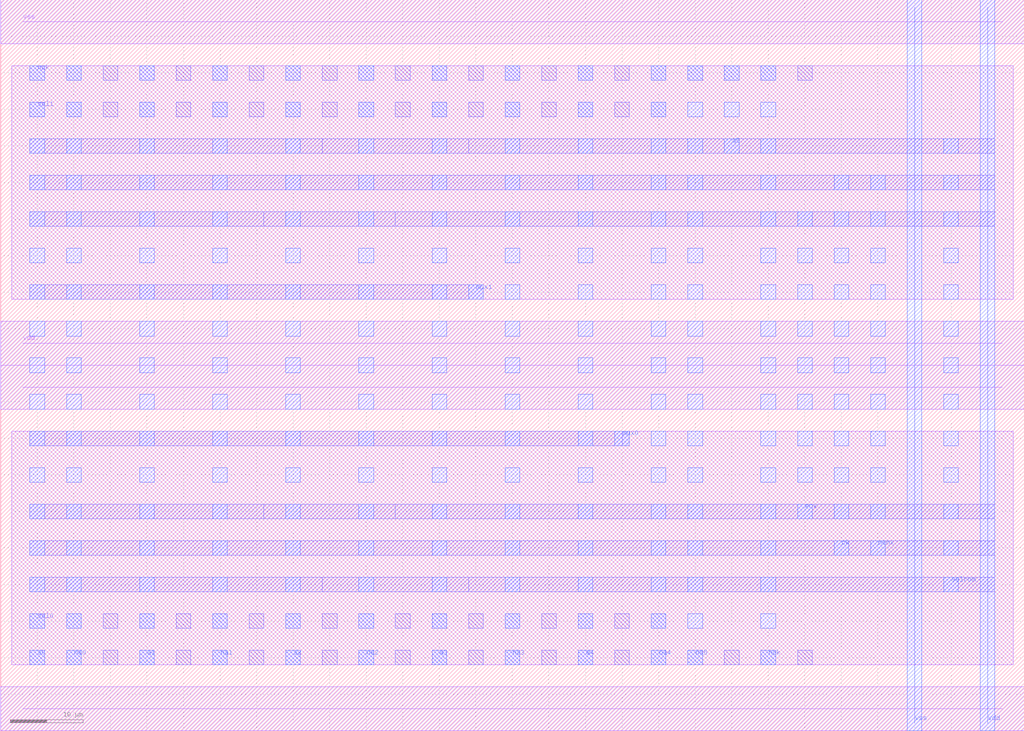
<source format=lef>

VERSION             5.2 ;
NAMESCASESENSITIVE  ON ;
BUSBITCHARS         "()" ;
DIVIDERCHAR         "." ;


MACRO rom_data_insel
    CLASS     CORE ;
    ORIGIN    0.00 0.00 ;
    SIZE      30.00 BY 50.00 ;
    SYMMETRY  X Y ;
    SITE      core ;
    PIN bit7
        DIRECTION OUTPUT TRISTATE ;
        PORT
            LAYER ALU2 ;
            RECT 29.00 46.00 31.00 48.00 ;
            RECT 24.00 46.00 26.00 48.00 ;
            RECT 19.00 46.00 21.00 48.00 ;
        END
    END bit7
    PIN bit6
        DIRECTION OUTPUT TRISTATE ;
        PORT
            LAYER ALU2 ;
            RECT 29.00 40.00 31.00 42.00 ;
            RECT 24.00 40.00 26.00 42.00 ;
            RECT 19.00 40.00 21.00 42.00 ;
        END
    END bit6
    PIN bit0
        DIRECTION OUTPUT TRISTATE ;
        PORT
            LAYER ALU2 ;
            RECT 29.00 4.00 31.00 6.00 ;
            RECT 24.00 4.00 26.00 6.00 ;
            RECT 19.00 4.00 21.00 6.00 ;
        END
    END bit0
    PIN bit1
        DIRECTION OUTPUT TRISTATE ;
        PORT
            LAYER ALU2 ;
            RECT 29.00 10.00 31.00 12.00 ;
            RECT 24.00 10.00 26.00 12.00 ;
            RECT 19.00 10.00 21.00 12.00 ;
        END
    END bit1
    PIN bit2
        DIRECTION OUTPUT TRISTATE ;
        PORT
            LAYER ALU2 ;
            RECT 29.00 16.00 31.00 18.00 ;
            RECT 24.00 16.00 26.00 18.00 ;
            RECT 19.00 16.00 21.00 18.00 ;
        END
    END bit2
    PIN bit3
        DIRECTION OUTPUT TRISTATE ;
        PORT
            LAYER ALU2 ;
            RECT 29.00 22.00 31.00 24.00 ;
            RECT 24.00 22.00 26.00 24.00 ;
            RECT 19.00 22.00 21.00 24.00 ;
        END
    END bit3
    PIN bit4
        DIRECTION OUTPUT TRISTATE ;
        PORT
            LAYER ALU2 ;
            RECT 29.00 28.00 31.00 30.00 ;
            RECT 24.00 28.00 26.00 30.00 ;
            RECT 19.00 28.00 21.00 30.00 ;
        END
    END bit4
    PIN bit5
        DIRECTION OUTPUT TRISTATE ;
        PORT
            LAYER ALU2 ;
            RECT 29.00 34.00 31.00 36.00 ;
            RECT 24.00 34.00 26.00 36.00 ;
            RECT 19.00 34.00 21.00 36.00 ;
        END
    END bit5
    PIN prech
        DIRECTION INPUT ;
        PORT
            LAYER ALU3 ;
            RECT 24.00 -1.00 26.00 1.00 ;
        END
    END prech
    PIN vdd
        DIRECTION INPUT ;
        USE POWER ;
        SHAPE FEEDTHRU ;
        PORT
            LAYER ALU1 ;
            WIDTH 6.00 ;
            PATH 3.00 47.00 7.00 47.00 ;
            LAYER ALU3 ;
            WIDTH 12.00 ;
            PATH 10.00 6.00 10.00 44.00 ;
        END
    END vdd
    PIN vss
        DIRECTION INPUT ;
        USE GROUND ;
        SHAPE FEEDTHRU ;
        PORT
            LAYER ALU1 ;
            WIDTH 6.00 ;
            PATH 3.00 3.00 7.00 3.00 ;
            LAYER ALU3 ;
            WIDTH 2.00 ;
            PATH 20.00 1.00 20.00 49.00 ;
        END
    END vss
    OBS
        LAYER ALU1 ;
        RECT 13.00 0.00 28.50 6.00 ;
        RECT 1.50 9.00 28.50 41.00 ;
        RECT 13.00 44.00 28.50 50.00 ;
        LAYER ALU2 ;
        RECT 4.00 49.00 11.00 51.00 ;
        RECT 14.00 -1.00 31.00 51.00 ;
    END
END rom_data_insel


MACRO rom_data_invss
    CLASS     CORE ;
    ORIGIN    0.00 0.00 ;
    SIZE      30.00 BY 50.00 ;
    SYMMETRY  X Y ;
    SITE      core ;
    PIN bit5
        DIRECTION OUTPUT TRISTATE ;
        PORT
            LAYER ALU2 ;
            RECT 29.00 34.00 31.00 36.00 ;
            RECT 24.00 34.00 26.00 36.00 ;
            RECT 19.00 34.00 21.00 36.00 ;
        END
    END bit5
    PIN bit4
        DIRECTION OUTPUT TRISTATE ;
        PORT
            LAYER ALU2 ;
            RECT 29.00 28.00 31.00 30.00 ;
            RECT 24.00 28.00 26.00 30.00 ;
            RECT 19.00 28.00 21.00 30.00 ;
        END
    END bit4
    PIN bit3
        DIRECTION OUTPUT TRISTATE ;
        PORT
            LAYER ALU2 ;
            RECT 29.00 22.00 31.00 24.00 ;
            RECT 24.00 22.00 26.00 24.00 ;
            RECT 19.00 22.00 21.00 24.00 ;
        END
    END bit3
    PIN bit2
        DIRECTION OUTPUT TRISTATE ;
        PORT
            LAYER ALU2 ;
            RECT 29.00 16.00 31.00 18.00 ;
            RECT 24.00 16.00 26.00 18.00 ;
            RECT 19.00 16.00 21.00 18.00 ;
        END
    END bit2
    PIN bit1
        DIRECTION OUTPUT TRISTATE ;
        PORT
            LAYER ALU2 ;
            RECT 29.00 10.00 31.00 12.00 ;
            RECT 24.00 10.00 26.00 12.00 ;
            RECT 19.00 10.00 21.00 12.00 ;
        END
    END bit1
    PIN bit0
        DIRECTION OUTPUT TRISTATE ;
        PORT
            LAYER ALU2 ;
            RECT 29.00 4.00 31.00 6.00 ;
            RECT 24.00 4.00 26.00 6.00 ;
            RECT 19.00 4.00 21.00 6.00 ;
        END
    END bit0
    PIN bit6
        DIRECTION OUTPUT TRISTATE ;
        PORT
            LAYER ALU2 ;
            RECT 29.00 40.00 31.00 42.00 ;
            RECT 24.00 40.00 26.00 42.00 ;
            RECT 19.00 40.00 21.00 42.00 ;
        END
    END bit6
    PIN bit7
        DIRECTION OUTPUT TRISTATE ;
        PORT
            LAYER ALU2 ;
            RECT 29.00 46.00 31.00 48.00 ;
            RECT 24.00 46.00 26.00 48.00 ;
            RECT 19.00 46.00 21.00 48.00 ;
        END
    END bit7
    PIN prech
        DIRECTION INPUT ;
        PORT
            LAYER ALU3 ;
            RECT 24.00 49.00 26.00 51.00 ;
        END
    END prech
    PIN vdd
        DIRECTION INPUT ;
        USE POWER ;
        SHAPE FEEDTHRU ;
        PORT
            LAYER ALU1 ;
            WIDTH 6.00 ;
            PATH 3.00 47.00 7.00 47.00 ;
            LAYER ALU3 ;
            WIDTH 12.00 ;
            PATH 10.00 6.00 10.00 44.00 ;
        END
    END vdd
    PIN vss
        DIRECTION INPUT ;
        USE GROUND ;
        SHAPE FEEDTHRU ;
        PORT
            LAYER ALU1 ;
            WIDTH 6.00 ;
            PATH 3.00 3.00 7.00 3.00 ;
            LAYER ALU3 ;
            WIDTH 2.00 ;
            PATH 20.00 1.00 20.00 49.00 ;
        END
    END vss
    OBS
        LAYER ALU1 ;
        RECT 13.00 0.00 28.50 6.00 ;
        RECT 1.50 9.00 28.50 41.00 ;
        RECT 13.00 44.00 28.50 50.00 ;
        LAYER ALU2 ;
        RECT 4.00 49.00 11.00 51.00 ;
        RECT 14.00 -1.00 31.00 51.00 ;
    END
END rom_data_invss


MACRO rom_data_midsel
    CLASS     CORE ;
    ORIGIN    0.00 0.00 ;
    SIZE      25.00 BY 50.00 ;
    SYMMETRY  X Y ;
    SITE      core ;
    PIN bit7
        DIRECTION OUTPUT TRISTATE ;
        PORT
            LAYER ALU2 ;
            RECT 24.00 46.00 26.00 48.00 ;
            RECT 19.00 46.00 21.00 48.00 ;
            RECT 14.00 46.00 16.00 48.00 ;
            RECT 9.00 46.00 11.00 48.00 ;
            RECT 4.00 46.00 6.00 48.00 ;
            RECT -1.00 46.00 1.00 48.00 ;
        END
    END bit7
    PIN bit6
        DIRECTION OUTPUT TRISTATE ;
        PORT
            LAYER ALU2 ;
            RECT 24.00 40.00 26.00 42.00 ;
            RECT 19.00 40.00 21.00 42.00 ;
            RECT 14.00 40.00 16.00 42.00 ;
            RECT 9.00 40.00 11.00 42.00 ;
            RECT 4.00 40.00 6.00 42.00 ;
            RECT -1.00 40.00 1.00 42.00 ;
        END
    END bit6
    PIN bit2
        DIRECTION OUTPUT TRISTATE ;
        PORT
            LAYER ALU2 ;
            RECT 24.00 16.00 26.00 18.00 ;
            RECT 19.00 16.00 21.00 18.00 ;
            RECT 14.00 16.00 16.00 18.00 ;
            RECT 9.00 16.00 11.00 18.00 ;
            RECT 4.00 16.00 6.00 18.00 ;
            RECT -1.00 16.00 1.00 18.00 ;
        END
    END bit2
    PIN bit1
        DIRECTION OUTPUT TRISTATE ;
        PORT
            LAYER ALU2 ;
            RECT 24.00 10.00 26.00 12.00 ;
            RECT 19.00 10.00 21.00 12.00 ;
            RECT 14.00 10.00 16.00 12.00 ;
            RECT 9.00 10.00 11.00 12.00 ;
            RECT 4.00 10.00 6.00 12.00 ;
            RECT -1.00 10.00 1.00 12.00 ;
        END
    END bit1
    PIN bit0
        DIRECTION OUTPUT TRISTATE ;
        PORT
            LAYER ALU2 ;
            RECT 24.00 4.00 26.00 6.00 ;
            RECT 19.00 4.00 21.00 6.00 ;
            RECT 14.00 4.00 16.00 6.00 ;
            RECT 9.00 4.00 11.00 6.00 ;
            RECT 4.00 4.00 6.00 6.00 ;
            RECT -1.00 4.00 1.00 6.00 ;
        END
    END bit0
    PIN bit3
        DIRECTION OUTPUT TRISTATE ;
        PORT
            LAYER ALU2 ;
            RECT 24.00 22.00 26.00 24.00 ;
            RECT 19.00 22.00 21.00 24.00 ;
            RECT 14.00 22.00 16.00 24.00 ;
            RECT 9.00 22.00 11.00 24.00 ;
            RECT 4.00 22.00 6.00 24.00 ;
            RECT -1.00 22.00 1.00 24.00 ;
        END
    END bit3
    PIN bit4
        DIRECTION OUTPUT TRISTATE ;
        PORT
            LAYER ALU2 ;
            RECT 24.00 28.00 26.00 30.00 ;
            RECT 19.00 28.00 21.00 30.00 ;
            RECT 14.00 28.00 16.00 30.00 ;
            RECT 9.00 28.00 11.00 30.00 ;
            RECT 4.00 28.00 6.00 30.00 ;
            RECT -1.00 28.00 1.00 30.00 ;
        END
    END bit4
    PIN bit5
        DIRECTION OUTPUT TRISTATE ;
        PORT
            LAYER ALU2 ;
            RECT 24.00 34.00 26.00 36.00 ;
            RECT 19.00 34.00 21.00 36.00 ;
            RECT 14.00 34.00 16.00 36.00 ;
            RECT 9.00 34.00 11.00 36.00 ;
            RECT 4.00 34.00 6.00 36.00 ;
            RECT -1.00 34.00 1.00 36.00 ;
        END
    END bit5
    PIN sela
        DIRECTION INPUT ;
        PORT
            LAYER ALU3 ;
            RECT 4.00 -1.00 6.00 1.00 ;
        END
    END sela
    PIN selb
        DIRECTION INPUT ;
        PORT
            LAYER ALU3 ;
            RECT 9.00 -1.00 11.00 1.00 ;
        END
    END selb
    PIN selc
        DIRECTION INPUT ;
        PORT
            LAYER ALU3 ;
            RECT 14.00 -1.00 16.00 1.00 ;
        END
    END selc
    PIN seld
        DIRECTION INPUT ;
        PORT
            LAYER ALU3 ;
            RECT 19.00 -1.00 21.00 1.00 ;
        END
    END seld
    PIN vss
        DIRECTION INPUT ;
        USE GROUND ;
        SHAPE ABUTMENT ;
        PORT
            LAYER ALU3 ;
            WIDTH 2.00 ;
            PATH 0.00 1.00 0.00 49.00 ;
            LAYER ALU3 ;
            WIDTH 2.00 ;
            PATH 25.00 1.00 25.00 49.00 ;
        END
    END vss
    OBS
        LAYER ALU2 ;
        RECT -1.00 -1.00 26.00 51.00 ;
    END
END rom_data_midsel


MACRO rom_data_midvss
    CLASS     CORE ;
    ORIGIN    0.00 0.00 ;
    SIZE      25.00 BY 50.00 ;
    SYMMETRY  X Y ;
    SITE      core ;
    PIN bit5
        DIRECTION OUTPUT TRISTATE ;
        PORT
            LAYER ALU2 ;
            RECT 24.00 34.00 26.00 36.00 ;
            RECT 19.00 34.00 21.00 36.00 ;
            RECT 14.00 34.00 16.00 36.00 ;
            RECT 9.00 34.00 11.00 36.00 ;
            RECT 4.00 34.00 6.00 36.00 ;
            RECT -1.00 34.00 1.00 36.00 ;
        END
    END bit5
    PIN bit4
        DIRECTION OUTPUT TRISTATE ;
        PORT
            LAYER ALU2 ;
            RECT 24.00 28.00 26.00 30.00 ;
            RECT 19.00 28.00 21.00 30.00 ;
            RECT 14.00 28.00 16.00 30.00 ;
            RECT 9.00 28.00 11.00 30.00 ;
            RECT 4.00 28.00 6.00 30.00 ;
            RECT -1.00 28.00 1.00 30.00 ;
        END
    END bit4
    PIN bit3
        DIRECTION OUTPUT TRISTATE ;
        PORT
            LAYER ALU2 ;
            RECT 24.00 22.00 26.00 24.00 ;
            RECT 19.00 22.00 21.00 24.00 ;
            RECT 14.00 22.00 16.00 24.00 ;
            RECT 9.00 22.00 11.00 24.00 ;
            RECT 4.00 22.00 6.00 24.00 ;
            RECT -1.00 22.00 1.00 24.00 ;
        END
    END bit3
    PIN bit0
        DIRECTION OUTPUT TRISTATE ;
        PORT
            LAYER ALU2 ;
            RECT 24.00 4.00 26.00 6.00 ;
            RECT 19.00 4.00 21.00 6.00 ;
            RECT 14.00 4.00 16.00 6.00 ;
            RECT 9.00 4.00 11.00 6.00 ;
            RECT 4.00 4.00 6.00 6.00 ;
            RECT -1.00 4.00 1.00 6.00 ;
        END
    END bit0
    PIN bit1
        DIRECTION OUTPUT TRISTATE ;
        PORT
            LAYER ALU2 ;
            RECT 24.00 10.00 26.00 12.00 ;
            RECT 19.00 10.00 21.00 12.00 ;
            RECT 14.00 10.00 16.00 12.00 ;
            RECT 9.00 10.00 11.00 12.00 ;
            RECT 4.00 10.00 6.00 12.00 ;
            RECT -1.00 10.00 1.00 12.00 ;
        END
    END bit1
    PIN bit2
        DIRECTION OUTPUT TRISTATE ;
        PORT
            LAYER ALU2 ;
            RECT 24.00 16.00 26.00 18.00 ;
            RECT 19.00 16.00 21.00 18.00 ;
            RECT 14.00 16.00 16.00 18.00 ;
            RECT 9.00 16.00 11.00 18.00 ;
            RECT 4.00 16.00 6.00 18.00 ;
            RECT -1.00 16.00 1.00 18.00 ;
        END
    END bit2
    PIN bit6
        DIRECTION OUTPUT TRISTATE ;
        PORT
            LAYER ALU2 ;
            RECT 24.00 40.00 26.00 42.00 ;
            RECT 19.00 40.00 21.00 42.00 ;
            RECT 14.00 40.00 16.00 42.00 ;
            RECT 9.00 40.00 11.00 42.00 ;
            RECT 4.00 40.00 6.00 42.00 ;
            RECT -1.00 40.00 1.00 42.00 ;
        END
    END bit6
    PIN bit7
        DIRECTION OUTPUT TRISTATE ;
        PORT
            LAYER ALU2 ;
            RECT 24.00 46.00 26.00 48.00 ;
            RECT 19.00 46.00 21.00 48.00 ;
            RECT 14.00 46.00 16.00 48.00 ;
            RECT 9.00 46.00 11.00 48.00 ;
            RECT 4.00 46.00 6.00 48.00 ;
            RECT -1.00 46.00 1.00 48.00 ;
        END
    END bit7
    PIN seld
        DIRECTION INPUT ;
        PORT
            LAYER ALU3 ;
            RECT 19.00 49.00 21.00 51.00 ;
        END
    END seld
    PIN selc
        DIRECTION INPUT ;
        PORT
            LAYER ALU3 ;
            RECT 14.00 49.00 16.00 51.00 ;
        END
    END selc
    PIN selb
        DIRECTION INPUT ;
        PORT
            LAYER ALU3 ;
            RECT 9.00 49.00 11.00 51.00 ;
        END
    END selb
    PIN sela
        DIRECTION INPUT ;
        PORT
            LAYER ALU3 ;
            RECT 4.00 49.00 6.00 51.00 ;
        END
    END sela
    PIN vss
        DIRECTION INPUT ;
        USE GROUND ;
        SHAPE ABUTMENT ;
        PORT
            LAYER ALU3 ;
            WIDTH 2.00 ;
            PATH 0.00 1.00 0.00 49.00 ;
            LAYER ALU3 ;
            WIDTH 2.00 ;
            PATH 25.00 1.00 25.00 49.00 ;
        END
    END vss
    OBS
        LAYER ALU2 ;
        RECT -1.00 -1.00 26.00 51.00 ;
    END
END rom_data_midvss


MACRO rom_data_outsel_ts
    CLASS     CORE ;
    ORIGIN    0.00 0.00 ;
    SIZE      140.00 BY 50.00 ;
    SYMMETRY  X Y ;
    SITE      core ;
    PIN q
        DIRECTION OUTPUT TRISTATE ;
        PORT
            LAYER ALU2 ;
            RECT 129.00 34.00 131.00 36.00 ;
            RECT 124.00 34.00 126.00 36.00 ;
            RECT 119.00 34.00 121.00 36.00 ;
            RECT 114.00 34.00 116.00 36.00 ;
            LAYER ALU2 ;
            RECT 129.00 9.00 131.00 11.00 ;
            RECT 124.00 9.00 126.00 11.00 ;
            RECT 119.00 9.00 121.00 11.00 ;
            RECT 114.00 9.00 116.00 11.00 ;
            LAYER ALU3 ;
            RECT 129.00 44.00 131.00 46.00 ;
            RECT 129.00 39.00 131.00 41.00 ;
            RECT 129.00 34.00 131.00 36.00 ;
            RECT 129.00 29.00 131.00 31.00 ;
            RECT 129.00 24.00 131.00 26.00 ;
            RECT 129.00 19.00 131.00 21.00 ;
            RECT 129.00 14.00 131.00 16.00 ;
            RECT 129.00 9.00 131.00 11.00 ;
            RECT 129.00 4.00 131.00 6.00 ;
        END
    END q
    PIN enx
        DIRECTION INPUT ;
        PORT
            LAYER ALU3 ;
            RECT 109.00 24.00 111.00 26.00 ;
        END
    END enx
    PIN nenx
        DIRECTION INPUT ;
        PORT
            LAYER ALU3 ;
            RECT 119.00 24.00 121.00 26.00 ;
        END
    END nenx
    PIN bit0
        DIRECTION INPUT ;
        PORT
            LAYER ALU2 ;
            RECT 79.00 4.00 81.00 6.00 ;
            RECT 74.00 4.00 76.00 6.00 ;
            RECT 69.00 4.00 71.00 6.00 ;
            RECT 64.00 4.00 66.00 6.00 ;
            RECT 59.00 4.00 61.00 6.00 ;
            RECT 54.00 4.00 56.00 6.00 ;
            RECT 49.00 4.00 51.00 6.00 ;
            RECT 44.00 4.00 46.00 6.00 ;
            RECT 39.00 4.00 41.00 6.00 ;
            RECT 34.00 4.00 36.00 6.00 ;
            RECT 29.00 4.00 31.00 6.00 ;
            RECT 24.00 4.00 26.00 6.00 ;
            RECT 19.00 4.00 21.00 6.00 ;
            RECT 14.00 4.00 16.00 6.00 ;
            RECT 9.00 4.00 11.00 6.00 ;
            RECT 4.00 4.00 6.00 6.00 ;
            RECT -1.00 4.00 1.00 6.00 ;
        END
    END bit0
    PIN bit2
        DIRECTION INPUT ;
        PORT
            LAYER ALU2 ;
            RECT 39.00 16.00 41.00 18.00 ;
            RECT 34.00 16.00 36.00 18.00 ;
            RECT 29.00 16.00 31.00 18.00 ;
            RECT 24.00 16.00 26.00 18.00 ;
            RECT 19.00 16.00 21.00 18.00 ;
            RECT 14.00 16.00 16.00 18.00 ;
            RECT 9.00 16.00 11.00 18.00 ;
            RECT 4.00 16.00 6.00 18.00 ;
            RECT -1.00 16.00 1.00 18.00 ;
        END
    END bit2
    PIN bit3
        DIRECTION INPUT ;
        PORT
            LAYER ALU2 ;
            RECT 19.00 22.00 21.00 24.00 ;
            RECT 14.00 22.00 16.00 24.00 ;
            RECT 9.00 22.00 11.00 24.00 ;
            RECT 4.00 22.00 6.00 24.00 ;
            RECT -1.00 22.00 1.00 24.00 ;
        END
    END bit3
    PIN bit4
        DIRECTION INPUT ;
        PORT
            LAYER ALU2 ;
            RECT 69.00 28.00 71.00 30.00 ;
            RECT 64.00 28.00 66.00 30.00 ;
            RECT 59.00 28.00 61.00 30.00 ;
            RECT 54.00 28.00 56.00 30.00 ;
            RECT 49.00 28.00 51.00 30.00 ;
            RECT 44.00 28.00 46.00 30.00 ;
            RECT 39.00 28.00 41.00 30.00 ;
            RECT 34.00 28.00 36.00 30.00 ;
            RECT 29.00 28.00 31.00 30.00 ;
            RECT 24.00 28.00 26.00 30.00 ;
            RECT 19.00 28.00 21.00 30.00 ;
            RECT 14.00 28.00 16.00 30.00 ;
            RECT 9.00 28.00 11.00 30.00 ;
            RECT 4.00 28.00 6.00 30.00 ;
            RECT -1.00 28.00 1.00 30.00 ;
        END
    END bit4
    PIN bit7
        DIRECTION INPUT ;
        PORT
            LAYER ALU2 ;
            RECT 9.00 46.00 11.00 48.00 ;
            RECT 4.00 46.00 6.00 48.00 ;
            RECT -1.00 46.00 1.00 48.00 ;
        END
    END bit7
    PIN bit5
        DIRECTION INPUT ;
        PORT
            LAYER ALU2 ;
            RECT 49.00 34.00 51.00 36.00 ;
            RECT 44.00 34.00 46.00 36.00 ;
            RECT 39.00 34.00 41.00 36.00 ;
            RECT 34.00 34.00 36.00 36.00 ;
            RECT 29.00 34.00 31.00 36.00 ;
            RECT 24.00 34.00 26.00 36.00 ;
            RECT 19.00 34.00 21.00 36.00 ;
            RECT 14.00 34.00 16.00 36.00 ;
            RECT 9.00 34.00 11.00 36.00 ;
            RECT 4.00 34.00 6.00 36.00 ;
            RECT -1.00 34.00 1.00 36.00 ;
        END
    END bit5
    PIN bit6
        DIRECTION INPUT ;
        PORT
            LAYER ALU2 ;
            RECT 29.00 40.00 31.00 42.00 ;
            RECT 24.00 40.00 26.00 42.00 ;
            RECT 19.00 40.00 21.00 42.00 ;
            RECT 14.00 40.00 16.00 42.00 ;
            RECT 9.00 40.00 11.00 42.00 ;
            RECT 4.00 40.00 6.00 42.00 ;
            RECT -1.00 40.00 1.00 42.00 ;
        END
    END bit6
    PIN mux7
        DIRECTION INPUT ;
        PORT
            LAYER ALU3 ;
            RECT 14.00 -1.00 16.00 1.00 ;
        END
    END mux7
    PIN mux3
        DIRECTION INPUT ;
        PORT
            LAYER ALU3 ;
            RECT 24.00 -1.00 26.00 1.00 ;
        END
    END mux3
    PIN mux6
        DIRECTION INPUT ;
        PORT
            LAYER ALU3 ;
            RECT 34.00 -1.00 36.00 1.00 ;
        END
    END mux6
    PIN mux2
        DIRECTION INPUT ;
        PORT
            LAYER ALU3 ;
            RECT 44.00 -1.00 46.00 1.00 ;
        END
    END mux2
    PIN mux5
        DIRECTION INPUT ;
        PORT
            LAYER ALU3 ;
            RECT 54.00 -1.00 56.00 1.00 ;
        END
    END mux5
    PIN mux1
        DIRECTION INPUT ;
        PORT
            LAYER ALU3 ;
            RECT 64.00 -1.00 66.00 1.00 ;
        END
    END mux1
    PIN mux4
        DIRECTION INPUT ;
        PORT
            LAYER ALU3 ;
            RECT 74.00 -1.00 76.00 1.00 ;
        END
    END mux4
    PIN mux0
        DIRECTION INPUT ;
        PORT
            LAYER ALU3 ;
            RECT 84.00 -1.00 86.00 1.00 ;
        END
    END mux0
    PIN nprech
        DIRECTION INPUT ;
        PORT
            LAYER ALU3 ;
            RECT 99.00 24.00 101.00 26.00 ;
        END
    END nprech
    PIN bit1
        DIRECTION INPUT ;
        PORT
            LAYER ALU2 ;
            RECT 59.00 10.00 61.00 12.00 ;
            RECT 54.00 10.00 56.00 12.00 ;
            RECT 49.00 10.00 51.00 12.00 ;
            RECT 44.00 10.00 46.00 12.00 ;
            RECT 39.00 10.00 41.00 12.00 ;
            RECT 34.00 10.00 36.00 12.00 ;
            RECT 29.00 10.00 31.00 12.00 ;
            RECT 24.00 10.00 26.00 12.00 ;
            RECT 19.00 10.00 21.00 12.00 ;
            RECT 14.00 10.00 16.00 12.00 ;
            RECT 9.00 10.00 11.00 12.00 ;
            RECT 4.00 10.00 6.00 12.00 ;
            RECT -1.00 10.00 1.00 12.00 ;
        END
    END bit1
    PIN vdd
        DIRECTION INPUT ;
        USE POWER ;
        SHAPE ABUTMENT ;
        PORT
            LAYER ALU1 ;
            WIDTH 6.00 ;
            PATH 3.00 47.00 137.00 47.00 ;
            LAYER ALU3 ;
            WIDTH 2.00 ;
            PATH 115.00 1.00 115.00 49.00 ;
            LAYER ALU3 ;
            WIDTH 2.00 ;
            PATH 135.00 1.00 135.00 49.00 ;
        END
    END vdd
    PIN vss
        DIRECTION INPUT ;
        USE GROUND ;
        SHAPE ABUTMENT ;
        PORT
            LAYER ALU1 ;
            WIDTH 6.00 ;
            PATH 3.00 3.00 137.00 3.00 ;
            LAYER ALU3 ;
            WIDTH 2.00 ;
            PATH 105.00 1.00 105.00 49.00 ;
            LAYER ALU3 ;
            WIDTH 2.00 ;
            PATH 125.00 1.00 125.00 49.00 ;
        END
    END vss
    OBS
        LAYER ALU1 ;
        RECT 1.50 9.00 138.50 41.00 ;
        LAYER ALU2 ;
        RECT 84.00 14.00 121.00 16.00 ;
        RECT 87.00 14.00 121.00 16.00 ;
        RECT 93.00 39.00 134.00 41.00 ;
        RECT -1.00 -1.00 86.00 51.00 ;
        RECT 84.00 39.00 136.00 41.00 ;
        RECT 84.00 24.00 121.00 26.00 ;
    END
END rom_data_outsel_ts


MACRO rom_data_outsel
    CLASS     CORE ;
    ORIGIN    0.00 0.00 ;
    SIZE      120.00 BY 50.00 ;
    SYMMETRY  X Y ;
    SITE      core ;
    PIN q
        DIRECTION OUTPUT ;
        PORT
            LAYER ALU2 ;
            RECT 109.00 34.00 111.00 36.00 ;
            RECT 104.00 34.00 106.00 36.00 ;
            LAYER ALU2 ;
            RECT 109.00 9.00 111.00 11.00 ;
            RECT 104.00 9.00 106.00 11.00 ;
            LAYER ALU3 ;
            RECT 109.00 44.00 111.00 46.00 ;
            RECT 109.00 39.00 111.00 41.00 ;
            RECT 109.00 34.00 111.00 36.00 ;
            RECT 109.00 29.00 111.00 31.00 ;
            RECT 109.00 24.00 111.00 26.00 ;
            RECT 109.00 19.00 111.00 21.00 ;
            RECT 109.00 14.00 111.00 16.00 ;
            RECT 109.00 9.00 111.00 11.00 ;
            RECT 109.00 4.00 111.00 6.00 ;
        END
    END q
    PIN bit1
        DIRECTION INPUT ;
        PORT
            LAYER ALU2 ;
            RECT 59.00 10.00 61.00 12.00 ;
            RECT 54.00 10.00 56.00 12.00 ;
            RECT 49.00 10.00 51.00 12.00 ;
            RECT 44.00 10.00 46.00 12.00 ;
            RECT 39.00 10.00 41.00 12.00 ;
            RECT 34.00 10.00 36.00 12.00 ;
            RECT 29.00 10.00 31.00 12.00 ;
            RECT 24.00 10.00 26.00 12.00 ;
            RECT 19.00 10.00 21.00 12.00 ;
            RECT 14.00 10.00 16.00 12.00 ;
            RECT 9.00 10.00 11.00 12.00 ;
            RECT 4.00 10.00 6.00 12.00 ;
            RECT -1.00 10.00 1.00 12.00 ;
        END
    END bit1
    PIN bit0
        DIRECTION INPUT ;
        PORT
            LAYER ALU2 ;
            RECT 79.00 4.00 81.00 6.00 ;
            RECT 74.00 4.00 76.00 6.00 ;
            RECT 69.00 4.00 71.00 6.00 ;
            RECT 64.00 4.00 66.00 6.00 ;
            RECT 59.00 4.00 61.00 6.00 ;
            RECT 54.00 4.00 56.00 6.00 ;
            RECT 49.00 4.00 51.00 6.00 ;
            RECT 44.00 4.00 46.00 6.00 ;
            RECT 39.00 4.00 41.00 6.00 ;
            RECT 34.00 4.00 36.00 6.00 ;
            RECT 29.00 4.00 31.00 6.00 ;
            RECT 24.00 4.00 26.00 6.00 ;
            RECT 19.00 4.00 21.00 6.00 ;
            RECT 14.00 4.00 16.00 6.00 ;
            RECT 9.00 4.00 11.00 6.00 ;
            RECT 4.00 4.00 6.00 6.00 ;
            RECT -1.00 4.00 1.00 6.00 ;
        END
    END bit0
    PIN bit2
        DIRECTION INPUT ;
        PORT
            LAYER ALU2 ;
            RECT 39.00 16.00 41.00 18.00 ;
            RECT 34.00 16.00 36.00 18.00 ;
            RECT 29.00 16.00 31.00 18.00 ;
            RECT 24.00 16.00 26.00 18.00 ;
            RECT 19.00 16.00 21.00 18.00 ;
            RECT 14.00 16.00 16.00 18.00 ;
            RECT 9.00 16.00 11.00 18.00 ;
            RECT 4.00 16.00 6.00 18.00 ;
            RECT -1.00 16.00 1.00 18.00 ;
        END
    END bit2
    PIN bit3
        DIRECTION INPUT ;
        PORT
            LAYER ALU2 ;
            RECT 19.00 22.00 21.00 24.00 ;
            RECT 14.00 22.00 16.00 24.00 ;
            RECT 9.00 22.00 11.00 24.00 ;
            RECT 4.00 22.00 6.00 24.00 ;
            RECT -1.00 22.00 1.00 24.00 ;
        END
    END bit3
    PIN bit4
        DIRECTION INPUT ;
        PORT
            LAYER ALU2 ;
            RECT 69.00 28.00 71.00 30.00 ;
            RECT 64.00 28.00 66.00 30.00 ;
            RECT 59.00 28.00 61.00 30.00 ;
            RECT 54.00 28.00 56.00 30.00 ;
            RECT 49.00 28.00 51.00 30.00 ;
            RECT 44.00 28.00 46.00 30.00 ;
            RECT 39.00 28.00 41.00 30.00 ;
            RECT 34.00 28.00 36.00 30.00 ;
            RECT 29.00 28.00 31.00 30.00 ;
            RECT 24.00 28.00 26.00 30.00 ;
            RECT 19.00 28.00 21.00 30.00 ;
            RECT 14.00 28.00 16.00 30.00 ;
            RECT 9.00 28.00 11.00 30.00 ;
            RECT 4.00 28.00 6.00 30.00 ;
            RECT -1.00 28.00 1.00 30.00 ;
        END
    END bit4
    PIN bit7
        DIRECTION INPUT ;
        PORT
            LAYER ALU2 ;
            RECT 9.00 46.00 11.00 48.00 ;
            RECT 4.00 46.00 6.00 48.00 ;
            RECT -1.00 46.00 1.00 48.00 ;
        END
    END bit7
    PIN bit5
        DIRECTION INPUT ;
        PORT
            LAYER ALU2 ;
            RECT 49.00 34.00 51.00 36.00 ;
            RECT 44.00 34.00 46.00 36.00 ;
            RECT 39.00 34.00 41.00 36.00 ;
            RECT 34.00 34.00 36.00 36.00 ;
            RECT 29.00 34.00 31.00 36.00 ;
            RECT 24.00 34.00 26.00 36.00 ;
            RECT 19.00 34.00 21.00 36.00 ;
            RECT 14.00 34.00 16.00 36.00 ;
            RECT 9.00 34.00 11.00 36.00 ;
            RECT 4.00 34.00 6.00 36.00 ;
            RECT -1.00 34.00 1.00 36.00 ;
        END
    END bit5
    PIN bit6
        DIRECTION INPUT ;
        PORT
            LAYER ALU2 ;
            RECT 29.00 40.00 31.00 42.00 ;
            RECT 24.00 40.00 26.00 42.00 ;
            RECT 19.00 40.00 21.00 42.00 ;
            RECT 14.00 40.00 16.00 42.00 ;
            RECT 9.00 40.00 11.00 42.00 ;
            RECT 4.00 40.00 6.00 42.00 ;
            RECT -1.00 40.00 1.00 42.00 ;
        END
    END bit6
    PIN mux7
        DIRECTION INPUT ;
        PORT
            LAYER ALU3 ;
            RECT 14.00 -1.00 16.00 1.00 ;
        END
    END mux7
    PIN mux3
        DIRECTION INPUT ;
        PORT
            LAYER ALU3 ;
            RECT 24.00 -1.00 26.00 1.00 ;
        END
    END mux3
    PIN mux6
        DIRECTION INPUT ;
        PORT
            LAYER ALU3 ;
            RECT 34.00 -1.00 36.00 1.00 ;
        END
    END mux6
    PIN mux2
        DIRECTION INPUT ;
        PORT
            LAYER ALU3 ;
            RECT 44.00 -1.00 46.00 1.00 ;
        END
    END mux2
    PIN mux5
        DIRECTION INPUT ;
        PORT
            LAYER ALU3 ;
            RECT 54.00 -1.00 56.00 1.00 ;
        END
    END mux5
    PIN mux1
        DIRECTION INPUT ;
        PORT
            LAYER ALU3 ;
            RECT 64.00 -1.00 66.00 1.00 ;
        END
    END mux1
    PIN mux4
        DIRECTION INPUT ;
        PORT
            LAYER ALU3 ;
            RECT 74.00 -1.00 76.00 1.00 ;
        END
    END mux4
    PIN mux0
        DIRECTION INPUT ;
        PORT
            LAYER ALU3 ;
            RECT 84.00 -1.00 86.00 1.00 ;
        END
    END mux0
    PIN nprech
        DIRECTION INPUT ;
        PORT
            LAYER ALU3 ;
            RECT 99.00 24.00 101.00 26.00 ;
        END
    END nprech
    PIN vdd
        DIRECTION INPUT ;
        USE POWER ;
        SHAPE ABUTMENT ;
        PORT
            LAYER ALU1 ;
            WIDTH 6.00 ;
            PATH 3.00 47.00 117.00 47.00 ;
            LAYER ALU3 ;
            WIDTH 2.00 ;
            PATH 105.00 1.00 105.00 49.00 ;
            LAYER ALU3 ;
            WIDTH 2.00 ;
            PATH 115.00 1.00 115.00 49.00 ;
        END
    END vdd
    PIN vss
        DIRECTION INPUT ;
        USE GROUND ;
        SHAPE ABUTMENT ;
        PORT
            LAYER ALU1 ;
            WIDTH 6.00 ;
            PATH 3.00 3.00 117.00 3.00 ;
            LAYER ALU3 ;
            WIDTH 2.00 ;
            PATH 95.00 1.00 95.00 49.00 ;
        END
    END vss
    OBS
        LAYER ALU1 ;
        RECT 1.50 9.00 118.50 41.00 ;
        LAYER ALU2 ;
        RECT 84.00 -1.00 96.00 1.00 ;
        RECT -1.00 -1.00 86.00 51.00 ;
        RECT 84.00 24.00 101.00 26.00 ;
        RECT 84.00 19.00 121.00 21.00 ;
        RECT 84.00 39.00 121.00 41.00 ;
        RECT 93.00 39.00 118.00 41.00 ;
        RECT 87.00 19.00 113.00 21.00 ;
    END
END rom_data_outsel


MACRO rom_data_outvss_ts
    CLASS     CORE ;
    ORIGIN    0.00 0.00 ;
    SIZE      140.00 BY 50.00 ;
    SYMMETRY  X Y ;
    SITE      core ;
    PIN q
        DIRECTION OUTPUT TRISTATE ;
        PORT
            LAYER ALU3 ;
            RECT 129.00 44.00 131.00 46.00 ;
            RECT 129.00 39.00 131.00 41.00 ;
            RECT 129.00 34.00 131.00 36.00 ;
            RECT 129.00 29.00 131.00 31.00 ;
            RECT 129.00 24.00 131.00 26.00 ;
            RECT 129.00 19.00 131.00 21.00 ;
            RECT 129.00 14.00 131.00 16.00 ;
            RECT 129.00 9.00 131.00 11.00 ;
            RECT 129.00 4.00 131.00 6.00 ;
            LAYER ALU2 ;
            RECT 129.00 9.00 131.00 11.00 ;
            RECT 124.00 9.00 126.00 11.00 ;
            RECT 119.00 9.00 121.00 11.00 ;
            RECT 114.00 9.00 116.00 11.00 ;
            LAYER ALU2 ;
            RECT 129.00 34.00 131.00 36.00 ;
            RECT 124.00 34.00 126.00 36.00 ;
            RECT 119.00 34.00 121.00 36.00 ;
            RECT 114.00 34.00 116.00 36.00 ;
        END
    END q
    PIN mux0
        DIRECTION INPUT ;
        PORT
            LAYER ALU3 ;
            RECT 84.00 49.00 86.00 51.00 ;
        END
    END mux0
    PIN mux4
        DIRECTION INPUT ;
        PORT
            LAYER ALU3 ;
            RECT 74.00 49.00 76.00 51.00 ;
        END
    END mux4
    PIN mux1
        DIRECTION INPUT ;
        PORT
            LAYER ALU3 ;
            RECT 64.00 49.00 66.00 51.00 ;
        END
    END mux1
    PIN mux5
        DIRECTION INPUT ;
        PORT
            LAYER ALU3 ;
            RECT 54.00 49.00 56.00 51.00 ;
        END
    END mux5
    PIN mux2
        DIRECTION INPUT ;
        PORT
            LAYER ALU3 ;
            RECT 44.00 49.00 46.00 51.00 ;
        END
    END mux2
    PIN mux6
        DIRECTION INPUT ;
        PORT
            LAYER ALU3 ;
            RECT 34.00 49.00 36.00 51.00 ;
        END
    END mux6
    PIN mux3
        DIRECTION INPUT ;
        PORT
            LAYER ALU3 ;
            RECT 24.00 49.00 26.00 51.00 ;
        END
    END mux3
    PIN mux7
        DIRECTION INPUT ;
        PORT
            LAYER ALU3 ;
            RECT 14.00 49.00 16.00 51.00 ;
        END
    END mux7
    PIN nprech
        DIRECTION INPUT ;
        PORT
            LAYER ALU3 ;
            RECT 99.00 24.00 101.00 26.00 ;
        END
    END nprech
    PIN bit6
        DIRECTION INPUT ;
        PORT
            LAYER ALU2 ;
            RECT 29.00 40.00 31.00 42.00 ;
            RECT 24.00 40.00 26.00 42.00 ;
            RECT 19.00 40.00 21.00 42.00 ;
            RECT 14.00 40.00 16.00 42.00 ;
            RECT 9.00 40.00 11.00 42.00 ;
            RECT 4.00 40.00 6.00 42.00 ;
            RECT -1.00 40.00 1.00 42.00 ;
        END
    END bit6
    PIN bit5
        DIRECTION INPUT ;
        PORT
            LAYER ALU2 ;
            RECT 49.00 34.00 51.00 36.00 ;
            RECT 44.00 34.00 46.00 36.00 ;
            RECT 39.00 34.00 41.00 36.00 ;
            RECT 34.00 34.00 36.00 36.00 ;
            RECT 29.00 34.00 31.00 36.00 ;
            RECT 24.00 34.00 26.00 36.00 ;
            RECT 19.00 34.00 21.00 36.00 ;
            RECT 14.00 34.00 16.00 36.00 ;
            RECT 9.00 34.00 11.00 36.00 ;
            RECT 4.00 34.00 6.00 36.00 ;
            RECT -1.00 34.00 1.00 36.00 ;
        END
    END bit5
    PIN bit7
        DIRECTION INPUT ;
        PORT
            LAYER ALU2 ;
            RECT 9.00 46.00 11.00 48.00 ;
            RECT 4.00 46.00 6.00 48.00 ;
            RECT -1.00 46.00 1.00 48.00 ;
        END
    END bit7
    PIN bit4
        DIRECTION INPUT ;
        PORT
            LAYER ALU2 ;
            RECT 69.00 28.00 71.00 30.00 ;
            RECT 64.00 28.00 66.00 30.00 ;
            RECT 59.00 28.00 61.00 30.00 ;
            RECT 54.00 28.00 56.00 30.00 ;
            RECT 49.00 28.00 51.00 30.00 ;
            RECT 44.00 28.00 46.00 30.00 ;
            RECT 39.00 28.00 41.00 30.00 ;
            RECT 34.00 28.00 36.00 30.00 ;
            RECT 29.00 28.00 31.00 30.00 ;
            RECT 24.00 28.00 26.00 30.00 ;
            RECT 19.00 28.00 21.00 30.00 ;
            RECT 14.00 28.00 16.00 30.00 ;
            RECT 9.00 28.00 11.00 30.00 ;
            RECT 4.00 28.00 6.00 30.00 ;
            RECT -1.00 28.00 1.00 30.00 ;
        END
    END bit4
    PIN bit3
        DIRECTION INPUT ;
        PORT
            LAYER ALU2 ;
            RECT 19.00 22.00 21.00 24.00 ;
            RECT 14.00 22.00 16.00 24.00 ;
            RECT 9.00 22.00 11.00 24.00 ;
            RECT 4.00 22.00 6.00 24.00 ;
            RECT -1.00 22.00 1.00 24.00 ;
        END
    END bit3
    PIN bit2
        DIRECTION INPUT ;
        PORT
            LAYER ALU2 ;
            RECT 39.00 16.00 41.00 18.00 ;
            RECT 34.00 16.00 36.00 18.00 ;
            RECT 29.00 16.00 31.00 18.00 ;
            RECT 24.00 16.00 26.00 18.00 ;
            RECT 19.00 16.00 21.00 18.00 ;
            RECT 14.00 16.00 16.00 18.00 ;
            RECT 9.00 16.00 11.00 18.00 ;
            RECT 4.00 16.00 6.00 18.00 ;
            RECT -1.00 16.00 1.00 18.00 ;
        END
    END bit2
    PIN bit0
        DIRECTION INPUT ;
        PORT
            LAYER ALU2 ;
            RECT 79.00 4.00 81.00 6.00 ;
            RECT 74.00 4.00 76.00 6.00 ;
            RECT 69.00 4.00 71.00 6.00 ;
            RECT 64.00 4.00 66.00 6.00 ;
            RECT 59.00 4.00 61.00 6.00 ;
            RECT 54.00 4.00 56.00 6.00 ;
            RECT 49.00 4.00 51.00 6.00 ;
            RECT 44.00 4.00 46.00 6.00 ;
            RECT 39.00 4.00 41.00 6.00 ;
            RECT 34.00 4.00 36.00 6.00 ;
            RECT 29.00 4.00 31.00 6.00 ;
            RECT 24.00 4.00 26.00 6.00 ;
            RECT 19.00 4.00 21.00 6.00 ;
            RECT 14.00 4.00 16.00 6.00 ;
            RECT 9.00 4.00 11.00 6.00 ;
            RECT 4.00 4.00 6.00 6.00 ;
            RECT -1.00 4.00 1.00 6.00 ;
        END
    END bit0
    PIN nenx
        DIRECTION INPUT ;
        PORT
            LAYER ALU3 ;
            RECT 119.00 24.00 121.00 26.00 ;
        END
    END nenx
    PIN enx
        DIRECTION INPUT ;
        PORT
            LAYER ALU3 ;
            RECT 109.00 24.00 111.00 26.00 ;
        END
    END enx
    PIN bit1
        DIRECTION INPUT ;
        PORT
            LAYER ALU2 ;
            RECT 59.00 10.00 61.00 12.00 ;
            RECT 54.00 10.00 56.00 12.00 ;
            RECT 49.00 10.00 51.00 12.00 ;
            RECT 44.00 10.00 46.00 12.00 ;
            RECT 39.00 10.00 41.00 12.00 ;
            RECT 34.00 10.00 36.00 12.00 ;
            RECT 29.00 10.00 31.00 12.00 ;
            RECT 24.00 10.00 26.00 12.00 ;
            RECT 19.00 10.00 21.00 12.00 ;
            RECT 14.00 10.00 16.00 12.00 ;
            RECT 9.00 10.00 11.00 12.00 ;
            RECT 4.00 10.00 6.00 12.00 ;
            RECT -1.00 10.00 1.00 12.00 ;
        END
    END bit1
    PIN vdd
        DIRECTION INPUT ;
        USE POWER ;
        SHAPE ABUTMENT ;
        PORT
            LAYER ALU1 ;
            WIDTH 6.00 ;
            PATH 3.00 47.00 137.00 47.00 ;
            LAYER ALU3 ;
            WIDTH 2.00 ;
            PATH 115.00 1.00 115.00 49.00 ;
            LAYER ALU3 ;
            WIDTH 2.00 ;
            PATH 135.00 1.00 135.00 49.00 ;
        END
    END vdd
    PIN vss
        DIRECTION INPUT ;
        USE GROUND ;
        SHAPE ABUTMENT ;
        PORT
            LAYER ALU1 ;
            WIDTH 6.00 ;
            PATH 3.00 3.00 137.00 3.00 ;
            LAYER ALU3 ;
            WIDTH 2.00 ;
            PATH 105.00 1.00 105.00 49.00 ;
            LAYER ALU3 ;
            WIDTH 2.00 ;
            PATH 125.00 1.00 125.00 49.00 ;
        END
    END vss
    OBS
        LAYER ALU1 ;
        RECT 1.50 9.00 138.50 41.00 ;
        LAYER ALU2 ;
        RECT 84.00 24.00 121.00 26.00 ;
        RECT 84.00 39.00 136.00 41.00 ;
        RECT 84.00 14.00 121.00 16.00 ;
        RECT 93.00 39.00 134.00 41.00 ;
        RECT -1.00 -1.00 86.00 51.00 ;
        RECT 87.00 14.00 121.00 16.00 ;
    END
END rom_data_outvss_ts


MACRO rom_data_outvss
    CLASS     CORE ;
    ORIGIN    0.00 0.00 ;
    SIZE      120.00 BY 50.00 ;
    SYMMETRY  X Y ;
    SITE      core ;
    PIN q
        DIRECTION OUTPUT ;
        PORT
            LAYER ALU3 ;
            RECT 109.00 44.00 111.00 46.00 ;
            RECT 109.00 39.00 111.00 41.00 ;
            RECT 109.00 34.00 111.00 36.00 ;
            RECT 109.00 29.00 111.00 31.00 ;
            RECT 109.00 24.00 111.00 26.00 ;
            RECT 109.00 19.00 111.00 21.00 ;
            RECT 109.00 14.00 111.00 16.00 ;
            RECT 109.00 9.00 111.00 11.00 ;
            RECT 109.00 4.00 111.00 6.00 ;
            LAYER ALU2 ;
            RECT 109.00 34.00 111.00 36.00 ;
            RECT 104.00 34.00 106.00 36.00 ;
            LAYER ALU2 ;
            RECT 109.00 9.00 111.00 11.00 ;
            RECT 104.00 9.00 106.00 11.00 ;
        END
    END q
    PIN nprech
        DIRECTION INPUT ;
        PORT
            LAYER ALU3 ;
            RECT 99.00 24.00 101.00 26.00 ;
        END
    END nprech
    PIN bit6
        DIRECTION INPUT ;
        PORT
            LAYER ALU2 ;
            RECT 29.00 40.00 31.00 42.00 ;
            RECT 24.00 40.00 26.00 42.00 ;
            RECT 19.00 40.00 21.00 42.00 ;
            RECT 14.00 40.00 16.00 42.00 ;
            RECT 9.00 40.00 11.00 42.00 ;
            RECT 4.00 40.00 6.00 42.00 ;
            RECT -1.00 40.00 1.00 42.00 ;
        END
    END bit6
    PIN bit5
        DIRECTION INPUT ;
        PORT
            LAYER ALU2 ;
            RECT 49.00 34.00 51.00 36.00 ;
            RECT 44.00 34.00 46.00 36.00 ;
            RECT 39.00 34.00 41.00 36.00 ;
            RECT 34.00 34.00 36.00 36.00 ;
            RECT 29.00 34.00 31.00 36.00 ;
            RECT 24.00 34.00 26.00 36.00 ;
            RECT 19.00 34.00 21.00 36.00 ;
            RECT 14.00 34.00 16.00 36.00 ;
            RECT 9.00 34.00 11.00 36.00 ;
            RECT 4.00 34.00 6.00 36.00 ;
            RECT -1.00 34.00 1.00 36.00 ;
        END
    END bit5
    PIN bit7
        DIRECTION INPUT ;
        PORT
            LAYER ALU2 ;
            RECT 9.00 46.00 11.00 48.00 ;
            RECT 4.00 46.00 6.00 48.00 ;
            RECT -1.00 46.00 1.00 48.00 ;
        END
    END bit7
    PIN bit4
        DIRECTION INPUT ;
        PORT
            LAYER ALU2 ;
            RECT 69.00 28.00 71.00 30.00 ;
            RECT 64.00 28.00 66.00 30.00 ;
            RECT 59.00 28.00 61.00 30.00 ;
            RECT 54.00 28.00 56.00 30.00 ;
            RECT 49.00 28.00 51.00 30.00 ;
            RECT 44.00 28.00 46.00 30.00 ;
            RECT 39.00 28.00 41.00 30.00 ;
            RECT 34.00 28.00 36.00 30.00 ;
            RECT 29.00 28.00 31.00 30.00 ;
            RECT 24.00 28.00 26.00 30.00 ;
            RECT 19.00 28.00 21.00 30.00 ;
            RECT 14.00 28.00 16.00 30.00 ;
            RECT 9.00 28.00 11.00 30.00 ;
            RECT 4.00 28.00 6.00 30.00 ;
            RECT -1.00 28.00 1.00 30.00 ;
        END
    END bit4
    PIN bit3
        DIRECTION INPUT ;
        PORT
            LAYER ALU2 ;
            RECT 19.00 22.00 21.00 24.00 ;
            RECT 14.00 22.00 16.00 24.00 ;
            RECT 9.00 22.00 11.00 24.00 ;
            RECT 4.00 22.00 6.00 24.00 ;
            RECT -1.00 22.00 1.00 24.00 ;
        END
    END bit3
    PIN bit2
        DIRECTION INPUT ;
        PORT
            LAYER ALU2 ;
            RECT 39.00 16.00 41.00 18.00 ;
            RECT 34.00 16.00 36.00 18.00 ;
            RECT 29.00 16.00 31.00 18.00 ;
            RECT 24.00 16.00 26.00 18.00 ;
            RECT 19.00 16.00 21.00 18.00 ;
            RECT 14.00 16.00 16.00 18.00 ;
            RECT 9.00 16.00 11.00 18.00 ;
            RECT 4.00 16.00 6.00 18.00 ;
            RECT -1.00 16.00 1.00 18.00 ;
        END
    END bit2
    PIN bit0
        DIRECTION INPUT ;
        PORT
            LAYER ALU2 ;
            RECT 79.00 4.00 81.00 6.00 ;
            RECT 74.00 4.00 76.00 6.00 ;
            RECT 69.00 4.00 71.00 6.00 ;
            RECT 64.00 4.00 66.00 6.00 ;
            RECT 59.00 4.00 61.00 6.00 ;
            RECT 54.00 4.00 56.00 6.00 ;
            RECT 49.00 4.00 51.00 6.00 ;
            RECT 44.00 4.00 46.00 6.00 ;
            RECT 39.00 4.00 41.00 6.00 ;
            RECT 34.00 4.00 36.00 6.00 ;
            RECT 29.00 4.00 31.00 6.00 ;
            RECT 24.00 4.00 26.00 6.00 ;
            RECT 19.00 4.00 21.00 6.00 ;
            RECT 14.00 4.00 16.00 6.00 ;
            RECT 9.00 4.00 11.00 6.00 ;
            RECT 4.00 4.00 6.00 6.00 ;
            RECT -1.00 4.00 1.00 6.00 ;
        END
    END bit0
    PIN mux0
        DIRECTION INPUT ;
        PORT
            LAYER ALU3 ;
            RECT 84.00 49.00 86.00 51.00 ;
        END
    END mux0
    PIN mux4
        DIRECTION INPUT ;
        PORT
            LAYER ALU3 ;
            RECT 74.00 49.00 76.00 51.00 ;
        END
    END mux4
    PIN mux1
        DIRECTION INPUT ;
        PORT
            LAYER ALU3 ;
            RECT 64.00 49.00 66.00 51.00 ;
        END
    END mux1
    PIN mux5
        DIRECTION INPUT ;
        PORT
            LAYER ALU3 ;
            RECT 54.00 49.00 56.00 51.00 ;
        END
    END mux5
    PIN mux2
        DIRECTION INPUT ;
        PORT
            LAYER ALU3 ;
            RECT 44.00 49.00 46.00 51.00 ;
        END
    END mux2
    PIN mux6
        DIRECTION INPUT ;
        PORT
            LAYER ALU3 ;
            RECT 34.00 49.00 36.00 51.00 ;
        END
    END mux6
    PIN mux3
        DIRECTION INPUT ;
        PORT
            LAYER ALU3 ;
            RECT 24.00 49.00 26.00 51.00 ;
        END
    END mux3
    PIN mux7
        DIRECTION INPUT ;
        PORT
            LAYER ALU3 ;
            RECT 14.00 49.00 16.00 51.00 ;
        END
    END mux7
    PIN bit1
        DIRECTION INPUT ;
        PORT
            LAYER ALU2 ;
            RECT 59.00 10.00 61.00 12.00 ;
            RECT 54.00 10.00 56.00 12.00 ;
            RECT 49.00 10.00 51.00 12.00 ;
            RECT 44.00 10.00 46.00 12.00 ;
            RECT 39.00 10.00 41.00 12.00 ;
            RECT 34.00 10.00 36.00 12.00 ;
            RECT 29.00 10.00 31.00 12.00 ;
            RECT 24.00 10.00 26.00 12.00 ;
            RECT 19.00 10.00 21.00 12.00 ;
            RECT 14.00 10.00 16.00 12.00 ;
            RECT 9.00 10.00 11.00 12.00 ;
            RECT 4.00 10.00 6.00 12.00 ;
            RECT -1.00 10.00 1.00 12.00 ;
        END
    END bit1
    PIN vdd
        DIRECTION INPUT ;
        USE POWER ;
        SHAPE ABUTMENT ;
        PORT
            LAYER ALU1 ;
            WIDTH 6.00 ;
            PATH 3.00 47.00 117.00 47.00 ;
            LAYER ALU3 ;
            WIDTH 2.00 ;
            PATH 105.00 1.00 105.00 49.00 ;
            LAYER ALU3 ;
            WIDTH 2.00 ;
            PATH 115.00 1.00 115.00 49.00 ;
        END
    END vdd
    PIN vss
        DIRECTION INPUT ;
        USE GROUND ;
        SHAPE ABUTMENT ;
        PORT
            LAYER ALU1 ;
            WIDTH 6.00 ;
            PATH 3.00 3.00 117.00 3.00 ;
            LAYER ALU3 ;
            WIDTH 2.00 ;
            PATH 95.00 1.00 95.00 49.00 ;
        END
    END vss
    OBS
        LAYER ALU1 ;
        RECT 1.50 9.00 118.50 41.00 ;
        LAYER ALU2 ;
        RECT 84.00 24.00 101.00 26.00 ;
        RECT 87.00 19.00 113.00 21.00 ;
        RECT 93.00 39.00 118.00 41.00 ;
        RECT -1.00 -1.00 86.00 51.00 ;
        RECT 84.00 39.00 121.00 41.00 ;
        RECT 84.00 19.00 121.00 21.00 ;
    END
END rom_data_outvss


MACRO rom_dec_adbuf
    CLASS     CORE ;
    ORIGIN    0.00 0.00 ;
    SIZE      30.00 BY 50.00 ;
    SYMMETRY  X Y ;
    SITE      core ;
    PIN nadx
        DIRECTION INOUT ;
        PORT
            LAYER ALU2 ;
            RECT 9.00 34.00 11.00 36.00 ;
        END
    END nadx
    PIN adx
        DIRECTION OUTPUT ;
        PORT
            LAYER ALU2 ;
            RECT 24.00 44.00 26.00 46.00 ;
        END
    END adx
    PIN ad
        DIRECTION INPUT ;
        PORT
            LAYER ALU1 ;
            RECT 4.00 24.00 6.00 26.00 ;
            RECT 4.00 19.00 6.00 21.00 ;
            RECT 4.00 14.00 6.00 16.00 ;
        END
    END ad
    PIN vdd
        DIRECTION INPUT ;
        USE POWER ;
        SHAPE ABUTMENT ;
        PORT
            LAYER ALU1 ;
            WIDTH 6.00 ;
            PATH 3.00 47.00 27.00 47.00 ;
            LAYER ALU3 ;
            WIDTH 12.00 ;
            PATH 10.00 6.00 10.00 44.00 ;
        END
    END vdd
    PIN vss
        DIRECTION INPUT ;
        USE GROUND ;
        SHAPE ABUTMENT ;
        PORT
            LAYER ALU1 ;
            WIDTH 6.00 ;
            PATH 3.00 3.00 27.00 3.00 ;
            LAYER ALU3 ;
            WIDTH 2.00 ;
            PATH 20.00 1.00 20.00 49.00 ;
        END
    END vss
    OBS
        LAYER ALU1 ;
        RECT 1.50 9.00 28.50 41.00 ;
        LAYER ALU2 ;
        RECT 9.00 39.00 26.00 41.00 ;
        RECT 20.00 39.00 26.00 41.00 ;
        RECT 24.00 39.00 26.00 46.00 ;
    END
END rom_dec_adbuf


MACRO rom_dec_col2
    CLASS     CORE ;
    ORIGIN    0.00 0.00 ;
    SIZE      50.00 BY 50.00 ;
    SYMMETRY  X Y ;
    SITE      core ;
    PIN q
        DIRECTION OUTPUT ;
        PORT
            LAYER ALU3 ;
            RECT 29.00 29.00 31.00 31.00 ;
        END
    END q
    PIN i1
        DIRECTION INPUT ;
        PORT
            LAYER ALU3 ;
            RECT 9.00 29.00 11.00 31.00 ;
        END
    END i1
    PIN i0
        DIRECTION INPUT ;
        PORT
            LAYER ALU3 ;
            RECT 4.00 29.00 6.00 31.00 ;
        END
    END i0
    PIN vdd
        DIRECTION INPUT ;
        USE POWER ;
        SHAPE ABUTMENT ;
        PORT
            LAYER ALU1 ;
            WIDTH 6.00 ;
            PATH 3.00 47.00 47.00 47.00 ;
        END
    END vdd
    PIN vss
        DIRECTION INPUT ;
        USE GROUND ;
        SHAPE ABUTMENT ;
        PORT
            LAYER ALU1 ;
            WIDTH 6.00 ;
            PATH 3.00 3.00 47.00 3.00 ;
            LAYER ALU3 ;
            WIDTH 2.00 ;
            PATH 0.00 1.00 0.00 49.00 ;
            LAYER ALU3 ;
            WIDTH 2.00 ;
            PATH 25.00 1.00 25.00 49.00 ;
            LAYER ALU3 ;
            WIDTH 2.00 ;
            PATH 50.00 1.00 50.00 49.00 ;
        END
    END vss
    OBS
        LAYER ALU1 ;
        RECT 1.50 9.00 48.50 41.00 ;
        LAYER ALU2 ;
        RECT 4.00 29.00 31.00 31.00 ;
    END
END rom_dec_col2


MACRO rom_dec_col3
    CLASS     CORE ;
    ORIGIN    0.00 0.00 ;
    SIZE      50.00 BY 50.00 ;
    SYMMETRY  X Y ;
    SITE      core ;
    PIN q
        DIRECTION OUTPUT ;
        PORT
            LAYER ALU3 ;
            RECT 29.00 29.00 31.00 31.00 ;
        END
    END q
    PIN i2
        DIRECTION INPUT ;
        PORT
            LAYER ALU3 ;
            RECT 19.00 29.00 21.00 31.00 ;
        END
    END i2
    PIN i0
        DIRECTION INPUT ;
        PORT
            LAYER ALU3 ;
            RECT 4.00 29.00 6.00 31.00 ;
        END
    END i0
    PIN i1
        DIRECTION INPUT ;
        PORT
            LAYER ALU3 ;
            RECT 9.00 29.00 11.00 31.00 ;
        END
    END i1
    PIN vdd
        DIRECTION INPUT ;
        USE POWER ;
        SHAPE ABUTMENT ;
        PORT
            LAYER ALU1 ;
            WIDTH 6.00 ;
            PATH 3.00 47.00 47.00 47.00 ;
        END
    END vdd
    PIN vss
        DIRECTION INPUT ;
        USE GROUND ;
        SHAPE ABUTMENT ;
        PORT
            LAYER ALU1 ;
            WIDTH 6.00 ;
            PATH 3.00 3.00 47.00 3.00 ;
            LAYER ALU3 ;
            WIDTH 2.00 ;
            PATH 0.00 1.00 0.00 49.00 ;
            LAYER ALU3 ;
            WIDTH 2.00 ;
            PATH 25.00 1.00 25.00 49.00 ;
            LAYER ALU3 ;
            WIDTH 2.00 ;
            PATH 50.00 1.00 50.00 49.00 ;
        END
    END vss
    OBS
        LAYER ALU1 ;
        RECT 1.50 9.00 48.50 41.00 ;
        LAYER ALU2 ;
        RECT 4.00 29.00 31.00 31.00 ;
    END
END rom_dec_col3


MACRO rom_dec_col4
    CLASS     CORE ;
    ORIGIN    0.00 0.00 ;
    SIZE      50.00 BY 50.00 ;
    SYMMETRY  X Y ;
    SITE      core ;
    PIN q
        DIRECTION OUTPUT ;
        PORT
            LAYER ALU3 ;
            RECT 29.00 29.00 31.00 31.00 ;
        END
    END q
    PIN i3
        DIRECTION INPUT ;
        PORT
            LAYER ALU3 ;
            RECT 19.00 29.00 21.00 31.00 ;
        END
    END i3
    PIN i2
        DIRECTION INPUT ;
        PORT
            LAYER ALU3 ;
            RECT 14.00 29.00 16.00 31.00 ;
        END
    END i2
    PIN i1
        DIRECTION INPUT ;
        PORT
            LAYER ALU3 ;
            RECT 9.00 29.00 11.00 31.00 ;
        END
    END i1
    PIN i0
        DIRECTION INPUT ;
        PORT
            LAYER ALU3 ;
            RECT 4.00 29.00 6.00 31.00 ;
        END
    END i0
    PIN vdd
        DIRECTION INPUT ;
        USE POWER ;
        SHAPE ABUTMENT ;
        PORT
            LAYER ALU1 ;
            WIDTH 6.00 ;
            PATH 3.00 47.00 47.00 47.00 ;
        END
    END vdd
    PIN vss
        DIRECTION INPUT ;
        USE GROUND ;
        SHAPE ABUTMENT ;
        PORT
            LAYER ALU1 ;
            WIDTH 6.00 ;
            PATH 3.00 3.00 47.00 3.00 ;
            LAYER ALU3 ;
            WIDTH 2.00 ;
            PATH 0.00 1.00 0.00 49.00 ;
            LAYER ALU3 ;
            WIDTH 2.00 ;
            PATH 25.00 1.00 25.00 49.00 ;
            LAYER ALU3 ;
            WIDTH 2.00 ;
            PATH 50.00 1.00 50.00 49.00 ;
        END
    END vss
    OBS
        LAYER ALU1 ;
        RECT 1.50 9.00 48.50 41.00 ;
        LAYER ALU2 ;
        RECT 29.00 29.00 41.00 31.00 ;
        RECT 4.00 29.00 41.00 31.00 ;
        RECT 19.00 29.00 23.00 31.00 ;
    END
END rom_dec_col4


MACRO rom_dec_colbuf
    CLASS     CORE ;
    ORIGIN    0.00 0.00 ;
    SIZE      30.00 BY 50.00 ;
    SYMMETRY  X Y ;
    SITE      core ;
    PIN nax
        DIRECTION INOUT ;
        PORT
            LAYER ALU3 ;
            RECT 19.00 29.00 21.00 31.00 ;
        END
    END nax
    PIN ax
        DIRECTION OUTPUT ;
        PORT
            LAYER ALU3 ;
            RECT 9.00 29.00 11.00 31.00 ;
        END
    END ax
    PIN a
        DIRECTION INPUT ;
        PORT
            LAYER ALU3 ;
            RECT 14.00 29.00 16.00 31.00 ;
        END
    END a
    PIN vdd
        DIRECTION INPUT ;
        USE POWER ;
        SHAPE ABUTMENT ;
        PORT
            LAYER ALU1 ;
            WIDTH 6.00 ;
            PATH 3.00 47.00 27.00 47.00 ;
        END
    END vdd
    PIN vss
        DIRECTION INPUT ;
        USE GROUND ;
        SHAPE ABUTMENT ;
        PORT
            LAYER ALU1 ;
            WIDTH 6.00 ;
            PATH 3.00 3.00 27.00 3.00 ;
        END
    END vss
    OBS
        LAYER ALU1 ;
        RECT 1.50 9.00 28.50 41.00 ;
        LAYER ALU2 ;
        RECT 9.00 29.00 21.00 31.00 ;
    END
END rom_dec_colbuf


MACRO rom_dec_line01
    CLASS     CORE ;
    ORIGIN    0.00 0.00 ;
    SIZE      50.00 BY 100.00 ;
    SYMMETRY  Y ;
    SITE      core ;
    PIN line1
        DIRECTION OUTPUT ;
        PORT
            LAYER ALU3 ;
            RECT 29.00 19.00 31.00 21.00 ;
        END
    END line1
    PIN line0
        DIRECTION OUTPUT ;
        PORT
            LAYER ALU3 ;
            RECT 4.00 79.00 6.00 81.00 ;
        END
    END line0
    PIN col
        DIRECTION INPUT ;
        PORT
            LAYER ALU3 ;
            RECT 29.00 74.00 31.00 76.00 ;
            RECT 29.00 69.00 31.00 71.00 ;
            RECT 29.00 64.00 31.00 66.00 ;
            RECT 29.00 59.00 31.00 61.00 ;
            RECT 29.00 54.00 31.00 56.00 ;
            RECT 29.00 49.00 31.00 51.00 ;
            RECT 29.00 44.00 31.00 46.00 ;
            RECT 29.00 39.00 31.00 41.00 ;
            RECT 29.00 34.00 31.00 36.00 ;
            RECT 29.00 29.00 31.00 31.00 ;
            RECT 29.00 24.00 31.00 26.00 ;
        END
    END col
    PIN nck0
        DIRECTION INPUT ;
        PORT
            LAYER ALU2 ;
            RECT 14.00 9.00 16.00 11.00 ;
        END
    END nck0
    PIN nck1
        DIRECTION INPUT ;
        PORT
            LAYER ALU2 ;
            RECT 39.00 89.00 41.00 91.00 ;
        END
    END nck1
    PIN sel1
        DIRECTION INPUT ;
        PORT
            LAYER ALU2 ;
            RECT 34.00 84.00 36.00 86.00 ;
        END
    END sel1
    PIN sel0
        DIRECTION INPUT ;
        PORT
            LAYER ALU2 ;
            RECT 9.00 14.00 11.00 16.00 ;
        END
    END sel0
    PIN vdd
        DIRECTION INPUT ;
        USE POWER ;
        SHAPE ABUTMENT ;
        PORT
            LAYER ALU1 ;
            WIDTH 6.00 ;
            PATH 3.00 47.00 47.00 47.00 ;
            LAYER ALU1 ;
            WIDTH 6.00 ;
            PATH 3.00 53.00 47.00 53.00 ;
        END
    END vdd
    PIN vss
        DIRECTION INPUT ;
        USE GROUND ;
        SHAPE ABUTMENT ;
        PORT
            LAYER ALU1 ;
            WIDTH 6.00 ;
            PATH 3.00 3.00 47.00 3.00 ;
            LAYER ALU1 ;
            WIDTH 6.00 ;
            PATH 3.00 97.00 47.00 97.00 ;
            LAYER ALU3 ;
            WIDTH 2.00 ;
            PATH 0.00 1.00 0.00 99.00 ;
            LAYER ALU3 ;
            WIDTH 2.00 ;
            PATH 25.00 1.00 25.00 99.00 ;
            LAYER ALU3 ;
            WIDTH 2.00 ;
            PATH 50.00 1.00 50.00 99.00 ;
        END
    END vss
    OBS
        LAYER ALU1 ;
        RECT 1.50 9.00 48.50 41.00 ;
        RECT 1.50 59.00 48.50 91.00 ;
        LAYER ALU2 ;
        RECT 4.00 24.00 31.00 26.00 ;
        RECT -1.00 19.00 51.00 21.00 ;
        RECT -1.00 24.00 51.00 26.00 ;
        RECT -1.00 79.00 51.00 81.00 ;
        RECT -1.00 74.00 51.00 76.00 ;
    END
END rom_dec_line01


MACRO rom_dec_line23
    CLASS     CORE ;
    ORIGIN    0.00 0.00 ;
    SIZE      50.00 BY 100.00 ;
    SYMMETRY  Y ;
    SITE      core ;
    PIN line3
        DIRECTION OUTPUT ;
        PORT
            LAYER ALU3 ;
            RECT 34.00 19.00 36.00 21.00 ;
        END
    END line3
    PIN line2
        DIRECTION OUTPUT ;
        PORT
            LAYER ALU3 ;
            RECT 9.00 79.00 11.00 81.00 ;
        END
    END line2
    PIN col
        DIRECTION INPUT ;
        PORT
            LAYER ALU3 ;
            RECT 29.00 74.00 31.00 76.00 ;
            RECT 29.00 69.00 31.00 71.00 ;
            RECT 29.00 64.00 31.00 66.00 ;
            RECT 29.00 59.00 31.00 61.00 ;
            RECT 29.00 54.00 31.00 56.00 ;
            RECT 29.00 49.00 31.00 51.00 ;
            RECT 29.00 44.00 31.00 46.00 ;
            RECT 29.00 39.00 31.00 41.00 ;
            RECT 29.00 34.00 31.00 36.00 ;
            RECT 29.00 29.00 31.00 31.00 ;
            RECT 29.00 24.00 31.00 26.00 ;
        END
    END col
    PIN nck2
        DIRECTION INPUT ;
        PORT
            LAYER ALU2 ;
            RECT 14.00 9.00 16.00 11.00 ;
        END
    END nck2
    PIN sel2
        DIRECTION INPUT ;
        PORT
            LAYER ALU2 ;
            RECT 9.00 14.00 11.00 16.00 ;
        END
    END sel2
    PIN sel3
        DIRECTION INPUT ;
        PORT
            LAYER ALU2 ;
            RECT 34.00 84.00 36.00 86.00 ;
        END
    END sel3
    PIN nck3
        DIRECTION INPUT ;
        PORT
            LAYER ALU2 ;
            RECT 39.00 89.00 41.00 91.00 ;
        END
    END nck3
    PIN vdd
        DIRECTION INPUT ;
        USE POWER ;
        SHAPE ABUTMENT ;
        PORT
            LAYER ALU1 ;
            WIDTH 6.00 ;
            PATH 3.00 47.00 47.00 47.00 ;
            LAYER ALU1 ;
            WIDTH 6.00 ;
            PATH 3.00 53.00 47.00 53.00 ;
        END
    END vdd
    PIN vss
        DIRECTION INPUT ;
        USE GROUND ;
        SHAPE ABUTMENT ;
        PORT
            LAYER ALU1 ;
            WIDTH 6.00 ;
            PATH 3.00 3.00 47.00 3.00 ;
            LAYER ALU1 ;
            WIDTH 6.00 ;
            PATH 3.00 97.00 47.00 97.00 ;
            LAYER ALU3 ;
            WIDTH 2.00 ;
            PATH 0.00 1.00 0.00 99.00 ;
            LAYER ALU3 ;
            WIDTH 2.00 ;
            PATH 25.00 1.00 25.00 99.00 ;
            LAYER ALU3 ;
            WIDTH 2.00 ;
            PATH 50.00 1.00 50.00 99.00 ;
        END
    END vss
    OBS
        LAYER ALU1 ;
        RECT 1.50 9.00 48.50 41.00 ;
        RECT 1.50 59.00 48.50 91.00 ;
        LAYER ALU2 ;
        RECT 4.00 24.00 31.00 26.00 ;
        RECT -1.00 79.00 51.00 81.00 ;
        RECT -1.00 74.00 51.00 76.00 ;
        RECT -1.00 19.00 51.00 21.00 ;
        RECT -1.00 24.00 51.00 26.00 ;
    END
END rom_dec_line23


MACRO rom_dec_line45
    CLASS     CORE ;
    ORIGIN    0.00 0.00 ;
    SIZE      50.00 BY 100.00 ;
    SYMMETRY  Y ;
    SITE      core ;
    PIN line4
        DIRECTION OUTPUT ;
        PORT
            LAYER ALU3 ;
            RECT 14.00 79.00 16.00 81.00 ;
        END
    END line4
    PIN line5
        DIRECTION OUTPUT ;
        PORT
            LAYER ALU3 ;
            RECT 39.00 19.00 41.00 21.00 ;
        END
    END line5
    PIN col
        DIRECTION INPUT ;
        PORT
            LAYER ALU3 ;
            RECT 29.00 74.00 31.00 76.00 ;
            RECT 29.00 69.00 31.00 71.00 ;
            RECT 29.00 64.00 31.00 66.00 ;
            RECT 29.00 59.00 31.00 61.00 ;
            RECT 29.00 54.00 31.00 56.00 ;
            RECT 29.00 49.00 31.00 51.00 ;
            RECT 29.00 44.00 31.00 46.00 ;
            RECT 29.00 39.00 31.00 41.00 ;
            RECT 29.00 34.00 31.00 36.00 ;
            RECT 29.00 29.00 31.00 31.00 ;
            RECT 29.00 24.00 31.00 26.00 ;
        END
    END col
    PIN nck4
        DIRECTION INPUT ;
        PORT
            LAYER ALU2 ;
            RECT 14.00 9.00 16.00 11.00 ;
        END
    END nck4
    PIN nck5
        DIRECTION INPUT ;
        PORT
            LAYER ALU2 ;
            RECT 39.00 89.00 41.00 91.00 ;
        END
    END nck5
    PIN sel4
        DIRECTION INPUT ;
        PORT
            LAYER ALU2 ;
            RECT 9.00 14.00 11.00 16.00 ;
        END
    END sel4
    PIN sel5
        DIRECTION INPUT ;
        PORT
            LAYER ALU2 ;
            RECT 34.00 84.00 36.00 86.00 ;
        END
    END sel5
    PIN vdd
        DIRECTION INPUT ;
        USE POWER ;
        SHAPE ABUTMENT ;
        PORT
            LAYER ALU1 ;
            WIDTH 6.00 ;
            PATH 3.00 47.00 47.00 47.00 ;
            LAYER ALU1 ;
            WIDTH 6.00 ;
            PATH 3.00 53.00 47.00 53.00 ;
        END
    END vdd
    PIN vss
        DIRECTION INPUT ;
        USE GROUND ;
        SHAPE ABUTMENT ;
        PORT
            LAYER ALU1 ;
            WIDTH 6.00 ;
            PATH 3.00 3.00 47.00 3.00 ;
            LAYER ALU1 ;
            WIDTH 6.00 ;
            PATH 3.00 97.00 47.00 97.00 ;
            LAYER ALU3 ;
            WIDTH 2.00 ;
            PATH 0.00 1.00 0.00 99.00 ;
            LAYER ALU3 ;
            WIDTH 2.00 ;
            PATH 25.00 1.00 25.00 99.00 ;
            LAYER ALU3 ;
            WIDTH 2.00 ;
            PATH 50.00 1.00 50.00 99.00 ;
        END
    END vss
    OBS
        LAYER ALU1 ;
        RECT 1.50 9.00 48.50 41.00 ;
        RECT 1.50 59.00 48.50 91.00 ;
        LAYER ALU2 ;
        RECT 4.00 24.00 31.00 26.00 ;
        RECT -1.00 19.00 51.00 21.00 ;
        RECT -1.00 24.00 51.00 26.00 ;
        RECT -1.00 74.00 51.00 76.00 ;
        RECT -1.00 79.00 51.00 81.00 ;
    END
END rom_dec_line45


MACRO rom_dec_line67
    CLASS     CORE ;
    ORIGIN    0.00 0.00 ;
    SIZE      50.00 BY 100.00 ;
    SYMMETRY  Y ;
    SITE      core ;
    PIN line6
        DIRECTION OUTPUT ;
        PORT
            LAYER ALU3 ;
            RECT 19.00 79.00 21.00 81.00 ;
        END
    END line6
    PIN line7
        DIRECTION OUTPUT ;
        PORT
            LAYER ALU3 ;
            RECT 44.00 19.00 46.00 21.00 ;
        END
    END line7
    PIN col
        DIRECTION INPUT ;
        PORT
            LAYER ALU3 ;
            RECT 29.00 74.00 31.00 76.00 ;
            RECT 29.00 69.00 31.00 71.00 ;
            RECT 29.00 64.00 31.00 66.00 ;
            RECT 29.00 59.00 31.00 61.00 ;
            RECT 29.00 54.00 31.00 56.00 ;
            RECT 29.00 49.00 31.00 51.00 ;
            RECT 29.00 44.00 31.00 46.00 ;
            RECT 29.00 39.00 31.00 41.00 ;
            RECT 29.00 34.00 31.00 36.00 ;
            RECT 29.00 29.00 31.00 31.00 ;
            RECT 29.00 24.00 31.00 26.00 ;
        END
    END col
    PIN nck6
        DIRECTION INPUT ;
        PORT
            LAYER ALU2 ;
            RECT 14.00 9.00 16.00 11.00 ;
        END
    END nck6
    PIN nck7
        DIRECTION INPUT ;
        PORT
            LAYER ALU2 ;
            RECT 39.00 89.00 41.00 91.00 ;
        END
    END nck7
    PIN sel6
        DIRECTION INPUT ;
        PORT
            LAYER ALU2 ;
            RECT 9.00 14.00 11.00 16.00 ;
        END
    END sel6
    PIN sel7
        DIRECTION INPUT ;
        PORT
            LAYER ALU2 ;
            RECT 34.00 84.00 36.00 86.00 ;
        END
    END sel7
    PIN vdd
        DIRECTION INPUT ;
        USE POWER ;
        SHAPE ABUTMENT ;
        PORT
            LAYER ALU1 ;
            WIDTH 6.00 ;
            PATH 3.00 47.00 47.00 47.00 ;
            LAYER ALU1 ;
            WIDTH 6.00 ;
            PATH 3.00 53.00 47.00 53.00 ;
        END
    END vdd
    PIN vss
        DIRECTION INPUT ;
        USE GROUND ;
        SHAPE ABUTMENT ;
        PORT
            LAYER ALU1 ;
            WIDTH 6.00 ;
            PATH 3.00 3.00 47.00 3.00 ;
            LAYER ALU1 ;
            WIDTH 6.00 ;
            PATH 3.00 97.00 47.00 97.00 ;
            LAYER ALU3 ;
            WIDTH 2.00 ;
            PATH 0.00 1.00 0.00 99.00 ;
            LAYER ALU3 ;
            WIDTH 2.00 ;
            PATH 25.00 1.00 25.00 99.00 ;
            LAYER ALU3 ;
            WIDTH 2.00 ;
            PATH 50.00 1.00 50.00 99.00 ;
        END
    END vss
    OBS
        LAYER ALU1 ;
        RECT 1.50 9.00 48.50 41.00 ;
        RECT 1.50 59.00 48.50 91.00 ;
        LAYER ALU2 ;
        RECT 4.00 24.00 31.00 26.00 ;
        RECT -1.00 19.00 51.00 21.00 ;
        RECT -1.00 24.00 51.00 26.00 ;
        RECT -1.00 74.00 51.00 76.00 ;
        RECT -1.00 79.00 51.00 81.00 ;
    END
END rom_dec_line67


MACRO rom_dec_nop
    CLASS     CORE ;
    ORIGIN    0.00 0.00 ;
    SIZE      30.00 BY 50.00 ;
    SYMMETRY  X Y ;
    SITE      core ;
    PIN vdd
        DIRECTION INPUT ;
        USE POWER ;
        SHAPE ABUTMENT ;
        PORT
            LAYER ALU1 ;
            WIDTH 6.00 ;
            PATH 3.00 47.00 27.00 47.00 ;
            LAYER ALU3 ;
            WIDTH 12.00 ;
            PATH 10.00 6.00 10.00 44.00 ;
        END
    END vdd
    PIN vss
        DIRECTION INPUT ;
        USE GROUND ;
        SHAPE ABUTMENT ;
        PORT
            LAYER ALU1 ;
            WIDTH 6.00 ;
            PATH 3.00 3.00 27.00 3.00 ;
            LAYER ALU3 ;
            WIDTH 2.00 ;
            PATH 20.00 1.00 20.00 49.00 ;
        END
    END vss
    OBS
        LAYER ALU1 ;
        RECT 1.50 9.00 28.50 41.00 ;
    END
END rom_dec_nop


MACRO rom_dec_prech
    CLASS     CORE ;
    ORIGIN    0.00 0.00 ;
    SIZE      30.00 BY 100.00 ;
    SYMMETRY  Y ;
    SITE      core ;
    PIN prech
        DIRECTION INOUT ;
        PORT
            LAYER ALU3 ;
            RECT 24.00 79.00 26.00 81.00 ;
            RECT 24.00 74.00 26.00 76.00 ;
            RECT 24.00 69.00 26.00 71.00 ;
            RECT 24.00 64.00 26.00 66.00 ;
            RECT 24.00 59.00 26.00 61.00 ;
            RECT 24.00 54.00 26.00 56.00 ;
            RECT 24.00 49.00 26.00 51.00 ;
            RECT 24.00 44.00 26.00 46.00 ;
            RECT 24.00 39.00 26.00 41.00 ;
            RECT 24.00 34.00 26.00 36.00 ;
            RECT 24.00 29.00 26.00 31.00 ;
            RECT 24.00 24.00 26.00 26.00 ;
            RECT 24.00 19.00 26.00 21.00 ;
        END
    END prech
    PIN nprech
        DIRECTION OUTPUT ;
        PORT
            LAYER ALU2 ;
            RECT 19.00 64.00 21.00 66.00 ;
            RECT 14.00 64.00 16.00 66.00 ;
            RECT 9.00 64.00 11.00 66.00 ;
        END
    END nprech
    PIN nck
        DIRECTION INPUT ;
        PORT
            LAYER ALU2 ;
            RECT 14.00 9.00 16.00 11.00 ;
        END
    END nck
    PIN vdd
        DIRECTION INPUT ;
        USE POWER ;
        SHAPE ABUTMENT ;
        PORT
            LAYER ALU1 ;
            WIDTH 6.00 ;
            PATH 3.00 47.00 27.00 47.00 ;
            LAYER ALU1 ;
            WIDTH 6.00 ;
            PATH 3.00 53.00 27.00 53.00 ;
            LAYER ALU3 ;
            WIDTH 12.00 ;
            PATH 10.00 6.00 10.00 94.00 ;
        END
    END vdd
    PIN vss
        DIRECTION INPUT ;
        USE GROUND ;
        SHAPE ABUTMENT ;
        PORT
            LAYER ALU1 ;
            WIDTH 6.00 ;
            PATH 3.00 3.00 27.00 3.00 ;
            LAYER ALU1 ;
            WIDTH 6.00 ;
            PATH 3.00 97.00 27.00 97.00 ;
            LAYER ALU3 ;
            WIDTH 2.00 ;
            PATH 20.00 1.00 20.00 99.00 ;
        END
    END vss
    OBS
        LAYER ALU1 ;
        RECT 1.50 9.00 28.50 41.00 ;
        RECT 1.50 59.00 28.50 91.00 ;
        LAYER ALU2 ;
        RECT 14.00 79.00 26.00 81.00 ;
        RECT 4.00 19.00 26.00 21.00 ;
        RECT 8.00 19.00 26.00 21.00 ;
    END
END rom_dec_prech


MACRO rom_dec_selmux01_ts
    CLASS     CORE ;
    ORIGIN    0.00 0.00 ;
    SIZE      140.00 BY 100.00 ;
    SYMMETRY  Y ;
    SITE      core ;
    PIN nenx
        DIRECTION INOUT ;
        PORT
            LAYER ALU3 ;
            RECT 119.00 74.00 121.00 76.00 ;
            RECT 119.00 69.00 121.00 71.00 ;
            RECT 119.00 64.00 121.00 66.00 ;
            RECT 119.00 59.00 121.00 61.00 ;
            RECT 119.00 54.00 121.00 56.00 ;
            RECT 119.00 49.00 121.00 51.00 ;
            RECT 119.00 44.00 121.00 46.00 ;
            RECT 119.00 39.00 121.00 41.00 ;
            RECT 119.00 34.00 121.00 36.00 ;
            RECT 119.00 29.00 121.00 31.00 ;
            RECT 119.00 24.00 121.00 26.00 ;
        END
    END nenx
    PIN enx
        DIRECTION OUTPUT ;
        PORT
            LAYER ALU3 ;
            RECT 109.00 69.00 111.00 71.00 ;
            RECT 109.00 64.00 111.00 66.00 ;
            RECT 109.00 59.00 111.00 61.00 ;
            RECT 109.00 54.00 111.00 56.00 ;
            RECT 109.00 49.00 111.00 51.00 ;
            RECT 109.00 44.00 111.00 46.00 ;
            RECT 109.00 39.00 111.00 41.00 ;
            RECT 109.00 34.00 111.00 36.00 ;
            RECT 109.00 29.00 111.00 31.00 ;
        END
    END enx
    PIN sel1
        DIRECTION OUTPUT ;
        PORT
            LAYER ALU2 ;
            RECT 89.00 84.00 91.00 86.00 ;
            RECT 84.00 84.00 86.00 86.00 ;
            RECT 79.00 84.00 81.00 86.00 ;
            RECT 74.00 84.00 76.00 86.00 ;
            RECT 69.00 84.00 71.00 86.00 ;
            RECT 64.00 84.00 66.00 86.00 ;
            RECT 59.00 84.00 61.00 86.00 ;
            RECT 54.00 84.00 56.00 86.00 ;
            RECT 49.00 84.00 51.00 86.00 ;
            RECT 44.00 84.00 46.00 86.00 ;
            RECT 39.00 84.00 41.00 86.00 ;
            RECT 34.00 84.00 36.00 86.00 ;
            RECT 29.00 84.00 31.00 86.00 ;
            RECT 24.00 84.00 26.00 86.00 ;
            RECT 19.00 84.00 21.00 86.00 ;
            RECT 14.00 84.00 16.00 86.00 ;
            RECT 9.00 84.00 11.00 86.00 ;
            RECT 4.00 84.00 6.00 86.00 ;
        END
    END sel1
    PIN mux1
        DIRECTION OUTPUT ;
        PORT
            LAYER ALU3 ;
            RECT 64.00 59.00 66.00 61.00 ;
        END
    END mux1
    PIN mux0
        DIRECTION OUTPUT ;
        PORT
            LAYER ALU3 ;
            RECT 84.00 39.00 86.00 41.00 ;
        END
    END mux0
    PIN sel0
        DIRECTION OUTPUT ;
        PORT
            LAYER ALU2 ;
            RECT 89.00 14.00 91.00 16.00 ;
            RECT 84.00 14.00 86.00 16.00 ;
            RECT 79.00 14.00 81.00 16.00 ;
            RECT 74.00 14.00 76.00 16.00 ;
            RECT 69.00 14.00 71.00 16.00 ;
            RECT 64.00 14.00 66.00 16.00 ;
            RECT 59.00 14.00 61.00 16.00 ;
            RECT 54.00 14.00 56.00 16.00 ;
            RECT 49.00 14.00 51.00 16.00 ;
            RECT 44.00 14.00 46.00 16.00 ;
            RECT 39.00 14.00 41.00 16.00 ;
            RECT 34.00 14.00 36.00 16.00 ;
            RECT 29.00 14.00 31.00 16.00 ;
            RECT 24.00 14.00 26.00 16.00 ;
            RECT 19.00 14.00 21.00 16.00 ;
            RECT 14.00 14.00 16.00 16.00 ;
            RECT 9.00 14.00 11.00 16.00 ;
            RECT 4.00 14.00 6.00 16.00 ;
        END
    END sel0
    PIN nck
        DIRECTION OUTPUT ;
        PORT
            LAYER ALU3 ;
            RECT 104.00 89.00 106.00 91.00 ;
            RECT 104.00 84.00 106.00 86.00 ;
            RECT 104.00 79.00 106.00 81.00 ;
            RECT 104.00 74.00 106.00 76.00 ;
            RECT 104.00 69.00 106.00 71.00 ;
            RECT 104.00 64.00 106.00 66.00 ;
            RECT 104.00 59.00 106.00 61.00 ;
            RECT 104.00 54.00 106.00 56.00 ;
            RECT 104.00 49.00 106.00 51.00 ;
            RECT 104.00 44.00 106.00 46.00 ;
            RECT 104.00 39.00 106.00 41.00 ;
            RECT 104.00 34.00 106.00 36.00 ;
            RECT 104.00 29.00 106.00 31.00 ;
            RECT 104.00 24.00 106.00 26.00 ;
            RECT 104.00 19.00 106.00 21.00 ;
            RECT 104.00 14.00 106.00 16.00 ;
            RECT 104.00 9.00 106.00 11.00 ;
            LAYER ALU2 ;
            RECT 109.00 9.00 111.00 11.00 ;
            RECT 104.00 9.00 106.00 11.00 ;
            RECT 99.00 9.00 101.00 11.00 ;
            RECT 94.00 9.00 96.00 11.00 ;
            RECT 89.00 9.00 91.00 11.00 ;
            RECT 84.00 9.00 86.00 11.00 ;
            RECT 79.00 9.00 81.00 11.00 ;
            RECT 74.00 9.00 76.00 11.00 ;
            RECT 69.00 9.00 71.00 11.00 ;
            RECT 64.00 9.00 66.00 11.00 ;
            RECT 59.00 9.00 61.00 11.00 ;
            RECT 54.00 9.00 56.00 11.00 ;
            RECT 49.00 9.00 51.00 11.00 ;
            RECT 44.00 9.00 46.00 11.00 ;
            RECT 39.00 9.00 41.00 11.00 ;
            RECT 34.00 9.00 36.00 11.00 ;
            RECT 29.00 9.00 31.00 11.00 ;
            RECT 24.00 9.00 26.00 11.00 ;
            RECT 19.00 9.00 21.00 11.00 ;
            RECT 14.00 9.00 16.00 11.00 ;
            RECT 9.00 9.00 11.00 11.00 ;
            RECT 4.00 9.00 6.00 11.00 ;
            LAYER ALU2 ;
            RECT 109.00 89.00 111.00 91.00 ;
            RECT 104.00 89.00 106.00 91.00 ;
            RECT 99.00 89.00 101.00 91.00 ;
            RECT 94.00 89.00 96.00 91.00 ;
            RECT 89.00 89.00 91.00 91.00 ;
            RECT 84.00 89.00 86.00 91.00 ;
            RECT 79.00 89.00 81.00 91.00 ;
            RECT 74.00 89.00 76.00 91.00 ;
            RECT 69.00 89.00 71.00 91.00 ;
            RECT 64.00 89.00 66.00 91.00 ;
            RECT 59.00 89.00 61.00 91.00 ;
            RECT 54.00 89.00 56.00 91.00 ;
            RECT 49.00 89.00 51.00 91.00 ;
            RECT 44.00 89.00 46.00 91.00 ;
            RECT 39.00 89.00 41.00 91.00 ;
            RECT 34.00 89.00 36.00 91.00 ;
            RECT 29.00 89.00 31.00 91.00 ;
            RECT 24.00 89.00 26.00 91.00 ;
            RECT 19.00 89.00 21.00 91.00 ;
            RECT 14.00 89.00 16.00 91.00 ;
            RECT 9.00 89.00 11.00 91.00 ;
            RECT 4.00 89.00 6.00 91.00 ;
        END
    END nck
    PIN selrom
        DIRECTION INPUT ;
        PORT
            LAYER ALU3 ;
            RECT 129.00 79.00 131.00 81.00 ;
            RECT 129.00 74.00 131.00 76.00 ;
            RECT 129.00 69.00 131.00 71.00 ;
            RECT 129.00 64.00 131.00 66.00 ;
            RECT 129.00 59.00 131.00 61.00 ;
            RECT 129.00 54.00 131.00 56.00 ;
            RECT 129.00 49.00 131.00 51.00 ;
            RECT 129.00 44.00 131.00 46.00 ;
            RECT 129.00 39.00 131.00 41.00 ;
            RECT 129.00 34.00 131.00 36.00 ;
            RECT 129.00 29.00 131.00 31.00 ;
            RECT 129.00 24.00 131.00 26.00 ;
            RECT 129.00 19.00 131.00 21.00 ;
        END
    END selrom
    PIN na5
        DIRECTION INPUT ;
        PORT
            LAYER ALU3 ;
            RECT 94.00 89.00 96.00 91.00 ;
            RECT 94.00 84.00 96.00 86.00 ;
            RECT 94.00 79.00 96.00 81.00 ;
            RECT 94.00 74.00 96.00 76.00 ;
            RECT 94.00 69.00 96.00 71.00 ;
            RECT 94.00 64.00 96.00 66.00 ;
            RECT 94.00 59.00 96.00 61.00 ;
            RECT 94.00 54.00 96.00 56.00 ;
            RECT 94.00 49.00 96.00 51.00 ;
            RECT 94.00 44.00 96.00 46.00 ;
            RECT 94.00 39.00 96.00 41.00 ;
            RECT 94.00 34.00 96.00 36.00 ;
            RECT 94.00 29.00 96.00 31.00 ;
            RECT 94.00 24.00 96.00 26.00 ;
            RECT 94.00 19.00 96.00 21.00 ;
            RECT 94.00 14.00 96.00 16.00 ;
            RECT 94.00 9.00 96.00 11.00 ;
        END
    END na5
    PIN a0
        DIRECTION INPUT ;
        PORT
            LAYER ALU3 ;
            RECT 4.00 89.00 6.00 91.00 ;
            RECT 4.00 84.00 6.00 86.00 ;
            RECT 4.00 79.00 6.00 81.00 ;
            RECT 4.00 74.00 6.00 76.00 ;
            RECT 4.00 69.00 6.00 71.00 ;
            RECT 4.00 64.00 6.00 66.00 ;
            RECT 4.00 59.00 6.00 61.00 ;
            RECT 4.00 54.00 6.00 56.00 ;
            RECT 4.00 49.00 6.00 51.00 ;
            RECT 4.00 44.00 6.00 46.00 ;
            RECT 4.00 39.00 6.00 41.00 ;
            RECT 4.00 34.00 6.00 36.00 ;
            RECT 4.00 29.00 6.00 31.00 ;
            RECT 4.00 24.00 6.00 26.00 ;
            RECT 4.00 19.00 6.00 21.00 ;
            RECT 4.00 14.00 6.00 16.00 ;
            RECT 4.00 9.00 6.00 11.00 ;
        END
    END a0
    PIN na0
        DIRECTION INPUT ;
        PORT
            LAYER ALU3 ;
            RECT 9.00 89.00 11.00 91.00 ;
            RECT 9.00 84.00 11.00 86.00 ;
            RECT 9.00 79.00 11.00 81.00 ;
            RECT 9.00 74.00 11.00 76.00 ;
            RECT 9.00 69.00 11.00 71.00 ;
            RECT 9.00 64.00 11.00 66.00 ;
            RECT 9.00 59.00 11.00 61.00 ;
            RECT 9.00 54.00 11.00 56.00 ;
            RECT 9.00 49.00 11.00 51.00 ;
            RECT 9.00 44.00 11.00 46.00 ;
            RECT 9.00 39.00 11.00 41.00 ;
            RECT 9.00 34.00 11.00 36.00 ;
            RECT 9.00 29.00 11.00 31.00 ;
            RECT 9.00 24.00 11.00 26.00 ;
            RECT 9.00 19.00 11.00 21.00 ;
            RECT 9.00 14.00 11.00 16.00 ;
            RECT 9.00 9.00 11.00 11.00 ;
        END
    END na0
    PIN a1
        DIRECTION INPUT ;
        PORT
            LAYER ALU3 ;
            RECT 19.00 89.00 21.00 91.00 ;
            RECT 19.00 84.00 21.00 86.00 ;
            RECT 19.00 79.00 21.00 81.00 ;
            RECT 19.00 74.00 21.00 76.00 ;
            RECT 19.00 69.00 21.00 71.00 ;
            RECT 19.00 64.00 21.00 66.00 ;
            RECT 19.00 59.00 21.00 61.00 ;
            RECT 19.00 54.00 21.00 56.00 ;
            RECT 19.00 49.00 21.00 51.00 ;
            RECT 19.00 44.00 21.00 46.00 ;
            RECT 19.00 39.00 21.00 41.00 ;
            RECT 19.00 34.00 21.00 36.00 ;
            RECT 19.00 29.00 21.00 31.00 ;
            RECT 19.00 24.00 21.00 26.00 ;
            RECT 19.00 19.00 21.00 21.00 ;
            RECT 19.00 14.00 21.00 16.00 ;
            RECT 19.00 9.00 21.00 11.00 ;
        END
    END a1
    PIN na1
        DIRECTION INPUT ;
        PORT
            LAYER ALU3 ;
            RECT 29.00 89.00 31.00 91.00 ;
            RECT 29.00 84.00 31.00 86.00 ;
            RECT 29.00 79.00 31.00 81.00 ;
            RECT 29.00 74.00 31.00 76.00 ;
            RECT 29.00 69.00 31.00 71.00 ;
            RECT 29.00 64.00 31.00 66.00 ;
            RECT 29.00 59.00 31.00 61.00 ;
            RECT 29.00 54.00 31.00 56.00 ;
            RECT 29.00 49.00 31.00 51.00 ;
            RECT 29.00 44.00 31.00 46.00 ;
            RECT 29.00 39.00 31.00 41.00 ;
            RECT 29.00 34.00 31.00 36.00 ;
            RECT 29.00 29.00 31.00 31.00 ;
            RECT 29.00 24.00 31.00 26.00 ;
            RECT 29.00 19.00 31.00 21.00 ;
            RECT 29.00 14.00 31.00 16.00 ;
            RECT 29.00 9.00 31.00 11.00 ;
        END
    END na1
    PIN a2
        DIRECTION INPUT ;
        PORT
            LAYER ALU3 ;
            RECT 39.00 89.00 41.00 91.00 ;
            RECT 39.00 84.00 41.00 86.00 ;
            RECT 39.00 79.00 41.00 81.00 ;
            RECT 39.00 74.00 41.00 76.00 ;
            RECT 39.00 69.00 41.00 71.00 ;
            RECT 39.00 64.00 41.00 66.00 ;
            RECT 39.00 59.00 41.00 61.00 ;
            RECT 39.00 54.00 41.00 56.00 ;
            RECT 39.00 49.00 41.00 51.00 ;
            RECT 39.00 44.00 41.00 46.00 ;
            RECT 39.00 39.00 41.00 41.00 ;
            RECT 39.00 34.00 41.00 36.00 ;
            RECT 39.00 29.00 41.00 31.00 ;
            RECT 39.00 24.00 41.00 26.00 ;
            RECT 39.00 19.00 41.00 21.00 ;
            RECT 39.00 14.00 41.00 16.00 ;
            RECT 39.00 9.00 41.00 11.00 ;
        END
    END a2
    PIN na2
        DIRECTION INPUT ;
        PORT
            LAYER ALU3 ;
            RECT 49.00 89.00 51.00 91.00 ;
            RECT 49.00 84.00 51.00 86.00 ;
            RECT 49.00 79.00 51.00 81.00 ;
            RECT 49.00 74.00 51.00 76.00 ;
            RECT 49.00 69.00 51.00 71.00 ;
            RECT 49.00 64.00 51.00 66.00 ;
            RECT 49.00 59.00 51.00 61.00 ;
            RECT 49.00 54.00 51.00 56.00 ;
            RECT 49.00 49.00 51.00 51.00 ;
            RECT 49.00 44.00 51.00 46.00 ;
            RECT 49.00 39.00 51.00 41.00 ;
            RECT 49.00 34.00 51.00 36.00 ;
            RECT 49.00 29.00 51.00 31.00 ;
            RECT 49.00 24.00 51.00 26.00 ;
            RECT 49.00 19.00 51.00 21.00 ;
            RECT 49.00 14.00 51.00 16.00 ;
            RECT 49.00 9.00 51.00 11.00 ;
        END
    END na2
    PIN a3
        DIRECTION INPUT ;
        PORT
            LAYER ALU3 ;
            RECT 59.00 89.00 61.00 91.00 ;
            RECT 59.00 84.00 61.00 86.00 ;
            RECT 59.00 79.00 61.00 81.00 ;
            RECT 59.00 74.00 61.00 76.00 ;
            RECT 59.00 69.00 61.00 71.00 ;
            RECT 59.00 64.00 61.00 66.00 ;
            RECT 59.00 59.00 61.00 61.00 ;
            RECT 59.00 54.00 61.00 56.00 ;
            RECT 59.00 49.00 61.00 51.00 ;
            RECT 59.00 44.00 61.00 46.00 ;
            RECT 59.00 39.00 61.00 41.00 ;
            RECT 59.00 34.00 61.00 36.00 ;
            RECT 59.00 29.00 61.00 31.00 ;
            RECT 59.00 24.00 61.00 26.00 ;
            RECT 59.00 19.00 61.00 21.00 ;
            RECT 59.00 14.00 61.00 16.00 ;
            RECT 59.00 9.00 61.00 11.00 ;
        END
    END a3
    PIN na3
        DIRECTION INPUT ;
        PORT
            LAYER ALU3 ;
            RECT 69.00 89.00 71.00 91.00 ;
            RECT 69.00 84.00 71.00 86.00 ;
            RECT 69.00 79.00 71.00 81.00 ;
            RECT 69.00 74.00 71.00 76.00 ;
            RECT 69.00 69.00 71.00 71.00 ;
            RECT 69.00 64.00 71.00 66.00 ;
            RECT 69.00 59.00 71.00 61.00 ;
            RECT 69.00 54.00 71.00 56.00 ;
            RECT 69.00 49.00 71.00 51.00 ;
            RECT 69.00 44.00 71.00 46.00 ;
            RECT 69.00 39.00 71.00 41.00 ;
            RECT 69.00 34.00 71.00 36.00 ;
            RECT 69.00 29.00 71.00 31.00 ;
            RECT 69.00 24.00 71.00 26.00 ;
            RECT 69.00 19.00 71.00 21.00 ;
            RECT 69.00 14.00 71.00 16.00 ;
            RECT 69.00 9.00 71.00 11.00 ;
        END
    END na3
    PIN a4
        DIRECTION INPUT ;
        PORT
            LAYER ALU3 ;
            RECT 79.00 89.00 81.00 91.00 ;
            RECT 79.00 84.00 81.00 86.00 ;
            RECT 79.00 79.00 81.00 81.00 ;
            RECT 79.00 74.00 81.00 76.00 ;
            RECT 79.00 69.00 81.00 71.00 ;
            RECT 79.00 64.00 81.00 66.00 ;
            RECT 79.00 59.00 81.00 61.00 ;
            RECT 79.00 54.00 81.00 56.00 ;
            RECT 79.00 49.00 81.00 51.00 ;
            RECT 79.00 44.00 81.00 46.00 ;
            RECT 79.00 39.00 81.00 41.00 ;
            RECT 79.00 34.00 81.00 36.00 ;
            RECT 79.00 29.00 81.00 31.00 ;
            RECT 79.00 24.00 81.00 26.00 ;
            RECT 79.00 19.00 81.00 21.00 ;
            RECT 79.00 14.00 81.00 16.00 ;
            RECT 79.00 9.00 81.00 11.00 ;
        END
    END a4
    PIN na4
        DIRECTION INPUT ;
        PORT
            LAYER ALU3 ;
            RECT 89.00 89.00 91.00 91.00 ;
            RECT 89.00 84.00 91.00 86.00 ;
            RECT 89.00 79.00 91.00 81.00 ;
            RECT 89.00 74.00 91.00 76.00 ;
            RECT 89.00 69.00 91.00 71.00 ;
            RECT 89.00 64.00 91.00 66.00 ;
            RECT 89.00 59.00 91.00 61.00 ;
            RECT 89.00 54.00 91.00 56.00 ;
            RECT 89.00 49.00 91.00 51.00 ;
            RECT 89.00 44.00 91.00 46.00 ;
            RECT 89.00 39.00 91.00 41.00 ;
            RECT 89.00 34.00 91.00 36.00 ;
            RECT 89.00 29.00 91.00 31.00 ;
            RECT 89.00 24.00 91.00 26.00 ;
            RECT 89.00 19.00 91.00 21.00 ;
            RECT 89.00 14.00 91.00 16.00 ;
            RECT 89.00 9.00 91.00 11.00 ;
        END
    END na4
    PIN a5
        DIRECTION INPUT ;
        PORT
            LAYER ALU3 ;
            RECT 99.00 89.00 101.00 91.00 ;
            RECT 99.00 84.00 101.00 86.00 ;
            RECT 99.00 79.00 101.00 81.00 ;
        END
    END a5
    PIN vdd
        DIRECTION INPUT ;
        USE POWER ;
        SHAPE ABUTMENT ;
        PORT
            LAYER ALU1 ;
            WIDTH 6.00 ;
            PATH 3.00 47.00 137.00 47.00 ;
            LAYER ALU1 ;
            WIDTH 6.00 ;
            PATH 3.00 53.00 137.00 53.00 ;
            LAYER ALU3 ;
            WIDTH 2.00 ;
            PATH 135.00 1.00 135.00 99.00 ;
        END
    END vdd
    PIN vss
        DIRECTION INPUT ;
        USE GROUND ;
        SHAPE ABUTMENT ;
        PORT
            LAYER ALU1 ;
            WIDTH 6.00 ;
            PATH 3.00 3.00 137.00 3.00 ;
            LAYER ALU1 ;
            WIDTH 6.00 ;
            PATH 3.00 97.00 137.00 97.00 ;
            LAYER ALU3 ;
            WIDTH 2.00 ;
            PATH 125.00 1.00 125.00 99.00 ;
        END
    END vss
    PIN ck
        DIRECTION INPUT ;
        USE CLOCK ;
        PORT
            LAYER ALU3 ;
            RECT 114.00 74.00 116.00 76.00 ;
            RECT 114.00 69.00 116.00 71.00 ;
            RECT 114.00 64.00 116.00 66.00 ;
            RECT 114.00 59.00 116.00 61.00 ;
            RECT 114.00 54.00 116.00 56.00 ;
            RECT 114.00 49.00 116.00 51.00 ;
            RECT 114.00 44.00 116.00 46.00 ;
            RECT 114.00 39.00 116.00 41.00 ;
            RECT 114.00 34.00 116.00 36.00 ;
            RECT 114.00 29.00 116.00 31.00 ;
            RECT 114.00 24.00 116.00 26.00 ;
        END
    END ck
    OBS
        LAYER ALU1 ;
        RECT 1.50 9.00 138.50 41.00 ;
        RECT 1.50 59.00 138.50 91.00 ;
        LAYER ALU2 ;
        RECT 119.00 24.00 136.00 26.00 ;
        RECT 119.00 74.00 136.00 76.00 ;
        RECT 4.00 19.00 136.00 21.00 ;
        RECT 4.00 79.00 136.00 81.00 ;
        RECT 64.00 79.00 96.00 81.00 ;
        RECT 64.00 19.00 96.00 21.00 ;
        RECT 9.00 59.00 66.00 61.00 ;
        RECT 29.00 74.00 41.00 76.00 ;
        RECT 44.00 79.00 51.00 81.00 ;
        RECT 59.00 74.00 91.00 76.00 ;
        RECT 4.00 69.00 36.00 71.00 ;
        RECT 54.00 69.00 61.00 71.00 ;
        RECT 59.00 24.00 91.00 26.00 ;
        RECT 44.00 19.00 51.00 21.00 ;
        RECT 29.00 24.00 41.00 26.00 ;
        RECT 9.00 29.00 36.00 31.00 ;
        RECT 54.00 29.00 71.00 31.00 ;
        RECT 9.00 39.00 85.00 41.00 ;
        RECT 4.00 24.00 136.00 26.00 ;
        RECT 4.00 39.00 86.00 41.00 ;
        RECT 9.00 59.00 66.00 61.00 ;
        RECT 4.00 74.00 136.00 76.00 ;
        RECT 4.00 59.00 66.00 61.00 ;
        RECT 79.00 29.00 125.00 31.00 ;
        RECT 79.00 69.00 125.00 71.00 ;
        RECT 4.00 69.00 136.00 71.00 ;
        RECT 4.00 29.00 136.00 31.00 ;
    END
END rom_dec_selmux01_ts


MACRO rom_dec_selmux01
    CLASS     CORE ;
    ORIGIN    0.00 0.00 ;
    SIZE      120.00 BY 100.00 ;
    SYMMETRY  Y ;
    SITE      core ;
    PIN sel1
        DIRECTION OUTPUT ;
        PORT
            LAYER ALU2 ;
            RECT 89.00 84.00 91.00 86.00 ;
            RECT 84.00 84.00 86.00 86.00 ;
            RECT 79.00 84.00 81.00 86.00 ;
            RECT 74.00 84.00 76.00 86.00 ;
            RECT 69.00 84.00 71.00 86.00 ;
            RECT 64.00 84.00 66.00 86.00 ;
            RECT 59.00 84.00 61.00 86.00 ;
            RECT 54.00 84.00 56.00 86.00 ;
            RECT 49.00 84.00 51.00 86.00 ;
            RECT 44.00 84.00 46.00 86.00 ;
            RECT 39.00 84.00 41.00 86.00 ;
            RECT 34.00 84.00 36.00 86.00 ;
            RECT 29.00 84.00 31.00 86.00 ;
            RECT 24.00 84.00 26.00 86.00 ;
            RECT 19.00 84.00 21.00 86.00 ;
            RECT 14.00 84.00 16.00 86.00 ;
            RECT 9.00 84.00 11.00 86.00 ;
            RECT 4.00 84.00 6.00 86.00 ;
        END
    END sel1
    PIN mux1
        DIRECTION OUTPUT ;
        PORT
            LAYER ALU3 ;
            RECT 64.00 59.00 66.00 61.00 ;
        END
    END mux1
    PIN mux0
        DIRECTION OUTPUT ;
        PORT
            LAYER ALU3 ;
            RECT 84.00 39.00 86.00 41.00 ;
        END
    END mux0
    PIN sel0
        DIRECTION OUTPUT ;
        PORT
            LAYER ALU2 ;
            RECT 89.00 14.00 91.00 16.00 ;
            RECT 84.00 14.00 86.00 16.00 ;
            RECT 79.00 14.00 81.00 16.00 ;
            RECT 74.00 14.00 76.00 16.00 ;
            RECT 69.00 14.00 71.00 16.00 ;
            RECT 64.00 14.00 66.00 16.00 ;
            RECT 59.00 14.00 61.00 16.00 ;
            RECT 54.00 14.00 56.00 16.00 ;
            RECT 49.00 14.00 51.00 16.00 ;
            RECT 44.00 14.00 46.00 16.00 ;
            RECT 39.00 14.00 41.00 16.00 ;
            RECT 34.00 14.00 36.00 16.00 ;
            RECT 29.00 14.00 31.00 16.00 ;
            RECT 24.00 14.00 26.00 16.00 ;
            RECT 19.00 14.00 21.00 16.00 ;
            RECT 14.00 14.00 16.00 16.00 ;
            RECT 9.00 14.00 11.00 16.00 ;
            RECT 4.00 14.00 6.00 16.00 ;
        END
    END sel0
    PIN nck
        DIRECTION OUTPUT ;
        PORT
            LAYER ALU3 ;
            RECT 104.00 89.00 106.00 91.00 ;
            RECT 104.00 84.00 106.00 86.00 ;
            RECT 104.00 79.00 106.00 81.00 ;
            RECT 104.00 74.00 106.00 76.00 ;
            RECT 104.00 69.00 106.00 71.00 ;
            RECT 104.00 64.00 106.00 66.00 ;
            RECT 104.00 59.00 106.00 61.00 ;
            RECT 104.00 54.00 106.00 56.00 ;
            RECT 104.00 49.00 106.00 51.00 ;
            RECT 104.00 44.00 106.00 46.00 ;
            RECT 104.00 39.00 106.00 41.00 ;
            RECT 104.00 34.00 106.00 36.00 ;
            RECT 104.00 29.00 106.00 31.00 ;
            RECT 104.00 24.00 106.00 26.00 ;
            RECT 104.00 19.00 106.00 21.00 ;
            RECT 104.00 14.00 106.00 16.00 ;
            RECT 104.00 9.00 106.00 11.00 ;
            LAYER ALU2 ;
            RECT 109.00 9.00 111.00 11.00 ;
            RECT 104.00 9.00 106.00 11.00 ;
            RECT 99.00 9.00 101.00 11.00 ;
            RECT 94.00 9.00 96.00 11.00 ;
            RECT 89.00 9.00 91.00 11.00 ;
            RECT 84.00 9.00 86.00 11.00 ;
            RECT 79.00 9.00 81.00 11.00 ;
            RECT 74.00 9.00 76.00 11.00 ;
            RECT 69.00 9.00 71.00 11.00 ;
            RECT 64.00 9.00 66.00 11.00 ;
            RECT 59.00 9.00 61.00 11.00 ;
            RECT 54.00 9.00 56.00 11.00 ;
            RECT 49.00 9.00 51.00 11.00 ;
            RECT 44.00 9.00 46.00 11.00 ;
            RECT 39.00 9.00 41.00 11.00 ;
            RECT 34.00 9.00 36.00 11.00 ;
            RECT 29.00 9.00 31.00 11.00 ;
            RECT 24.00 9.00 26.00 11.00 ;
            RECT 19.00 9.00 21.00 11.00 ;
            RECT 14.00 9.00 16.00 11.00 ;
            RECT 9.00 9.00 11.00 11.00 ;
            RECT 4.00 9.00 6.00 11.00 ;
            LAYER ALU2 ;
            RECT 109.00 89.00 111.00 91.00 ;
            RECT 104.00 89.00 106.00 91.00 ;
            RECT 99.00 89.00 101.00 91.00 ;
            RECT 94.00 89.00 96.00 91.00 ;
            RECT 89.00 89.00 91.00 91.00 ;
            RECT 84.00 89.00 86.00 91.00 ;
            RECT 79.00 89.00 81.00 91.00 ;
            RECT 74.00 89.00 76.00 91.00 ;
            RECT 69.00 89.00 71.00 91.00 ;
            RECT 64.00 89.00 66.00 91.00 ;
            RECT 59.00 89.00 61.00 91.00 ;
            RECT 54.00 89.00 56.00 91.00 ;
            RECT 49.00 89.00 51.00 91.00 ;
            RECT 44.00 89.00 46.00 91.00 ;
            RECT 39.00 89.00 41.00 91.00 ;
            RECT 34.00 89.00 36.00 91.00 ;
            RECT 29.00 89.00 31.00 91.00 ;
            RECT 24.00 89.00 26.00 91.00 ;
            RECT 19.00 89.00 21.00 91.00 ;
            RECT 14.00 89.00 16.00 91.00 ;
            RECT 9.00 89.00 11.00 91.00 ;
            RECT 4.00 89.00 6.00 91.00 ;
        END
    END nck
    PIN selrom
        DIRECTION INPUT ;
        PORT
            LAYER ALU3 ;
            RECT 109.00 69.00 111.00 71.00 ;
            RECT 109.00 64.00 111.00 66.00 ;
            RECT 109.00 59.00 111.00 61.00 ;
            RECT 109.00 54.00 111.00 56.00 ;
            RECT 109.00 49.00 111.00 51.00 ;
            RECT 109.00 44.00 111.00 46.00 ;
            RECT 109.00 39.00 111.00 41.00 ;
            RECT 109.00 34.00 111.00 36.00 ;
            RECT 109.00 29.00 111.00 31.00 ;
        END
    END selrom
    PIN a0
        DIRECTION INPUT ;
        PORT
            LAYER ALU3 ;
            RECT 4.00 89.00 6.00 91.00 ;
            RECT 4.00 84.00 6.00 86.00 ;
            RECT 4.00 79.00 6.00 81.00 ;
            RECT 4.00 74.00 6.00 76.00 ;
            RECT 4.00 69.00 6.00 71.00 ;
            RECT 4.00 64.00 6.00 66.00 ;
            RECT 4.00 59.00 6.00 61.00 ;
            RECT 4.00 54.00 6.00 56.00 ;
            RECT 4.00 49.00 6.00 51.00 ;
            RECT 4.00 44.00 6.00 46.00 ;
            RECT 4.00 39.00 6.00 41.00 ;
            RECT 4.00 34.00 6.00 36.00 ;
            RECT 4.00 29.00 6.00 31.00 ;
            RECT 4.00 24.00 6.00 26.00 ;
            RECT 4.00 19.00 6.00 21.00 ;
            RECT 4.00 14.00 6.00 16.00 ;
            RECT 4.00 9.00 6.00 11.00 ;
        END
    END a0
    PIN na0
        DIRECTION INPUT ;
        PORT
            LAYER ALU3 ;
            RECT 9.00 89.00 11.00 91.00 ;
            RECT 9.00 84.00 11.00 86.00 ;
            RECT 9.00 79.00 11.00 81.00 ;
            RECT 9.00 74.00 11.00 76.00 ;
            RECT 9.00 69.00 11.00 71.00 ;
            RECT 9.00 64.00 11.00 66.00 ;
            RECT 9.00 59.00 11.00 61.00 ;
            RECT 9.00 54.00 11.00 56.00 ;
            RECT 9.00 49.00 11.00 51.00 ;
            RECT 9.00 44.00 11.00 46.00 ;
            RECT 9.00 39.00 11.00 41.00 ;
            RECT 9.00 34.00 11.00 36.00 ;
            RECT 9.00 29.00 11.00 31.00 ;
            RECT 9.00 24.00 11.00 26.00 ;
            RECT 9.00 19.00 11.00 21.00 ;
            RECT 9.00 14.00 11.00 16.00 ;
            RECT 9.00 9.00 11.00 11.00 ;
        END
    END na0
    PIN a1
        DIRECTION INPUT ;
        PORT
            LAYER ALU3 ;
            RECT 19.00 89.00 21.00 91.00 ;
            RECT 19.00 84.00 21.00 86.00 ;
            RECT 19.00 79.00 21.00 81.00 ;
            RECT 19.00 74.00 21.00 76.00 ;
            RECT 19.00 69.00 21.00 71.00 ;
            RECT 19.00 64.00 21.00 66.00 ;
            RECT 19.00 59.00 21.00 61.00 ;
            RECT 19.00 54.00 21.00 56.00 ;
            RECT 19.00 49.00 21.00 51.00 ;
            RECT 19.00 44.00 21.00 46.00 ;
            RECT 19.00 39.00 21.00 41.00 ;
            RECT 19.00 34.00 21.00 36.00 ;
            RECT 19.00 29.00 21.00 31.00 ;
            RECT 19.00 24.00 21.00 26.00 ;
            RECT 19.00 19.00 21.00 21.00 ;
            RECT 19.00 14.00 21.00 16.00 ;
            RECT 19.00 9.00 21.00 11.00 ;
        END
    END a1
    PIN na1
        DIRECTION INPUT ;
        PORT
            LAYER ALU3 ;
            RECT 29.00 89.00 31.00 91.00 ;
            RECT 29.00 84.00 31.00 86.00 ;
            RECT 29.00 79.00 31.00 81.00 ;
            RECT 29.00 74.00 31.00 76.00 ;
            RECT 29.00 69.00 31.00 71.00 ;
            RECT 29.00 64.00 31.00 66.00 ;
            RECT 29.00 59.00 31.00 61.00 ;
            RECT 29.00 54.00 31.00 56.00 ;
            RECT 29.00 49.00 31.00 51.00 ;
            RECT 29.00 44.00 31.00 46.00 ;
            RECT 29.00 39.00 31.00 41.00 ;
            RECT 29.00 34.00 31.00 36.00 ;
            RECT 29.00 29.00 31.00 31.00 ;
            RECT 29.00 24.00 31.00 26.00 ;
            RECT 29.00 19.00 31.00 21.00 ;
            RECT 29.00 14.00 31.00 16.00 ;
            RECT 29.00 9.00 31.00 11.00 ;
        END
    END na1
    PIN a2
        DIRECTION INPUT ;
        PORT
            LAYER ALU3 ;
            RECT 39.00 89.00 41.00 91.00 ;
            RECT 39.00 84.00 41.00 86.00 ;
            RECT 39.00 79.00 41.00 81.00 ;
            RECT 39.00 74.00 41.00 76.00 ;
            RECT 39.00 69.00 41.00 71.00 ;
            RECT 39.00 64.00 41.00 66.00 ;
            RECT 39.00 59.00 41.00 61.00 ;
            RECT 39.00 54.00 41.00 56.00 ;
            RECT 39.00 49.00 41.00 51.00 ;
            RECT 39.00 44.00 41.00 46.00 ;
            RECT 39.00 39.00 41.00 41.00 ;
            RECT 39.00 34.00 41.00 36.00 ;
            RECT 39.00 29.00 41.00 31.00 ;
            RECT 39.00 24.00 41.00 26.00 ;
            RECT 39.00 19.00 41.00 21.00 ;
            RECT 39.00 14.00 41.00 16.00 ;
            RECT 39.00 9.00 41.00 11.00 ;
        END
    END a2
    PIN na2
        DIRECTION INPUT ;
        PORT
            LAYER ALU3 ;
            RECT 49.00 89.00 51.00 91.00 ;
            RECT 49.00 84.00 51.00 86.00 ;
            RECT 49.00 79.00 51.00 81.00 ;
            RECT 49.00 74.00 51.00 76.00 ;
            RECT 49.00 69.00 51.00 71.00 ;
            RECT 49.00 64.00 51.00 66.00 ;
            RECT 49.00 59.00 51.00 61.00 ;
            RECT 49.00 54.00 51.00 56.00 ;
            RECT 49.00 49.00 51.00 51.00 ;
            RECT 49.00 44.00 51.00 46.00 ;
            RECT 49.00 39.00 51.00 41.00 ;
            RECT 49.00 34.00 51.00 36.00 ;
            RECT 49.00 29.00 51.00 31.00 ;
            RECT 49.00 24.00 51.00 26.00 ;
            RECT 49.00 19.00 51.00 21.00 ;
            RECT 49.00 14.00 51.00 16.00 ;
            RECT 49.00 9.00 51.00 11.00 ;
        END
    END na2
    PIN a3
        DIRECTION INPUT ;
        PORT
            LAYER ALU3 ;
            RECT 59.00 89.00 61.00 91.00 ;
            RECT 59.00 84.00 61.00 86.00 ;
            RECT 59.00 79.00 61.00 81.00 ;
            RECT 59.00 74.00 61.00 76.00 ;
            RECT 59.00 69.00 61.00 71.00 ;
            RECT 59.00 64.00 61.00 66.00 ;
            RECT 59.00 59.00 61.00 61.00 ;
            RECT 59.00 54.00 61.00 56.00 ;
            RECT 59.00 49.00 61.00 51.00 ;
            RECT 59.00 44.00 61.00 46.00 ;
            RECT 59.00 39.00 61.00 41.00 ;
            RECT 59.00 34.00 61.00 36.00 ;
            RECT 59.00 29.00 61.00 31.00 ;
            RECT 59.00 24.00 61.00 26.00 ;
            RECT 59.00 19.00 61.00 21.00 ;
            RECT 59.00 14.00 61.00 16.00 ;
            RECT 59.00 9.00 61.00 11.00 ;
        END
    END a3
    PIN na3
        DIRECTION INPUT ;
        PORT
            LAYER ALU3 ;
            RECT 69.00 89.00 71.00 91.00 ;
            RECT 69.00 84.00 71.00 86.00 ;
            RECT 69.00 79.00 71.00 81.00 ;
            RECT 69.00 74.00 71.00 76.00 ;
            RECT 69.00 69.00 71.00 71.00 ;
            RECT 69.00 64.00 71.00 66.00 ;
            RECT 69.00 59.00 71.00 61.00 ;
            RECT 69.00 54.00 71.00 56.00 ;
            RECT 69.00 49.00 71.00 51.00 ;
            RECT 69.00 44.00 71.00 46.00 ;
            RECT 69.00 39.00 71.00 41.00 ;
            RECT 69.00 34.00 71.00 36.00 ;
            RECT 69.00 29.00 71.00 31.00 ;
            RECT 69.00 24.00 71.00 26.00 ;
            RECT 69.00 19.00 71.00 21.00 ;
            RECT 69.00 14.00 71.00 16.00 ;
            RECT 69.00 9.00 71.00 11.00 ;
        END
    END na3
    PIN a4
        DIRECTION INPUT ;
        PORT
            LAYER ALU3 ;
            RECT 79.00 89.00 81.00 91.00 ;
            RECT 79.00 84.00 81.00 86.00 ;
            RECT 79.00 79.00 81.00 81.00 ;
            RECT 79.00 74.00 81.00 76.00 ;
            RECT 79.00 69.00 81.00 71.00 ;
            RECT 79.00 64.00 81.00 66.00 ;
            RECT 79.00 59.00 81.00 61.00 ;
            RECT 79.00 54.00 81.00 56.00 ;
            RECT 79.00 49.00 81.00 51.00 ;
            RECT 79.00 44.00 81.00 46.00 ;
            RECT 79.00 39.00 81.00 41.00 ;
            RECT 79.00 34.00 81.00 36.00 ;
            RECT 79.00 29.00 81.00 31.00 ;
            RECT 79.00 24.00 81.00 26.00 ;
            RECT 79.00 19.00 81.00 21.00 ;
            RECT 79.00 14.00 81.00 16.00 ;
            RECT 79.00 9.00 81.00 11.00 ;
        END
    END a4
    PIN na4
        DIRECTION INPUT ;
        PORT
            LAYER ALU3 ;
            RECT 89.00 89.00 91.00 91.00 ;
            RECT 89.00 84.00 91.00 86.00 ;
            RECT 89.00 79.00 91.00 81.00 ;
            RECT 89.00 74.00 91.00 76.00 ;
            RECT 89.00 69.00 91.00 71.00 ;
            RECT 89.00 64.00 91.00 66.00 ;
            RECT 89.00 59.00 91.00 61.00 ;
            RECT 89.00 54.00 91.00 56.00 ;
            RECT 89.00 49.00 91.00 51.00 ;
            RECT 89.00 44.00 91.00 46.00 ;
            RECT 89.00 39.00 91.00 41.00 ;
            RECT 89.00 34.00 91.00 36.00 ;
            RECT 89.00 29.00 91.00 31.00 ;
            RECT 89.00 24.00 91.00 26.00 ;
            RECT 89.00 19.00 91.00 21.00 ;
            RECT 89.00 14.00 91.00 16.00 ;
            RECT 89.00 9.00 91.00 11.00 ;
        END
    END na4
    PIN na5
        DIRECTION INPUT ;
        PORT
            LAYER ALU3 ;
            RECT 94.00 89.00 96.00 91.00 ;
            RECT 94.00 84.00 96.00 86.00 ;
            RECT 94.00 79.00 96.00 81.00 ;
            RECT 94.00 74.00 96.00 76.00 ;
            RECT 94.00 69.00 96.00 71.00 ;
            RECT 94.00 64.00 96.00 66.00 ;
            RECT 94.00 59.00 96.00 61.00 ;
            RECT 94.00 54.00 96.00 56.00 ;
            RECT 94.00 49.00 96.00 51.00 ;
            RECT 94.00 44.00 96.00 46.00 ;
            RECT 94.00 39.00 96.00 41.00 ;
            RECT 94.00 34.00 96.00 36.00 ;
            RECT 94.00 29.00 96.00 31.00 ;
            RECT 94.00 24.00 96.00 26.00 ;
            RECT 94.00 19.00 96.00 21.00 ;
            RECT 94.00 14.00 96.00 16.00 ;
            RECT 94.00 9.00 96.00 11.00 ;
        END
    END na5
    PIN a5
        DIRECTION INPUT ;
        PORT
            LAYER ALU3 ;
            RECT 99.00 89.00 101.00 91.00 ;
            RECT 99.00 84.00 101.00 86.00 ;
            RECT 99.00 79.00 101.00 81.00 ;
        END
    END a5
    PIN vdd
        DIRECTION INPUT ;
        USE POWER ;
        SHAPE ABUTMENT ;
        PORT
            LAYER ALU1 ;
            WIDTH 6.00 ;
            PATH 3.00 47.00 117.00 47.00 ;
            LAYER ALU1 ;
            WIDTH 6.00 ;
            PATH 3.00 53.00 117.00 53.00 ;
        END
    END vdd
    PIN vss
        DIRECTION INPUT ;
        USE GROUND ;
        SHAPE ABUTMENT ;
        PORT
            LAYER ALU1 ;
            WIDTH 6.00 ;
            PATH 3.00 3.00 117.00 3.00 ;
            LAYER ALU1 ;
            WIDTH 6.00 ;
            PATH 3.00 97.00 117.00 97.00 ;
        END
    END vss
    PIN ck
        DIRECTION INPUT ;
        USE CLOCK ;
        PORT
            LAYER ALU3 ;
            RECT 114.00 74.00 116.00 76.00 ;
            RECT 114.00 69.00 116.00 71.00 ;
            RECT 114.00 64.00 116.00 66.00 ;
            RECT 114.00 59.00 116.00 61.00 ;
            RECT 114.00 54.00 116.00 56.00 ;
            RECT 114.00 49.00 116.00 51.00 ;
            RECT 114.00 44.00 116.00 46.00 ;
            RECT 114.00 39.00 116.00 41.00 ;
            RECT 114.00 34.00 116.00 36.00 ;
            RECT 114.00 29.00 116.00 31.00 ;
            RECT 114.00 24.00 116.00 26.00 ;
        END
    END ck
    OBS
        LAYER ALU1 ;
        RECT 1.50 9.00 118.50 41.00 ;
        RECT 1.50 59.00 118.50 91.00 ;
        LAYER ALU2 ;
        RECT 64.00 79.00 96.00 81.00 ;
        RECT 64.00 19.00 96.00 21.00 ;
        RECT 9.00 59.00 66.00 61.00 ;
        RECT 9.00 59.00 66.00 61.00 ;
        RECT 79.00 69.00 111.00 71.00 ;
        RECT 29.00 74.00 41.00 76.00 ;
        RECT 44.00 79.00 51.00 81.00 ;
        RECT 59.00 74.00 91.00 76.00 ;
        RECT 4.00 69.00 36.00 71.00 ;
        RECT 54.00 69.00 61.00 71.00 ;
        RECT 59.00 24.00 91.00 26.00 ;
        RECT 44.00 19.00 51.00 21.00 ;
        RECT 29.00 24.00 41.00 26.00 ;
        RECT 79.00 29.00 111.00 31.00 ;
        RECT 9.00 29.00 36.00 31.00 ;
        RECT 54.00 29.00 71.00 31.00 ;
        RECT 9.00 39.00 85.00 41.00 ;
        RECT 4.00 19.00 116.00 21.00 ;
        RECT 4.00 24.00 116.00 26.00 ;
        RECT 4.00 29.00 116.00 31.00 ;
        RECT 4.00 39.00 116.00 41.00 ;
        RECT 4.00 59.00 116.00 61.00 ;
        RECT 4.00 69.00 116.00 71.00 ;
        RECT 4.00 74.00 116.00 76.00 ;
        RECT 4.00 79.00 116.00 81.00 ;
    END
END rom_dec_selmux01


MACRO rom_dec_selmux23_ts
    CLASS     CORE ;
    ORIGIN    0.00 0.00 ;
    SIZE      140.00 BY 100.00 ;
    SYMMETRY  Y ;
    SITE      core ;
    PIN nenx
        DIRECTION INOUT ;
        PORT
            LAYER ALU3 ;
            RECT 119.00 74.00 121.00 76.00 ;
            RECT 119.00 69.00 121.00 71.00 ;
            RECT 119.00 64.00 121.00 66.00 ;
            RECT 119.00 59.00 121.00 61.00 ;
            RECT 119.00 54.00 121.00 56.00 ;
            RECT 119.00 49.00 121.00 51.00 ;
            RECT 119.00 44.00 121.00 46.00 ;
            RECT 119.00 39.00 121.00 41.00 ;
            RECT 119.00 34.00 121.00 36.00 ;
            RECT 119.00 29.00 121.00 31.00 ;
            RECT 119.00 24.00 121.00 26.00 ;
        END
    END nenx
    PIN mux3
        DIRECTION OUTPUT ;
        PORT
            LAYER ALU3 ;
            RECT 24.00 59.00 26.00 61.00 ;
        END
    END mux3
    PIN mux2
        DIRECTION OUTPUT ;
        PORT
            LAYER ALU3 ;
            RECT 44.00 39.00 46.00 41.00 ;
        END
    END mux2
    PIN nck
        DIRECTION OUTPUT ;
        PORT
            LAYER ALU2 ;
            RECT 109.00 89.00 111.00 91.00 ;
            RECT 104.00 89.00 106.00 91.00 ;
            RECT 99.00 89.00 101.00 91.00 ;
            RECT 94.00 89.00 96.00 91.00 ;
            RECT 89.00 89.00 91.00 91.00 ;
            RECT 84.00 89.00 86.00 91.00 ;
            RECT 79.00 89.00 81.00 91.00 ;
            RECT 74.00 89.00 76.00 91.00 ;
            RECT 69.00 89.00 71.00 91.00 ;
            RECT 64.00 89.00 66.00 91.00 ;
            RECT 59.00 89.00 61.00 91.00 ;
            RECT 54.00 89.00 56.00 91.00 ;
            RECT 49.00 89.00 51.00 91.00 ;
            RECT 44.00 89.00 46.00 91.00 ;
            RECT 39.00 89.00 41.00 91.00 ;
            RECT 34.00 89.00 36.00 91.00 ;
            RECT 29.00 89.00 31.00 91.00 ;
            RECT 24.00 89.00 26.00 91.00 ;
            RECT 19.00 89.00 21.00 91.00 ;
            RECT 14.00 89.00 16.00 91.00 ;
            RECT 9.00 89.00 11.00 91.00 ;
            RECT 4.00 89.00 6.00 91.00 ;
            LAYER ALU2 ;
            RECT 109.00 9.00 111.00 11.00 ;
            RECT 104.00 9.00 106.00 11.00 ;
            RECT 99.00 9.00 101.00 11.00 ;
            RECT 94.00 9.00 96.00 11.00 ;
            RECT 89.00 9.00 91.00 11.00 ;
            RECT 84.00 9.00 86.00 11.00 ;
            RECT 79.00 9.00 81.00 11.00 ;
            RECT 74.00 9.00 76.00 11.00 ;
            RECT 69.00 9.00 71.00 11.00 ;
            RECT 64.00 9.00 66.00 11.00 ;
            RECT 59.00 9.00 61.00 11.00 ;
            RECT 54.00 9.00 56.00 11.00 ;
            RECT 49.00 9.00 51.00 11.00 ;
            RECT 44.00 9.00 46.00 11.00 ;
            RECT 39.00 9.00 41.00 11.00 ;
            RECT 34.00 9.00 36.00 11.00 ;
            RECT 29.00 9.00 31.00 11.00 ;
            RECT 24.00 9.00 26.00 11.00 ;
            RECT 19.00 9.00 21.00 11.00 ;
            RECT 14.00 9.00 16.00 11.00 ;
            RECT 9.00 9.00 11.00 11.00 ;
            RECT 4.00 9.00 6.00 11.00 ;
            LAYER ALU3 ;
            RECT 104.00 89.00 106.00 91.00 ;
            RECT 104.00 84.00 106.00 86.00 ;
            RECT 104.00 79.00 106.00 81.00 ;
            RECT 104.00 74.00 106.00 76.00 ;
            RECT 104.00 69.00 106.00 71.00 ;
            RECT 104.00 64.00 106.00 66.00 ;
            RECT 104.00 59.00 106.00 61.00 ;
            RECT 104.00 54.00 106.00 56.00 ;
            RECT 104.00 49.00 106.00 51.00 ;
            RECT 104.00 44.00 106.00 46.00 ;
            RECT 104.00 39.00 106.00 41.00 ;
            RECT 104.00 34.00 106.00 36.00 ;
            RECT 104.00 29.00 106.00 31.00 ;
            RECT 104.00 24.00 106.00 26.00 ;
            RECT 104.00 19.00 106.00 21.00 ;
            RECT 104.00 14.00 106.00 16.00 ;
            RECT 104.00 9.00 106.00 11.00 ;
        END
    END nck
    PIN sel2
        DIRECTION OUTPUT ;
        PORT
            LAYER ALU2 ;
            RECT 89.00 14.00 91.00 16.00 ;
            RECT 84.00 14.00 86.00 16.00 ;
            RECT 79.00 14.00 81.00 16.00 ;
            RECT 74.00 14.00 76.00 16.00 ;
            RECT 69.00 14.00 71.00 16.00 ;
            RECT 64.00 14.00 66.00 16.00 ;
            RECT 59.00 14.00 61.00 16.00 ;
            RECT 54.00 14.00 56.00 16.00 ;
            RECT 49.00 14.00 51.00 16.00 ;
            RECT 44.00 14.00 46.00 16.00 ;
            RECT 39.00 14.00 41.00 16.00 ;
            RECT 34.00 14.00 36.00 16.00 ;
            RECT 29.00 14.00 31.00 16.00 ;
            RECT 24.00 14.00 26.00 16.00 ;
            RECT 19.00 14.00 21.00 16.00 ;
            RECT 14.00 14.00 16.00 16.00 ;
            RECT 9.00 14.00 11.00 16.00 ;
            RECT 4.00 14.00 6.00 16.00 ;
        END
    END sel2
    PIN sel3
        DIRECTION OUTPUT ;
        PORT
            LAYER ALU2 ;
            RECT 89.00 84.00 91.00 86.00 ;
            RECT 84.00 84.00 86.00 86.00 ;
            RECT 79.00 84.00 81.00 86.00 ;
            RECT 74.00 84.00 76.00 86.00 ;
            RECT 69.00 84.00 71.00 86.00 ;
            RECT 64.00 84.00 66.00 86.00 ;
            RECT 59.00 84.00 61.00 86.00 ;
            RECT 54.00 84.00 56.00 86.00 ;
            RECT 49.00 84.00 51.00 86.00 ;
            RECT 44.00 84.00 46.00 86.00 ;
            RECT 39.00 84.00 41.00 86.00 ;
            RECT 34.00 84.00 36.00 86.00 ;
            RECT 29.00 84.00 31.00 86.00 ;
            RECT 24.00 84.00 26.00 86.00 ;
            RECT 19.00 84.00 21.00 86.00 ;
            RECT 14.00 84.00 16.00 86.00 ;
            RECT 9.00 84.00 11.00 86.00 ;
            RECT 4.00 84.00 6.00 86.00 ;
        END
    END sel3
    PIN enx
        DIRECTION OUTPUT ;
        PORT
            LAYER ALU3 ;
            RECT 109.00 69.00 111.00 71.00 ;
            RECT 109.00 64.00 111.00 66.00 ;
            RECT 109.00 59.00 111.00 61.00 ;
            RECT 109.00 54.00 111.00 56.00 ;
            RECT 109.00 49.00 111.00 51.00 ;
            RECT 109.00 44.00 111.00 46.00 ;
            RECT 109.00 39.00 111.00 41.00 ;
            RECT 109.00 34.00 111.00 36.00 ;
            RECT 109.00 29.00 111.00 31.00 ;
        END
    END enx
    PIN na4
        DIRECTION INPUT ;
        PORT
            LAYER ALU3 ;
            RECT 89.00 89.00 91.00 91.00 ;
            RECT 89.00 84.00 91.00 86.00 ;
            RECT 89.00 79.00 91.00 81.00 ;
            RECT 89.00 74.00 91.00 76.00 ;
            RECT 89.00 69.00 91.00 71.00 ;
            RECT 89.00 64.00 91.00 66.00 ;
            RECT 89.00 59.00 91.00 61.00 ;
            RECT 89.00 54.00 91.00 56.00 ;
            RECT 89.00 49.00 91.00 51.00 ;
            RECT 89.00 44.00 91.00 46.00 ;
            RECT 89.00 39.00 91.00 41.00 ;
            RECT 89.00 34.00 91.00 36.00 ;
            RECT 89.00 29.00 91.00 31.00 ;
            RECT 89.00 24.00 91.00 26.00 ;
            RECT 89.00 19.00 91.00 21.00 ;
            RECT 89.00 14.00 91.00 16.00 ;
            RECT 89.00 9.00 91.00 11.00 ;
        END
    END na4
    PIN a4
        DIRECTION INPUT ;
        PORT
            LAYER ALU3 ;
            RECT 79.00 89.00 81.00 91.00 ;
            RECT 79.00 84.00 81.00 86.00 ;
            RECT 79.00 79.00 81.00 81.00 ;
            RECT 79.00 74.00 81.00 76.00 ;
            RECT 79.00 69.00 81.00 71.00 ;
            RECT 79.00 64.00 81.00 66.00 ;
            RECT 79.00 59.00 81.00 61.00 ;
            RECT 79.00 54.00 81.00 56.00 ;
            RECT 79.00 49.00 81.00 51.00 ;
            RECT 79.00 44.00 81.00 46.00 ;
            RECT 79.00 39.00 81.00 41.00 ;
            RECT 79.00 34.00 81.00 36.00 ;
            RECT 79.00 29.00 81.00 31.00 ;
            RECT 79.00 24.00 81.00 26.00 ;
            RECT 79.00 19.00 81.00 21.00 ;
            RECT 79.00 14.00 81.00 16.00 ;
            RECT 79.00 9.00 81.00 11.00 ;
        END
    END a4
    PIN na3
        DIRECTION INPUT ;
        PORT
            LAYER ALU3 ;
            RECT 69.00 89.00 71.00 91.00 ;
            RECT 69.00 84.00 71.00 86.00 ;
            RECT 69.00 79.00 71.00 81.00 ;
            RECT 69.00 74.00 71.00 76.00 ;
            RECT 69.00 69.00 71.00 71.00 ;
            RECT 69.00 64.00 71.00 66.00 ;
            RECT 69.00 59.00 71.00 61.00 ;
            RECT 69.00 54.00 71.00 56.00 ;
            RECT 69.00 49.00 71.00 51.00 ;
            RECT 69.00 44.00 71.00 46.00 ;
            RECT 69.00 39.00 71.00 41.00 ;
            RECT 69.00 34.00 71.00 36.00 ;
            RECT 69.00 29.00 71.00 31.00 ;
            RECT 69.00 24.00 71.00 26.00 ;
            RECT 69.00 19.00 71.00 21.00 ;
            RECT 69.00 14.00 71.00 16.00 ;
            RECT 69.00 9.00 71.00 11.00 ;
        END
    END na3
    PIN a3
        DIRECTION INPUT ;
        PORT
            LAYER ALU3 ;
            RECT 59.00 89.00 61.00 91.00 ;
            RECT 59.00 84.00 61.00 86.00 ;
            RECT 59.00 79.00 61.00 81.00 ;
            RECT 59.00 74.00 61.00 76.00 ;
            RECT 59.00 69.00 61.00 71.00 ;
            RECT 59.00 64.00 61.00 66.00 ;
            RECT 59.00 59.00 61.00 61.00 ;
            RECT 59.00 54.00 61.00 56.00 ;
            RECT 59.00 49.00 61.00 51.00 ;
            RECT 59.00 44.00 61.00 46.00 ;
            RECT 59.00 39.00 61.00 41.00 ;
            RECT 59.00 34.00 61.00 36.00 ;
            RECT 59.00 29.00 61.00 31.00 ;
            RECT 59.00 24.00 61.00 26.00 ;
            RECT 59.00 19.00 61.00 21.00 ;
            RECT 59.00 14.00 61.00 16.00 ;
            RECT 59.00 9.00 61.00 11.00 ;
        END
    END a3
    PIN na2
        DIRECTION INPUT ;
        PORT
            LAYER ALU3 ;
            RECT 49.00 89.00 51.00 91.00 ;
            RECT 49.00 84.00 51.00 86.00 ;
            RECT 49.00 79.00 51.00 81.00 ;
            RECT 49.00 74.00 51.00 76.00 ;
            RECT 49.00 69.00 51.00 71.00 ;
            RECT 49.00 64.00 51.00 66.00 ;
            RECT 49.00 59.00 51.00 61.00 ;
            RECT 49.00 54.00 51.00 56.00 ;
            RECT 49.00 49.00 51.00 51.00 ;
            RECT 49.00 44.00 51.00 46.00 ;
            RECT 49.00 39.00 51.00 41.00 ;
            RECT 49.00 34.00 51.00 36.00 ;
            RECT 49.00 29.00 51.00 31.00 ;
            RECT 49.00 24.00 51.00 26.00 ;
            RECT 49.00 19.00 51.00 21.00 ;
            RECT 49.00 14.00 51.00 16.00 ;
            RECT 49.00 9.00 51.00 11.00 ;
        END
    END na2
    PIN a2
        DIRECTION INPUT ;
        PORT
            LAYER ALU3 ;
            RECT 39.00 89.00 41.00 91.00 ;
            RECT 39.00 84.00 41.00 86.00 ;
            RECT 39.00 79.00 41.00 81.00 ;
            RECT 39.00 74.00 41.00 76.00 ;
            RECT 39.00 69.00 41.00 71.00 ;
            RECT 39.00 64.00 41.00 66.00 ;
            RECT 39.00 59.00 41.00 61.00 ;
            RECT 39.00 54.00 41.00 56.00 ;
            RECT 39.00 49.00 41.00 51.00 ;
            RECT 39.00 44.00 41.00 46.00 ;
            RECT 39.00 39.00 41.00 41.00 ;
            RECT 39.00 34.00 41.00 36.00 ;
            RECT 39.00 29.00 41.00 31.00 ;
            RECT 39.00 24.00 41.00 26.00 ;
            RECT 39.00 19.00 41.00 21.00 ;
            RECT 39.00 14.00 41.00 16.00 ;
            RECT 39.00 9.00 41.00 11.00 ;
        END
    END a2
    PIN na1
        DIRECTION INPUT ;
        PORT
            LAYER ALU3 ;
            RECT 29.00 89.00 31.00 91.00 ;
            RECT 29.00 84.00 31.00 86.00 ;
            RECT 29.00 79.00 31.00 81.00 ;
            RECT 29.00 74.00 31.00 76.00 ;
            RECT 29.00 69.00 31.00 71.00 ;
            RECT 29.00 64.00 31.00 66.00 ;
            RECT 29.00 59.00 31.00 61.00 ;
            RECT 29.00 54.00 31.00 56.00 ;
            RECT 29.00 49.00 31.00 51.00 ;
            RECT 29.00 44.00 31.00 46.00 ;
            RECT 29.00 39.00 31.00 41.00 ;
            RECT 29.00 34.00 31.00 36.00 ;
            RECT 29.00 29.00 31.00 31.00 ;
            RECT 29.00 24.00 31.00 26.00 ;
            RECT 29.00 19.00 31.00 21.00 ;
            RECT 29.00 14.00 31.00 16.00 ;
            RECT 29.00 9.00 31.00 11.00 ;
        END
    END na1
    PIN a1
        DIRECTION INPUT ;
        PORT
            LAYER ALU3 ;
            RECT 19.00 89.00 21.00 91.00 ;
            RECT 19.00 84.00 21.00 86.00 ;
            RECT 19.00 79.00 21.00 81.00 ;
            RECT 19.00 74.00 21.00 76.00 ;
            RECT 19.00 69.00 21.00 71.00 ;
            RECT 19.00 64.00 21.00 66.00 ;
            RECT 19.00 59.00 21.00 61.00 ;
            RECT 19.00 54.00 21.00 56.00 ;
            RECT 19.00 49.00 21.00 51.00 ;
            RECT 19.00 44.00 21.00 46.00 ;
            RECT 19.00 39.00 21.00 41.00 ;
            RECT 19.00 34.00 21.00 36.00 ;
            RECT 19.00 29.00 21.00 31.00 ;
            RECT 19.00 24.00 21.00 26.00 ;
            RECT 19.00 19.00 21.00 21.00 ;
            RECT 19.00 14.00 21.00 16.00 ;
            RECT 19.00 9.00 21.00 11.00 ;
        END
    END a1
    PIN na0
        DIRECTION INPUT ;
        PORT
            LAYER ALU3 ;
            RECT 9.00 89.00 11.00 91.00 ;
            RECT 9.00 84.00 11.00 86.00 ;
            RECT 9.00 79.00 11.00 81.00 ;
            RECT 9.00 74.00 11.00 76.00 ;
            RECT 9.00 69.00 11.00 71.00 ;
            RECT 9.00 64.00 11.00 66.00 ;
            RECT 9.00 59.00 11.00 61.00 ;
            RECT 9.00 54.00 11.00 56.00 ;
            RECT 9.00 49.00 11.00 51.00 ;
            RECT 9.00 44.00 11.00 46.00 ;
            RECT 9.00 39.00 11.00 41.00 ;
            RECT 9.00 34.00 11.00 36.00 ;
            RECT 9.00 29.00 11.00 31.00 ;
            RECT 9.00 24.00 11.00 26.00 ;
            RECT 9.00 19.00 11.00 21.00 ;
            RECT 9.00 14.00 11.00 16.00 ;
            RECT 9.00 9.00 11.00 11.00 ;
        END
    END na0
    PIN a0
        DIRECTION INPUT ;
        PORT
            LAYER ALU3 ;
            RECT 4.00 89.00 6.00 91.00 ;
            RECT 4.00 84.00 6.00 86.00 ;
            RECT 4.00 79.00 6.00 81.00 ;
            RECT 4.00 74.00 6.00 76.00 ;
            RECT 4.00 69.00 6.00 71.00 ;
            RECT 4.00 64.00 6.00 66.00 ;
            RECT 4.00 59.00 6.00 61.00 ;
            RECT 4.00 54.00 6.00 56.00 ;
            RECT 4.00 49.00 6.00 51.00 ;
            RECT 4.00 44.00 6.00 46.00 ;
            RECT 4.00 39.00 6.00 41.00 ;
            RECT 4.00 34.00 6.00 36.00 ;
            RECT 4.00 29.00 6.00 31.00 ;
            RECT 4.00 24.00 6.00 26.00 ;
            RECT 4.00 19.00 6.00 21.00 ;
            RECT 4.00 14.00 6.00 16.00 ;
            RECT 4.00 9.00 6.00 11.00 ;
        END
    END a0
    PIN na5
        DIRECTION INPUT ;
        PORT
            LAYER ALU3 ;
            RECT 94.00 89.00 96.00 91.00 ;
            RECT 94.00 84.00 96.00 86.00 ;
            RECT 94.00 79.00 96.00 81.00 ;
            RECT 94.00 74.00 96.00 76.00 ;
            RECT 94.00 69.00 96.00 71.00 ;
            RECT 94.00 64.00 96.00 66.00 ;
            RECT 94.00 59.00 96.00 61.00 ;
            RECT 94.00 54.00 96.00 56.00 ;
            RECT 94.00 49.00 96.00 51.00 ;
            RECT 94.00 44.00 96.00 46.00 ;
            RECT 94.00 39.00 96.00 41.00 ;
            RECT 94.00 34.00 96.00 36.00 ;
            RECT 94.00 29.00 96.00 31.00 ;
            RECT 94.00 24.00 96.00 26.00 ;
            RECT 94.00 19.00 96.00 21.00 ;
            RECT 94.00 14.00 96.00 16.00 ;
            RECT 94.00 9.00 96.00 11.00 ;
        END
    END na5
    PIN a5
        DIRECTION INPUT ;
        PORT
            LAYER ALU3 ;
            RECT 99.00 89.00 101.00 91.00 ;
            RECT 99.00 84.00 101.00 86.00 ;
            RECT 99.00 79.00 101.00 81.00 ;
            RECT 99.00 74.00 101.00 76.00 ;
            RECT 99.00 69.00 101.00 71.00 ;
            RECT 99.00 64.00 101.00 66.00 ;
            RECT 99.00 59.00 101.00 61.00 ;
            RECT 99.00 54.00 101.00 56.00 ;
            RECT 99.00 49.00 101.00 51.00 ;
            RECT 99.00 44.00 101.00 46.00 ;
            RECT 99.00 39.00 101.00 41.00 ;
            RECT 99.00 34.00 101.00 36.00 ;
            RECT 99.00 29.00 101.00 31.00 ;
            RECT 99.00 24.00 101.00 26.00 ;
            RECT 99.00 19.00 101.00 21.00 ;
            RECT 99.00 14.00 101.00 16.00 ;
            RECT 99.00 9.00 101.00 11.00 ;
        END
    END a5
    PIN selrom
        DIRECTION INPUT ;
        PORT
            LAYER ALU3 ;
            RECT 129.00 79.00 131.00 81.00 ;
            RECT 129.00 74.00 131.00 76.00 ;
            RECT 129.00 69.00 131.00 71.00 ;
            RECT 129.00 64.00 131.00 66.00 ;
            RECT 129.00 59.00 131.00 61.00 ;
            RECT 129.00 54.00 131.00 56.00 ;
            RECT 129.00 49.00 131.00 51.00 ;
            RECT 129.00 44.00 131.00 46.00 ;
            RECT 129.00 39.00 131.00 41.00 ;
            RECT 129.00 34.00 131.00 36.00 ;
            RECT 129.00 29.00 131.00 31.00 ;
            RECT 129.00 24.00 131.00 26.00 ;
            RECT 129.00 19.00 131.00 21.00 ;
        END
    END selrom
    PIN vdd
        DIRECTION INPUT ;
        USE POWER ;
        SHAPE ABUTMENT ;
        PORT
            LAYER ALU1 ;
            WIDTH 6.00 ;
            PATH 3.00 47.00 137.00 47.00 ;
            LAYER ALU1 ;
            WIDTH 6.00 ;
            PATH 3.00 53.00 137.00 53.00 ;
            LAYER ALU3 ;
            WIDTH 2.00 ;
            PATH 135.00 1.00 135.00 99.00 ;
        END
    END vdd
    PIN vss
        DIRECTION INPUT ;
        USE GROUND ;
        SHAPE ABUTMENT ;
        PORT
            LAYER ALU1 ;
            WIDTH 6.00 ;
            PATH 3.00 3.00 137.00 3.00 ;
            LAYER ALU1 ;
            WIDTH 6.00 ;
            PATH 3.00 97.00 137.00 97.00 ;
            LAYER ALU3 ;
            WIDTH 2.00 ;
            PATH 125.00 1.00 125.00 99.00 ;
        END
    END vss
    PIN ck
        DIRECTION INPUT ;
        USE CLOCK ;
        PORT
            LAYER ALU3 ;
            RECT 114.00 74.00 116.00 76.00 ;
            RECT 114.00 69.00 116.00 71.00 ;
            RECT 114.00 64.00 116.00 66.00 ;
            RECT 114.00 59.00 116.00 61.00 ;
            RECT 114.00 54.00 116.00 56.00 ;
            RECT 114.00 49.00 116.00 51.00 ;
            RECT 114.00 44.00 116.00 46.00 ;
            RECT 114.00 39.00 116.00 41.00 ;
            RECT 114.00 34.00 116.00 36.00 ;
            RECT 114.00 29.00 116.00 31.00 ;
            RECT 114.00 24.00 116.00 26.00 ;
        END
    END ck
    OBS
        LAYER ALU1 ;
        RECT 1.50 9.00 138.50 41.00 ;
        RECT 1.50 59.00 138.50 91.00 ;
        LAYER ALU2 ;
        RECT 79.00 29.00 125.00 31.00 ;
        RECT 79.00 69.00 125.00 71.00 ;
        RECT 4.00 74.00 136.00 76.00 ;
        RECT 4.00 24.00 136.00 26.00 ;
        RECT 54.00 29.00 71.00 31.00 ;
        RECT 9.00 29.00 36.00 31.00 ;
        RECT 44.00 19.00 51.00 21.00 ;
        RECT 54.00 69.00 61.00 71.00 ;
        RECT 4.00 69.00 36.00 71.00 ;
        RECT 44.00 79.00 51.00 81.00 ;
        RECT 64.00 19.00 96.00 21.00 ;
        RECT 64.00 79.00 96.00 81.00 ;
        RECT 4.00 79.00 136.00 81.00 ;
        RECT 4.00 19.00 136.00 21.00 ;
        RECT 119.00 74.00 136.00 76.00 ;
        RECT 119.00 24.00 136.00 26.00 ;
        RECT 9.00 39.00 45.00 41.00 ;
        RECT 4.00 39.00 46.00 41.00 ;
        RECT 4.00 59.00 26.00 61.00 ;
        RECT 9.00 59.00 26.00 61.00 ;
        RECT 59.00 24.00 81.00 26.00 ;
        RECT 19.00 24.00 41.00 26.00 ;
        RECT 19.00 74.00 41.00 76.00 ;
        RECT 59.00 74.00 81.00 76.00 ;
        RECT 4.00 69.00 136.00 71.00 ;
        RECT 4.00 29.00 136.00 31.00 ;
    END
END rom_dec_selmux23_ts


MACRO rom_dec_selmux23
    CLASS     CORE ;
    ORIGIN    0.00 0.00 ;
    SIZE      120.00 BY 100.00 ;
    SYMMETRY  Y ;
    SITE      core ;
    PIN sel2
        DIRECTION OUTPUT ;
        PORT
            LAYER ALU2 ;
            RECT 89.00 14.00 91.00 16.00 ;
            RECT 84.00 14.00 86.00 16.00 ;
            RECT 79.00 14.00 81.00 16.00 ;
            RECT 74.00 14.00 76.00 16.00 ;
            RECT 69.00 14.00 71.00 16.00 ;
            RECT 64.00 14.00 66.00 16.00 ;
            RECT 59.00 14.00 61.00 16.00 ;
            RECT 54.00 14.00 56.00 16.00 ;
            RECT 49.00 14.00 51.00 16.00 ;
            RECT 44.00 14.00 46.00 16.00 ;
            RECT 39.00 14.00 41.00 16.00 ;
            RECT 34.00 14.00 36.00 16.00 ;
            RECT 29.00 14.00 31.00 16.00 ;
            RECT 24.00 14.00 26.00 16.00 ;
            RECT 19.00 14.00 21.00 16.00 ;
            RECT 14.00 14.00 16.00 16.00 ;
            RECT 9.00 14.00 11.00 16.00 ;
            RECT 4.00 14.00 6.00 16.00 ;
        END
    END sel2
    PIN sel3
        DIRECTION OUTPUT ;
        PORT
            LAYER ALU2 ;
            RECT 89.00 84.00 91.00 86.00 ;
            RECT 84.00 84.00 86.00 86.00 ;
            RECT 79.00 84.00 81.00 86.00 ;
            RECT 74.00 84.00 76.00 86.00 ;
            RECT 69.00 84.00 71.00 86.00 ;
            RECT 64.00 84.00 66.00 86.00 ;
            RECT 59.00 84.00 61.00 86.00 ;
            RECT 54.00 84.00 56.00 86.00 ;
            RECT 49.00 84.00 51.00 86.00 ;
            RECT 44.00 84.00 46.00 86.00 ;
            RECT 39.00 84.00 41.00 86.00 ;
            RECT 34.00 84.00 36.00 86.00 ;
            RECT 29.00 84.00 31.00 86.00 ;
            RECT 24.00 84.00 26.00 86.00 ;
            RECT 19.00 84.00 21.00 86.00 ;
            RECT 14.00 84.00 16.00 86.00 ;
            RECT 9.00 84.00 11.00 86.00 ;
            RECT 4.00 84.00 6.00 86.00 ;
        END
    END sel3
    PIN mux3
        DIRECTION OUTPUT ;
        PORT
            LAYER ALU3 ;
            RECT 24.00 59.00 26.00 61.00 ;
        END
    END mux3
    PIN mux2
        DIRECTION OUTPUT ;
        PORT
            LAYER ALU3 ;
            RECT 44.00 39.00 46.00 41.00 ;
        END
    END mux2
    PIN nck
        DIRECTION OUTPUT ;
        PORT
            LAYER ALU3 ;
            RECT 104.00 89.00 106.00 91.00 ;
            RECT 104.00 84.00 106.00 86.00 ;
            RECT 104.00 79.00 106.00 81.00 ;
            RECT 104.00 74.00 106.00 76.00 ;
            RECT 104.00 69.00 106.00 71.00 ;
            RECT 104.00 64.00 106.00 66.00 ;
            RECT 104.00 59.00 106.00 61.00 ;
            RECT 104.00 54.00 106.00 56.00 ;
            RECT 104.00 49.00 106.00 51.00 ;
            RECT 104.00 44.00 106.00 46.00 ;
            RECT 104.00 39.00 106.00 41.00 ;
            RECT 104.00 34.00 106.00 36.00 ;
            RECT 104.00 29.00 106.00 31.00 ;
            RECT 104.00 24.00 106.00 26.00 ;
            RECT 104.00 19.00 106.00 21.00 ;
            RECT 104.00 14.00 106.00 16.00 ;
            RECT 104.00 9.00 106.00 11.00 ;
            LAYER ALU2 ;
            RECT 109.00 89.00 111.00 91.00 ;
            RECT 104.00 89.00 106.00 91.00 ;
            RECT 99.00 89.00 101.00 91.00 ;
            RECT 94.00 89.00 96.00 91.00 ;
            RECT 89.00 89.00 91.00 91.00 ;
            RECT 84.00 89.00 86.00 91.00 ;
            RECT 79.00 89.00 81.00 91.00 ;
            RECT 74.00 89.00 76.00 91.00 ;
            RECT 69.00 89.00 71.00 91.00 ;
            RECT 64.00 89.00 66.00 91.00 ;
            RECT 59.00 89.00 61.00 91.00 ;
            RECT 54.00 89.00 56.00 91.00 ;
            RECT 49.00 89.00 51.00 91.00 ;
            RECT 44.00 89.00 46.00 91.00 ;
            RECT 39.00 89.00 41.00 91.00 ;
            RECT 34.00 89.00 36.00 91.00 ;
            RECT 29.00 89.00 31.00 91.00 ;
            RECT 24.00 89.00 26.00 91.00 ;
            RECT 19.00 89.00 21.00 91.00 ;
            RECT 14.00 89.00 16.00 91.00 ;
            RECT 9.00 89.00 11.00 91.00 ;
            RECT 4.00 89.00 6.00 91.00 ;
            LAYER ALU2 ;
            RECT 109.00 9.00 111.00 11.00 ;
            RECT 104.00 9.00 106.00 11.00 ;
            RECT 99.00 9.00 101.00 11.00 ;
            RECT 94.00 9.00 96.00 11.00 ;
            RECT 89.00 9.00 91.00 11.00 ;
            RECT 84.00 9.00 86.00 11.00 ;
            RECT 79.00 9.00 81.00 11.00 ;
            RECT 74.00 9.00 76.00 11.00 ;
            RECT 69.00 9.00 71.00 11.00 ;
            RECT 64.00 9.00 66.00 11.00 ;
            RECT 59.00 9.00 61.00 11.00 ;
            RECT 54.00 9.00 56.00 11.00 ;
            RECT 49.00 9.00 51.00 11.00 ;
            RECT 44.00 9.00 46.00 11.00 ;
            RECT 39.00 9.00 41.00 11.00 ;
            RECT 34.00 9.00 36.00 11.00 ;
            RECT 29.00 9.00 31.00 11.00 ;
            RECT 24.00 9.00 26.00 11.00 ;
            RECT 19.00 9.00 21.00 11.00 ;
            RECT 14.00 9.00 16.00 11.00 ;
            RECT 9.00 9.00 11.00 11.00 ;
            RECT 4.00 9.00 6.00 11.00 ;
        END
    END nck
    PIN na4
        DIRECTION INPUT ;
        PORT
            LAYER ALU3 ;
            RECT 89.00 89.00 91.00 91.00 ;
            RECT 89.00 84.00 91.00 86.00 ;
            RECT 89.00 79.00 91.00 81.00 ;
            RECT 89.00 74.00 91.00 76.00 ;
            RECT 89.00 69.00 91.00 71.00 ;
            RECT 89.00 64.00 91.00 66.00 ;
            RECT 89.00 59.00 91.00 61.00 ;
            RECT 89.00 54.00 91.00 56.00 ;
            RECT 89.00 49.00 91.00 51.00 ;
            RECT 89.00 44.00 91.00 46.00 ;
            RECT 89.00 39.00 91.00 41.00 ;
            RECT 89.00 34.00 91.00 36.00 ;
            RECT 89.00 29.00 91.00 31.00 ;
            RECT 89.00 24.00 91.00 26.00 ;
            RECT 89.00 19.00 91.00 21.00 ;
            RECT 89.00 14.00 91.00 16.00 ;
            RECT 89.00 9.00 91.00 11.00 ;
        END
    END na4
    PIN a4
        DIRECTION INPUT ;
        PORT
            LAYER ALU3 ;
            RECT 79.00 89.00 81.00 91.00 ;
            RECT 79.00 84.00 81.00 86.00 ;
            RECT 79.00 79.00 81.00 81.00 ;
            RECT 79.00 74.00 81.00 76.00 ;
            RECT 79.00 69.00 81.00 71.00 ;
            RECT 79.00 64.00 81.00 66.00 ;
            RECT 79.00 59.00 81.00 61.00 ;
            RECT 79.00 54.00 81.00 56.00 ;
            RECT 79.00 49.00 81.00 51.00 ;
            RECT 79.00 44.00 81.00 46.00 ;
            RECT 79.00 39.00 81.00 41.00 ;
            RECT 79.00 34.00 81.00 36.00 ;
            RECT 79.00 29.00 81.00 31.00 ;
            RECT 79.00 24.00 81.00 26.00 ;
            RECT 79.00 19.00 81.00 21.00 ;
            RECT 79.00 14.00 81.00 16.00 ;
            RECT 79.00 9.00 81.00 11.00 ;
        END
    END a4
    PIN na3
        DIRECTION INPUT ;
        PORT
            LAYER ALU3 ;
            RECT 69.00 89.00 71.00 91.00 ;
            RECT 69.00 84.00 71.00 86.00 ;
            RECT 69.00 79.00 71.00 81.00 ;
            RECT 69.00 74.00 71.00 76.00 ;
            RECT 69.00 69.00 71.00 71.00 ;
            RECT 69.00 64.00 71.00 66.00 ;
            RECT 69.00 59.00 71.00 61.00 ;
            RECT 69.00 54.00 71.00 56.00 ;
            RECT 69.00 49.00 71.00 51.00 ;
            RECT 69.00 44.00 71.00 46.00 ;
            RECT 69.00 39.00 71.00 41.00 ;
            RECT 69.00 34.00 71.00 36.00 ;
            RECT 69.00 29.00 71.00 31.00 ;
            RECT 69.00 24.00 71.00 26.00 ;
            RECT 69.00 19.00 71.00 21.00 ;
            RECT 69.00 14.00 71.00 16.00 ;
            RECT 69.00 9.00 71.00 11.00 ;
        END
    END na3
    PIN a3
        DIRECTION INPUT ;
        PORT
            LAYER ALU3 ;
            RECT 59.00 89.00 61.00 91.00 ;
            RECT 59.00 84.00 61.00 86.00 ;
            RECT 59.00 79.00 61.00 81.00 ;
            RECT 59.00 74.00 61.00 76.00 ;
            RECT 59.00 69.00 61.00 71.00 ;
            RECT 59.00 64.00 61.00 66.00 ;
            RECT 59.00 59.00 61.00 61.00 ;
            RECT 59.00 54.00 61.00 56.00 ;
            RECT 59.00 49.00 61.00 51.00 ;
            RECT 59.00 44.00 61.00 46.00 ;
            RECT 59.00 39.00 61.00 41.00 ;
            RECT 59.00 34.00 61.00 36.00 ;
            RECT 59.00 29.00 61.00 31.00 ;
            RECT 59.00 24.00 61.00 26.00 ;
            RECT 59.00 19.00 61.00 21.00 ;
            RECT 59.00 14.00 61.00 16.00 ;
            RECT 59.00 9.00 61.00 11.00 ;
        END
    END a3
    PIN na2
        DIRECTION INPUT ;
        PORT
            LAYER ALU3 ;
            RECT 49.00 89.00 51.00 91.00 ;
            RECT 49.00 84.00 51.00 86.00 ;
            RECT 49.00 79.00 51.00 81.00 ;
            RECT 49.00 74.00 51.00 76.00 ;
            RECT 49.00 69.00 51.00 71.00 ;
            RECT 49.00 64.00 51.00 66.00 ;
            RECT 49.00 59.00 51.00 61.00 ;
            RECT 49.00 54.00 51.00 56.00 ;
            RECT 49.00 49.00 51.00 51.00 ;
            RECT 49.00 44.00 51.00 46.00 ;
            RECT 49.00 39.00 51.00 41.00 ;
            RECT 49.00 34.00 51.00 36.00 ;
            RECT 49.00 29.00 51.00 31.00 ;
            RECT 49.00 24.00 51.00 26.00 ;
            RECT 49.00 19.00 51.00 21.00 ;
            RECT 49.00 14.00 51.00 16.00 ;
            RECT 49.00 9.00 51.00 11.00 ;
        END
    END na2
    PIN a2
        DIRECTION INPUT ;
        PORT
            LAYER ALU3 ;
            RECT 39.00 89.00 41.00 91.00 ;
            RECT 39.00 84.00 41.00 86.00 ;
            RECT 39.00 79.00 41.00 81.00 ;
            RECT 39.00 74.00 41.00 76.00 ;
            RECT 39.00 69.00 41.00 71.00 ;
            RECT 39.00 64.00 41.00 66.00 ;
            RECT 39.00 59.00 41.00 61.00 ;
            RECT 39.00 54.00 41.00 56.00 ;
            RECT 39.00 49.00 41.00 51.00 ;
            RECT 39.00 44.00 41.00 46.00 ;
            RECT 39.00 39.00 41.00 41.00 ;
            RECT 39.00 34.00 41.00 36.00 ;
            RECT 39.00 29.00 41.00 31.00 ;
            RECT 39.00 24.00 41.00 26.00 ;
            RECT 39.00 19.00 41.00 21.00 ;
            RECT 39.00 14.00 41.00 16.00 ;
            RECT 39.00 9.00 41.00 11.00 ;
        END
    END a2
    PIN na1
        DIRECTION INPUT ;
        PORT
            LAYER ALU3 ;
            RECT 29.00 89.00 31.00 91.00 ;
            RECT 29.00 84.00 31.00 86.00 ;
            RECT 29.00 79.00 31.00 81.00 ;
            RECT 29.00 74.00 31.00 76.00 ;
            RECT 29.00 69.00 31.00 71.00 ;
            RECT 29.00 64.00 31.00 66.00 ;
            RECT 29.00 59.00 31.00 61.00 ;
            RECT 29.00 54.00 31.00 56.00 ;
            RECT 29.00 49.00 31.00 51.00 ;
            RECT 29.00 44.00 31.00 46.00 ;
            RECT 29.00 39.00 31.00 41.00 ;
            RECT 29.00 34.00 31.00 36.00 ;
            RECT 29.00 29.00 31.00 31.00 ;
            RECT 29.00 24.00 31.00 26.00 ;
            RECT 29.00 19.00 31.00 21.00 ;
            RECT 29.00 14.00 31.00 16.00 ;
            RECT 29.00 9.00 31.00 11.00 ;
        END
    END na1
    PIN a1
        DIRECTION INPUT ;
        PORT
            LAYER ALU3 ;
            RECT 19.00 89.00 21.00 91.00 ;
            RECT 19.00 84.00 21.00 86.00 ;
            RECT 19.00 79.00 21.00 81.00 ;
            RECT 19.00 74.00 21.00 76.00 ;
            RECT 19.00 69.00 21.00 71.00 ;
            RECT 19.00 64.00 21.00 66.00 ;
            RECT 19.00 59.00 21.00 61.00 ;
            RECT 19.00 54.00 21.00 56.00 ;
            RECT 19.00 49.00 21.00 51.00 ;
            RECT 19.00 44.00 21.00 46.00 ;
            RECT 19.00 39.00 21.00 41.00 ;
            RECT 19.00 34.00 21.00 36.00 ;
            RECT 19.00 29.00 21.00 31.00 ;
            RECT 19.00 24.00 21.00 26.00 ;
            RECT 19.00 19.00 21.00 21.00 ;
            RECT 19.00 14.00 21.00 16.00 ;
            RECT 19.00 9.00 21.00 11.00 ;
        END
    END a1
    PIN na0
        DIRECTION INPUT ;
        PORT
            LAYER ALU3 ;
            RECT 9.00 89.00 11.00 91.00 ;
            RECT 9.00 84.00 11.00 86.00 ;
            RECT 9.00 79.00 11.00 81.00 ;
            RECT 9.00 74.00 11.00 76.00 ;
            RECT 9.00 69.00 11.00 71.00 ;
            RECT 9.00 64.00 11.00 66.00 ;
            RECT 9.00 59.00 11.00 61.00 ;
            RECT 9.00 54.00 11.00 56.00 ;
            RECT 9.00 49.00 11.00 51.00 ;
            RECT 9.00 44.00 11.00 46.00 ;
            RECT 9.00 39.00 11.00 41.00 ;
            RECT 9.00 34.00 11.00 36.00 ;
            RECT 9.00 29.00 11.00 31.00 ;
            RECT 9.00 24.00 11.00 26.00 ;
            RECT 9.00 19.00 11.00 21.00 ;
            RECT 9.00 14.00 11.00 16.00 ;
            RECT 9.00 9.00 11.00 11.00 ;
        END
    END na0
    PIN a0
        DIRECTION INPUT ;
        PORT
            LAYER ALU3 ;
            RECT 4.00 89.00 6.00 91.00 ;
            RECT 4.00 84.00 6.00 86.00 ;
            RECT 4.00 79.00 6.00 81.00 ;
            RECT 4.00 74.00 6.00 76.00 ;
            RECT 4.00 69.00 6.00 71.00 ;
            RECT 4.00 64.00 6.00 66.00 ;
            RECT 4.00 59.00 6.00 61.00 ;
            RECT 4.00 54.00 6.00 56.00 ;
            RECT 4.00 49.00 6.00 51.00 ;
            RECT 4.00 44.00 6.00 46.00 ;
            RECT 4.00 39.00 6.00 41.00 ;
            RECT 4.00 34.00 6.00 36.00 ;
            RECT 4.00 29.00 6.00 31.00 ;
            RECT 4.00 24.00 6.00 26.00 ;
            RECT 4.00 19.00 6.00 21.00 ;
            RECT 4.00 14.00 6.00 16.00 ;
            RECT 4.00 9.00 6.00 11.00 ;
        END
    END a0
    PIN selrom
        DIRECTION INPUT ;
        PORT
            LAYER ALU3 ;
            RECT 109.00 69.00 111.00 71.00 ;
            RECT 109.00 64.00 111.00 66.00 ;
            RECT 109.00 59.00 111.00 61.00 ;
            RECT 109.00 54.00 111.00 56.00 ;
            RECT 109.00 49.00 111.00 51.00 ;
            RECT 109.00 44.00 111.00 46.00 ;
            RECT 109.00 39.00 111.00 41.00 ;
            RECT 109.00 34.00 111.00 36.00 ;
            RECT 109.00 29.00 111.00 31.00 ;
        END
    END selrom
    PIN na5
        DIRECTION INPUT ;
        PORT
            LAYER ALU3 ;
            RECT 94.00 89.00 96.00 91.00 ;
            RECT 94.00 84.00 96.00 86.00 ;
            RECT 94.00 79.00 96.00 81.00 ;
            RECT 94.00 74.00 96.00 76.00 ;
            RECT 94.00 69.00 96.00 71.00 ;
            RECT 94.00 64.00 96.00 66.00 ;
            RECT 94.00 59.00 96.00 61.00 ;
            RECT 94.00 54.00 96.00 56.00 ;
            RECT 94.00 49.00 96.00 51.00 ;
            RECT 94.00 44.00 96.00 46.00 ;
            RECT 94.00 39.00 96.00 41.00 ;
            RECT 94.00 34.00 96.00 36.00 ;
            RECT 94.00 29.00 96.00 31.00 ;
            RECT 94.00 24.00 96.00 26.00 ;
            RECT 94.00 19.00 96.00 21.00 ;
            RECT 94.00 14.00 96.00 16.00 ;
            RECT 94.00 9.00 96.00 11.00 ;
        END
    END na5
    PIN a5
        DIRECTION INPUT ;
        PORT
            LAYER ALU3 ;
            RECT 99.00 89.00 101.00 91.00 ;
            RECT 99.00 84.00 101.00 86.00 ;
            RECT 99.00 79.00 101.00 81.00 ;
            RECT 99.00 74.00 101.00 76.00 ;
            RECT 99.00 69.00 101.00 71.00 ;
            RECT 99.00 64.00 101.00 66.00 ;
            RECT 99.00 59.00 101.00 61.00 ;
            RECT 99.00 54.00 101.00 56.00 ;
            RECT 99.00 49.00 101.00 51.00 ;
            RECT 99.00 44.00 101.00 46.00 ;
            RECT 99.00 39.00 101.00 41.00 ;
            RECT 99.00 34.00 101.00 36.00 ;
            RECT 99.00 29.00 101.00 31.00 ;
            RECT 99.00 24.00 101.00 26.00 ;
            RECT 99.00 19.00 101.00 21.00 ;
            RECT 99.00 14.00 101.00 16.00 ;
            RECT 99.00 9.00 101.00 11.00 ;
        END
    END a5
    PIN vdd
        DIRECTION INPUT ;
        USE POWER ;
        SHAPE ABUTMENT ;
        PORT
            LAYER ALU1 ;
            WIDTH 6.00 ;
            PATH 3.00 47.00 117.00 47.00 ;
            LAYER ALU1 ;
            WIDTH 6.00 ;
            PATH 3.00 53.00 117.00 53.00 ;
        END
    END vdd
    PIN vss
        DIRECTION INPUT ;
        USE GROUND ;
        SHAPE ABUTMENT ;
        PORT
            LAYER ALU1 ;
            WIDTH 6.00 ;
            PATH 3.00 3.00 117.00 3.00 ;
            LAYER ALU1 ;
            WIDTH 6.00 ;
            PATH 3.00 97.00 117.00 97.00 ;
        END
    END vss
    PIN ck
        DIRECTION INPUT ;
        USE CLOCK ;
        PORT
            LAYER ALU3 ;
            RECT 114.00 74.00 116.00 76.00 ;
            RECT 114.00 69.00 116.00 71.00 ;
            RECT 114.00 64.00 116.00 66.00 ;
            RECT 114.00 59.00 116.00 61.00 ;
            RECT 114.00 54.00 116.00 56.00 ;
            RECT 114.00 49.00 116.00 51.00 ;
            RECT 114.00 44.00 116.00 46.00 ;
            RECT 114.00 39.00 116.00 41.00 ;
            RECT 114.00 34.00 116.00 36.00 ;
            RECT 114.00 29.00 116.00 31.00 ;
            RECT 114.00 24.00 116.00 26.00 ;
        END
    END ck
    OBS
        LAYER ALU1 ;
        RECT 1.50 9.00 118.50 41.00 ;
        RECT 1.50 59.00 118.50 91.00 ;
        LAYER ALU2 ;
        RECT 4.00 79.00 116.00 81.00 ;
        RECT 4.00 74.00 116.00 76.00 ;
        RECT 4.00 69.00 116.00 71.00 ;
        RECT 4.00 59.00 116.00 61.00 ;
        RECT 4.00 39.00 116.00 41.00 ;
        RECT 4.00 29.00 116.00 31.00 ;
        RECT 4.00 24.00 116.00 26.00 ;
        RECT 4.00 19.00 116.00 21.00 ;
        RECT 64.00 19.00 96.00 21.00 ;
        RECT 64.00 79.00 96.00 81.00 ;
        RECT 19.00 74.00 41.00 76.00 ;
        RECT 59.00 74.00 81.00 76.00 ;
        RECT 59.00 24.00 81.00 26.00 ;
        RECT 19.00 24.00 41.00 26.00 ;
        RECT 9.00 39.00 46.00 41.00 ;
        RECT 9.00 59.00 26.00 61.00 ;
        RECT 54.00 29.00 71.00 31.00 ;
        RECT 9.00 29.00 36.00 31.00 ;
        RECT 79.00 29.00 111.00 31.00 ;
        RECT 44.00 19.00 51.00 21.00 ;
        RECT 54.00 69.00 61.00 71.00 ;
        RECT 4.00 69.00 36.00 71.00 ;
        RECT 44.00 79.00 51.00 81.00 ;
        RECT 79.00 69.00 111.00 71.00 ;
    END
END rom_dec_selmux23


MACRO rom_dec_selmux45_ts
    CLASS     CORE ;
    ORIGIN    0.00 0.00 ;
    SIZE      140.00 BY 100.00 ;
    SYMMETRY  Y ;
    SITE      core ;
    PIN nenx
        DIRECTION INOUT ;
        PORT
            LAYER ALU3 ;
            RECT 119.00 74.00 121.00 76.00 ;
            RECT 119.00 69.00 121.00 71.00 ;
            RECT 119.00 64.00 121.00 66.00 ;
            RECT 119.00 59.00 121.00 61.00 ;
            RECT 119.00 54.00 121.00 56.00 ;
            RECT 119.00 49.00 121.00 51.00 ;
            RECT 119.00 44.00 121.00 46.00 ;
            RECT 119.00 39.00 121.00 41.00 ;
            RECT 119.00 34.00 121.00 36.00 ;
            RECT 119.00 29.00 121.00 31.00 ;
            RECT 119.00 24.00 121.00 26.00 ;
        END
    END nenx
    PIN nck
        DIRECTION OUTPUT ;
        PORT
            LAYER ALU2 ;
            RECT 109.00 89.00 111.00 91.00 ;
            RECT 104.00 89.00 106.00 91.00 ;
            RECT 99.00 89.00 101.00 91.00 ;
            RECT 94.00 89.00 96.00 91.00 ;
            RECT 89.00 89.00 91.00 91.00 ;
            RECT 84.00 89.00 86.00 91.00 ;
            RECT 79.00 89.00 81.00 91.00 ;
            RECT 74.00 89.00 76.00 91.00 ;
            RECT 69.00 89.00 71.00 91.00 ;
            RECT 64.00 89.00 66.00 91.00 ;
            RECT 59.00 89.00 61.00 91.00 ;
            RECT 54.00 89.00 56.00 91.00 ;
            RECT 49.00 89.00 51.00 91.00 ;
            RECT 44.00 89.00 46.00 91.00 ;
            RECT 39.00 89.00 41.00 91.00 ;
            RECT 34.00 89.00 36.00 91.00 ;
            RECT 29.00 89.00 31.00 91.00 ;
            RECT 24.00 89.00 26.00 91.00 ;
            RECT 19.00 89.00 21.00 91.00 ;
            RECT 14.00 89.00 16.00 91.00 ;
            RECT 9.00 89.00 11.00 91.00 ;
            RECT 4.00 89.00 6.00 91.00 ;
            LAYER ALU2 ;
            RECT 109.00 9.00 111.00 11.00 ;
            RECT 104.00 9.00 106.00 11.00 ;
            RECT 99.00 9.00 101.00 11.00 ;
            RECT 94.00 9.00 96.00 11.00 ;
            RECT 89.00 9.00 91.00 11.00 ;
            RECT 84.00 9.00 86.00 11.00 ;
            RECT 79.00 9.00 81.00 11.00 ;
            RECT 74.00 9.00 76.00 11.00 ;
            RECT 69.00 9.00 71.00 11.00 ;
            RECT 64.00 9.00 66.00 11.00 ;
            RECT 59.00 9.00 61.00 11.00 ;
            RECT 54.00 9.00 56.00 11.00 ;
            RECT 49.00 9.00 51.00 11.00 ;
            RECT 44.00 9.00 46.00 11.00 ;
            RECT 39.00 9.00 41.00 11.00 ;
            RECT 34.00 9.00 36.00 11.00 ;
            RECT 29.00 9.00 31.00 11.00 ;
            RECT 24.00 9.00 26.00 11.00 ;
            RECT 19.00 9.00 21.00 11.00 ;
            RECT 14.00 9.00 16.00 11.00 ;
            RECT 9.00 9.00 11.00 11.00 ;
            RECT 4.00 9.00 6.00 11.00 ;
            LAYER ALU3 ;
            RECT 104.00 89.00 106.00 91.00 ;
            RECT 104.00 84.00 106.00 86.00 ;
            RECT 104.00 79.00 106.00 81.00 ;
            RECT 104.00 74.00 106.00 76.00 ;
            RECT 104.00 69.00 106.00 71.00 ;
            RECT 104.00 64.00 106.00 66.00 ;
            RECT 104.00 59.00 106.00 61.00 ;
            RECT 104.00 54.00 106.00 56.00 ;
            RECT 104.00 49.00 106.00 51.00 ;
            RECT 104.00 44.00 106.00 46.00 ;
            RECT 104.00 39.00 106.00 41.00 ;
            RECT 104.00 34.00 106.00 36.00 ;
            RECT 104.00 29.00 106.00 31.00 ;
            RECT 104.00 24.00 106.00 26.00 ;
            RECT 104.00 19.00 106.00 21.00 ;
            RECT 104.00 14.00 106.00 16.00 ;
            RECT 104.00 9.00 106.00 11.00 ;
        END
    END nck
    PIN sel4
        DIRECTION OUTPUT ;
        PORT
            LAYER ALU2 ;
            RECT 89.00 14.00 91.00 16.00 ;
            RECT 84.00 14.00 86.00 16.00 ;
            RECT 79.00 14.00 81.00 16.00 ;
            RECT 74.00 14.00 76.00 16.00 ;
            RECT 69.00 14.00 71.00 16.00 ;
            RECT 64.00 14.00 66.00 16.00 ;
            RECT 59.00 14.00 61.00 16.00 ;
            RECT 54.00 14.00 56.00 16.00 ;
            RECT 49.00 14.00 51.00 16.00 ;
            RECT 44.00 14.00 46.00 16.00 ;
            RECT 39.00 14.00 41.00 16.00 ;
            RECT 34.00 14.00 36.00 16.00 ;
            RECT 29.00 14.00 31.00 16.00 ;
            RECT 24.00 14.00 26.00 16.00 ;
            RECT 19.00 14.00 21.00 16.00 ;
            RECT 14.00 14.00 16.00 16.00 ;
            RECT 9.00 14.00 11.00 16.00 ;
            RECT 4.00 14.00 6.00 16.00 ;
        END
    END sel4
    PIN sel5
        DIRECTION OUTPUT ;
        PORT
            LAYER ALU2 ;
            RECT 89.00 84.00 91.00 86.00 ;
            RECT 84.00 84.00 86.00 86.00 ;
            RECT 79.00 84.00 81.00 86.00 ;
            RECT 74.00 84.00 76.00 86.00 ;
            RECT 69.00 84.00 71.00 86.00 ;
            RECT 64.00 84.00 66.00 86.00 ;
            RECT 59.00 84.00 61.00 86.00 ;
            RECT 54.00 84.00 56.00 86.00 ;
            RECT 49.00 84.00 51.00 86.00 ;
            RECT 44.00 84.00 46.00 86.00 ;
            RECT 39.00 84.00 41.00 86.00 ;
            RECT 34.00 84.00 36.00 86.00 ;
            RECT 29.00 84.00 31.00 86.00 ;
            RECT 24.00 84.00 26.00 86.00 ;
            RECT 19.00 84.00 21.00 86.00 ;
            RECT 14.00 84.00 16.00 86.00 ;
            RECT 9.00 84.00 11.00 86.00 ;
            RECT 4.00 84.00 6.00 86.00 ;
        END
    END sel5
    PIN mux4
        DIRECTION OUTPUT ;
        PORT
            LAYER ALU3 ;
            RECT 74.00 39.00 76.00 41.00 ;
        END
    END mux4
    PIN mux5
        DIRECTION OUTPUT ;
        PORT
            LAYER ALU3 ;
            RECT 54.00 59.00 56.00 61.00 ;
        END
    END mux5
    PIN enx
        DIRECTION OUTPUT ;
        PORT
            LAYER ALU3 ;
            RECT 109.00 69.00 111.00 71.00 ;
            RECT 109.00 64.00 111.00 66.00 ;
            RECT 109.00 59.00 111.00 61.00 ;
            RECT 109.00 54.00 111.00 56.00 ;
            RECT 109.00 49.00 111.00 51.00 ;
            RECT 109.00 44.00 111.00 46.00 ;
            RECT 109.00 39.00 111.00 41.00 ;
            RECT 109.00 34.00 111.00 36.00 ;
            RECT 109.00 29.00 111.00 31.00 ;
        END
    END enx
    PIN na4
        DIRECTION INPUT ;
        PORT
            LAYER ALU3 ;
            RECT 89.00 89.00 91.00 91.00 ;
            RECT 89.00 84.00 91.00 86.00 ;
            RECT 89.00 79.00 91.00 81.00 ;
            RECT 89.00 74.00 91.00 76.00 ;
            RECT 89.00 69.00 91.00 71.00 ;
            RECT 89.00 64.00 91.00 66.00 ;
            RECT 89.00 59.00 91.00 61.00 ;
            RECT 89.00 54.00 91.00 56.00 ;
            RECT 89.00 49.00 91.00 51.00 ;
            RECT 89.00 44.00 91.00 46.00 ;
            RECT 89.00 39.00 91.00 41.00 ;
            RECT 89.00 34.00 91.00 36.00 ;
            RECT 89.00 29.00 91.00 31.00 ;
            RECT 89.00 24.00 91.00 26.00 ;
            RECT 89.00 19.00 91.00 21.00 ;
            RECT 89.00 14.00 91.00 16.00 ;
            RECT 89.00 9.00 91.00 11.00 ;
        END
    END na4
    PIN a4
        DIRECTION INPUT ;
        PORT
            LAYER ALU3 ;
            RECT 79.00 89.00 81.00 91.00 ;
            RECT 79.00 84.00 81.00 86.00 ;
            RECT 79.00 79.00 81.00 81.00 ;
            RECT 79.00 74.00 81.00 76.00 ;
            RECT 79.00 69.00 81.00 71.00 ;
            RECT 79.00 64.00 81.00 66.00 ;
            RECT 79.00 59.00 81.00 61.00 ;
            RECT 79.00 54.00 81.00 56.00 ;
            RECT 79.00 49.00 81.00 51.00 ;
            RECT 79.00 44.00 81.00 46.00 ;
            RECT 79.00 39.00 81.00 41.00 ;
            RECT 79.00 34.00 81.00 36.00 ;
            RECT 79.00 29.00 81.00 31.00 ;
            RECT 79.00 24.00 81.00 26.00 ;
            RECT 79.00 19.00 81.00 21.00 ;
            RECT 79.00 14.00 81.00 16.00 ;
            RECT 79.00 9.00 81.00 11.00 ;
        END
    END a4
    PIN na3
        DIRECTION INPUT ;
        PORT
            LAYER ALU3 ;
            RECT 69.00 89.00 71.00 91.00 ;
            RECT 69.00 84.00 71.00 86.00 ;
            RECT 69.00 79.00 71.00 81.00 ;
            RECT 69.00 74.00 71.00 76.00 ;
            RECT 69.00 69.00 71.00 71.00 ;
            RECT 69.00 64.00 71.00 66.00 ;
            RECT 69.00 59.00 71.00 61.00 ;
            RECT 69.00 54.00 71.00 56.00 ;
            RECT 69.00 49.00 71.00 51.00 ;
            RECT 69.00 44.00 71.00 46.00 ;
            RECT 69.00 39.00 71.00 41.00 ;
            RECT 69.00 34.00 71.00 36.00 ;
            RECT 69.00 29.00 71.00 31.00 ;
            RECT 69.00 24.00 71.00 26.00 ;
            RECT 69.00 19.00 71.00 21.00 ;
            RECT 69.00 14.00 71.00 16.00 ;
            RECT 69.00 9.00 71.00 11.00 ;
        END
    END na3
    PIN a3
        DIRECTION INPUT ;
        PORT
            LAYER ALU3 ;
            RECT 59.00 89.00 61.00 91.00 ;
            RECT 59.00 84.00 61.00 86.00 ;
            RECT 59.00 79.00 61.00 81.00 ;
            RECT 59.00 74.00 61.00 76.00 ;
            RECT 59.00 69.00 61.00 71.00 ;
            RECT 59.00 64.00 61.00 66.00 ;
            RECT 59.00 59.00 61.00 61.00 ;
            RECT 59.00 54.00 61.00 56.00 ;
            RECT 59.00 49.00 61.00 51.00 ;
            RECT 59.00 44.00 61.00 46.00 ;
            RECT 59.00 39.00 61.00 41.00 ;
            RECT 59.00 34.00 61.00 36.00 ;
            RECT 59.00 29.00 61.00 31.00 ;
            RECT 59.00 24.00 61.00 26.00 ;
            RECT 59.00 19.00 61.00 21.00 ;
            RECT 59.00 14.00 61.00 16.00 ;
            RECT 59.00 9.00 61.00 11.00 ;
        END
    END a3
    PIN na2
        DIRECTION INPUT ;
        PORT
            LAYER ALU3 ;
            RECT 49.00 89.00 51.00 91.00 ;
            RECT 49.00 84.00 51.00 86.00 ;
            RECT 49.00 79.00 51.00 81.00 ;
            RECT 49.00 74.00 51.00 76.00 ;
            RECT 49.00 69.00 51.00 71.00 ;
            RECT 49.00 64.00 51.00 66.00 ;
            RECT 49.00 59.00 51.00 61.00 ;
            RECT 49.00 54.00 51.00 56.00 ;
            RECT 49.00 49.00 51.00 51.00 ;
            RECT 49.00 44.00 51.00 46.00 ;
            RECT 49.00 39.00 51.00 41.00 ;
            RECT 49.00 34.00 51.00 36.00 ;
            RECT 49.00 29.00 51.00 31.00 ;
            RECT 49.00 24.00 51.00 26.00 ;
            RECT 49.00 19.00 51.00 21.00 ;
            RECT 49.00 14.00 51.00 16.00 ;
            RECT 49.00 9.00 51.00 11.00 ;
        END
    END na2
    PIN a2
        DIRECTION INPUT ;
        PORT
            LAYER ALU3 ;
            RECT 39.00 89.00 41.00 91.00 ;
            RECT 39.00 84.00 41.00 86.00 ;
            RECT 39.00 79.00 41.00 81.00 ;
            RECT 39.00 74.00 41.00 76.00 ;
            RECT 39.00 69.00 41.00 71.00 ;
            RECT 39.00 64.00 41.00 66.00 ;
            RECT 39.00 59.00 41.00 61.00 ;
            RECT 39.00 54.00 41.00 56.00 ;
            RECT 39.00 49.00 41.00 51.00 ;
            RECT 39.00 44.00 41.00 46.00 ;
            RECT 39.00 39.00 41.00 41.00 ;
            RECT 39.00 34.00 41.00 36.00 ;
            RECT 39.00 29.00 41.00 31.00 ;
            RECT 39.00 24.00 41.00 26.00 ;
            RECT 39.00 19.00 41.00 21.00 ;
            RECT 39.00 14.00 41.00 16.00 ;
            RECT 39.00 9.00 41.00 11.00 ;
        END
    END a2
    PIN na1
        DIRECTION INPUT ;
        PORT
            LAYER ALU3 ;
            RECT 29.00 89.00 31.00 91.00 ;
            RECT 29.00 84.00 31.00 86.00 ;
            RECT 29.00 79.00 31.00 81.00 ;
            RECT 29.00 74.00 31.00 76.00 ;
            RECT 29.00 69.00 31.00 71.00 ;
            RECT 29.00 64.00 31.00 66.00 ;
            RECT 29.00 59.00 31.00 61.00 ;
            RECT 29.00 54.00 31.00 56.00 ;
            RECT 29.00 49.00 31.00 51.00 ;
            RECT 29.00 44.00 31.00 46.00 ;
            RECT 29.00 39.00 31.00 41.00 ;
            RECT 29.00 34.00 31.00 36.00 ;
            RECT 29.00 29.00 31.00 31.00 ;
            RECT 29.00 24.00 31.00 26.00 ;
            RECT 29.00 19.00 31.00 21.00 ;
            RECT 29.00 14.00 31.00 16.00 ;
            RECT 29.00 9.00 31.00 11.00 ;
        END
    END na1
    PIN a1
        DIRECTION INPUT ;
        PORT
            LAYER ALU3 ;
            RECT 19.00 89.00 21.00 91.00 ;
            RECT 19.00 84.00 21.00 86.00 ;
            RECT 19.00 79.00 21.00 81.00 ;
            RECT 19.00 74.00 21.00 76.00 ;
            RECT 19.00 69.00 21.00 71.00 ;
            RECT 19.00 64.00 21.00 66.00 ;
            RECT 19.00 59.00 21.00 61.00 ;
            RECT 19.00 54.00 21.00 56.00 ;
            RECT 19.00 49.00 21.00 51.00 ;
            RECT 19.00 44.00 21.00 46.00 ;
            RECT 19.00 39.00 21.00 41.00 ;
            RECT 19.00 34.00 21.00 36.00 ;
            RECT 19.00 29.00 21.00 31.00 ;
            RECT 19.00 24.00 21.00 26.00 ;
            RECT 19.00 19.00 21.00 21.00 ;
            RECT 19.00 14.00 21.00 16.00 ;
            RECT 19.00 9.00 21.00 11.00 ;
        END
    END a1
    PIN na0
        DIRECTION INPUT ;
        PORT
            LAYER ALU3 ;
            RECT 9.00 89.00 11.00 91.00 ;
            RECT 9.00 84.00 11.00 86.00 ;
            RECT 9.00 79.00 11.00 81.00 ;
            RECT 9.00 74.00 11.00 76.00 ;
            RECT 9.00 69.00 11.00 71.00 ;
            RECT 9.00 64.00 11.00 66.00 ;
            RECT 9.00 59.00 11.00 61.00 ;
            RECT 9.00 54.00 11.00 56.00 ;
            RECT 9.00 49.00 11.00 51.00 ;
            RECT 9.00 44.00 11.00 46.00 ;
            RECT 9.00 39.00 11.00 41.00 ;
            RECT 9.00 34.00 11.00 36.00 ;
            RECT 9.00 29.00 11.00 31.00 ;
            RECT 9.00 24.00 11.00 26.00 ;
            RECT 9.00 19.00 11.00 21.00 ;
            RECT 9.00 14.00 11.00 16.00 ;
            RECT 9.00 9.00 11.00 11.00 ;
        END
    END na0
    PIN a0
        DIRECTION INPUT ;
        PORT
            LAYER ALU3 ;
            RECT 4.00 89.00 6.00 91.00 ;
            RECT 4.00 84.00 6.00 86.00 ;
            RECT 4.00 79.00 6.00 81.00 ;
            RECT 4.00 74.00 6.00 76.00 ;
            RECT 4.00 69.00 6.00 71.00 ;
            RECT 4.00 64.00 6.00 66.00 ;
            RECT 4.00 59.00 6.00 61.00 ;
            RECT 4.00 54.00 6.00 56.00 ;
            RECT 4.00 49.00 6.00 51.00 ;
            RECT 4.00 44.00 6.00 46.00 ;
            RECT 4.00 39.00 6.00 41.00 ;
            RECT 4.00 34.00 6.00 36.00 ;
            RECT 4.00 29.00 6.00 31.00 ;
            RECT 4.00 24.00 6.00 26.00 ;
            RECT 4.00 19.00 6.00 21.00 ;
            RECT 4.00 14.00 6.00 16.00 ;
            RECT 4.00 9.00 6.00 11.00 ;
        END
    END a0
    PIN na5
        DIRECTION INPUT ;
        PORT
            LAYER ALU3 ;
            RECT 94.00 89.00 96.00 91.00 ;
            RECT 94.00 84.00 96.00 86.00 ;
            RECT 94.00 79.00 96.00 81.00 ;
            RECT 94.00 74.00 96.00 76.00 ;
            RECT 94.00 69.00 96.00 71.00 ;
            RECT 94.00 64.00 96.00 66.00 ;
            RECT 94.00 59.00 96.00 61.00 ;
            RECT 94.00 54.00 96.00 56.00 ;
            RECT 94.00 49.00 96.00 51.00 ;
            RECT 94.00 44.00 96.00 46.00 ;
            RECT 94.00 39.00 96.00 41.00 ;
            RECT 94.00 34.00 96.00 36.00 ;
            RECT 94.00 29.00 96.00 31.00 ;
            RECT 94.00 24.00 96.00 26.00 ;
            RECT 94.00 19.00 96.00 21.00 ;
            RECT 94.00 14.00 96.00 16.00 ;
            RECT 94.00 9.00 96.00 11.00 ;
        END
    END na5
    PIN a5
        DIRECTION INPUT ;
        PORT
            LAYER ALU3 ;
            RECT 99.00 89.00 101.00 91.00 ;
            RECT 99.00 84.00 101.00 86.00 ;
            RECT 99.00 79.00 101.00 81.00 ;
            RECT 99.00 74.00 101.00 76.00 ;
            RECT 99.00 69.00 101.00 71.00 ;
            RECT 99.00 64.00 101.00 66.00 ;
            RECT 99.00 59.00 101.00 61.00 ;
            RECT 99.00 54.00 101.00 56.00 ;
            RECT 99.00 49.00 101.00 51.00 ;
            RECT 99.00 44.00 101.00 46.00 ;
            RECT 99.00 39.00 101.00 41.00 ;
            RECT 99.00 34.00 101.00 36.00 ;
            RECT 99.00 29.00 101.00 31.00 ;
            RECT 99.00 24.00 101.00 26.00 ;
            RECT 99.00 19.00 101.00 21.00 ;
        END
    END a5
    PIN selrom
        DIRECTION INPUT ;
        PORT
            LAYER ALU3 ;
            RECT 129.00 79.00 131.00 81.00 ;
            RECT 129.00 74.00 131.00 76.00 ;
            RECT 129.00 69.00 131.00 71.00 ;
            RECT 129.00 64.00 131.00 66.00 ;
            RECT 129.00 59.00 131.00 61.00 ;
            RECT 129.00 54.00 131.00 56.00 ;
            RECT 129.00 49.00 131.00 51.00 ;
            RECT 129.00 44.00 131.00 46.00 ;
            RECT 129.00 39.00 131.00 41.00 ;
            RECT 129.00 34.00 131.00 36.00 ;
            RECT 129.00 29.00 131.00 31.00 ;
            RECT 129.00 24.00 131.00 26.00 ;
            RECT 129.00 19.00 131.00 21.00 ;
        END
    END selrom
    PIN vdd
        DIRECTION INPUT ;
        USE POWER ;
        SHAPE ABUTMENT ;
        PORT
            LAYER ALU1 ;
            WIDTH 6.00 ;
            PATH 3.00 47.00 137.00 47.00 ;
            LAYER ALU1 ;
            WIDTH 6.00 ;
            PATH 3.00 53.00 137.00 53.00 ;
            LAYER ALU3 ;
            WIDTH 2.00 ;
            PATH 135.00 1.00 135.00 99.00 ;
        END
    END vdd
    PIN vss
        DIRECTION INPUT ;
        USE GROUND ;
        SHAPE ABUTMENT ;
        PORT
            LAYER ALU1 ;
            WIDTH 6.00 ;
            PATH 3.00 3.00 137.00 3.00 ;
            LAYER ALU1 ;
            WIDTH 6.00 ;
            PATH 3.00 97.00 137.00 97.00 ;
            LAYER ALU3 ;
            WIDTH 2.00 ;
            PATH 125.00 1.00 125.00 99.00 ;
        END
    END vss
    PIN ck
        DIRECTION INPUT ;
        USE CLOCK ;
        PORT
            LAYER ALU3 ;
            RECT 114.00 74.00 116.00 76.00 ;
            RECT 114.00 69.00 116.00 71.00 ;
            RECT 114.00 64.00 116.00 66.00 ;
            RECT 114.00 59.00 116.00 61.00 ;
            RECT 114.00 54.00 116.00 56.00 ;
            RECT 114.00 49.00 116.00 51.00 ;
            RECT 114.00 44.00 116.00 46.00 ;
            RECT 114.00 39.00 116.00 41.00 ;
            RECT 114.00 34.00 116.00 36.00 ;
            RECT 114.00 29.00 116.00 31.00 ;
            RECT 114.00 24.00 116.00 26.00 ;
        END
    END ck
    OBS
        LAYER ALU1 ;
        RECT 1.50 9.00 138.50 41.00 ;
        RECT 1.50 59.00 138.50 91.00 ;
        LAYER ALU2 ;
        RECT 4.00 69.00 136.00 71.00 ;
        RECT 4.00 29.00 136.00 31.00 ;
        RECT 79.00 29.00 125.00 31.00 ;
        RECT 79.00 69.00 125.00 71.00 ;
        RECT 64.00 79.00 101.00 81.00 ;
        RECT 64.00 19.00 101.00 21.00 ;
        RECT 39.00 79.00 46.00 81.00 ;
        RECT 39.00 19.00 46.00 21.00 ;
        RECT 4.00 39.00 76.00 41.00 ;
        RECT 9.00 39.00 76.00 41.00 ;
        RECT 4.00 59.00 56.00 61.00 ;
        RECT 9.00 59.00 56.00 61.00 ;
        RECT 4.00 74.00 136.00 76.00 ;
        RECT 4.00 24.00 136.00 26.00 ;
        RECT 54.00 29.00 71.00 31.00 ;
        RECT 9.00 29.00 36.00 31.00 ;
        RECT 29.00 24.00 41.00 26.00 ;
        RECT 59.00 24.00 91.00 26.00 ;
        RECT 54.00 69.00 61.00 71.00 ;
        RECT 4.00 69.00 36.00 71.00 ;
        RECT 59.00 74.00 91.00 76.00 ;
        RECT 29.00 74.00 41.00 76.00 ;
        RECT 4.00 79.00 136.00 81.00 ;
        RECT 4.00 19.00 136.00 21.00 ;
        RECT 119.00 74.00 136.00 76.00 ;
        RECT 119.00 24.00 136.00 26.00 ;
    END
END rom_dec_selmux45_ts


MACRO rom_dec_selmux45
    CLASS     CORE ;
    ORIGIN    0.00 0.00 ;
    SIZE      120.00 BY 100.00 ;
    SYMMETRY  Y ;
    SITE      core ;
    PIN nck
        DIRECTION OUTPUT ;
        PORT
            LAYER ALU2 ;
            RECT 109.00 9.00 111.00 11.00 ;
            RECT 104.00 9.00 106.00 11.00 ;
            RECT 99.00 9.00 101.00 11.00 ;
            RECT 94.00 9.00 96.00 11.00 ;
            RECT 89.00 9.00 91.00 11.00 ;
            RECT 84.00 9.00 86.00 11.00 ;
            RECT 79.00 9.00 81.00 11.00 ;
            RECT 74.00 9.00 76.00 11.00 ;
            RECT 69.00 9.00 71.00 11.00 ;
            RECT 64.00 9.00 66.00 11.00 ;
            RECT 59.00 9.00 61.00 11.00 ;
            RECT 54.00 9.00 56.00 11.00 ;
            RECT 49.00 9.00 51.00 11.00 ;
            RECT 44.00 9.00 46.00 11.00 ;
            RECT 39.00 9.00 41.00 11.00 ;
            RECT 34.00 9.00 36.00 11.00 ;
            RECT 29.00 9.00 31.00 11.00 ;
            RECT 24.00 9.00 26.00 11.00 ;
            RECT 19.00 9.00 21.00 11.00 ;
            RECT 14.00 9.00 16.00 11.00 ;
            RECT 9.00 9.00 11.00 11.00 ;
            RECT 4.00 9.00 6.00 11.00 ;
            LAYER ALU2 ;
            RECT 109.00 89.00 111.00 91.00 ;
            RECT 104.00 89.00 106.00 91.00 ;
            RECT 99.00 89.00 101.00 91.00 ;
            RECT 94.00 89.00 96.00 91.00 ;
            RECT 89.00 89.00 91.00 91.00 ;
            RECT 84.00 89.00 86.00 91.00 ;
            RECT 79.00 89.00 81.00 91.00 ;
            RECT 74.00 89.00 76.00 91.00 ;
            RECT 69.00 89.00 71.00 91.00 ;
            RECT 64.00 89.00 66.00 91.00 ;
            RECT 59.00 89.00 61.00 91.00 ;
            RECT 54.00 89.00 56.00 91.00 ;
            RECT 49.00 89.00 51.00 91.00 ;
            RECT 44.00 89.00 46.00 91.00 ;
            RECT 39.00 89.00 41.00 91.00 ;
            RECT 34.00 89.00 36.00 91.00 ;
            RECT 29.00 89.00 31.00 91.00 ;
            RECT 24.00 89.00 26.00 91.00 ;
            RECT 19.00 89.00 21.00 91.00 ;
            RECT 14.00 89.00 16.00 91.00 ;
            RECT 9.00 89.00 11.00 91.00 ;
            RECT 4.00 89.00 6.00 91.00 ;
            LAYER ALU3 ;
            RECT 104.00 89.00 106.00 91.00 ;
            RECT 104.00 84.00 106.00 86.00 ;
            RECT 104.00 79.00 106.00 81.00 ;
            RECT 104.00 74.00 106.00 76.00 ;
            RECT 104.00 69.00 106.00 71.00 ;
            RECT 104.00 64.00 106.00 66.00 ;
            RECT 104.00 59.00 106.00 61.00 ;
            RECT 104.00 54.00 106.00 56.00 ;
            RECT 104.00 49.00 106.00 51.00 ;
            RECT 104.00 44.00 106.00 46.00 ;
            RECT 104.00 39.00 106.00 41.00 ;
            RECT 104.00 34.00 106.00 36.00 ;
            RECT 104.00 29.00 106.00 31.00 ;
            RECT 104.00 24.00 106.00 26.00 ;
            RECT 104.00 19.00 106.00 21.00 ;
            RECT 104.00 14.00 106.00 16.00 ;
            RECT 104.00 9.00 106.00 11.00 ;
        END
    END nck
    PIN sel4
        DIRECTION OUTPUT ;
        PORT
            LAYER ALU2 ;
            RECT 89.00 14.00 91.00 16.00 ;
            RECT 84.00 14.00 86.00 16.00 ;
            RECT 79.00 14.00 81.00 16.00 ;
            RECT 74.00 14.00 76.00 16.00 ;
            RECT 69.00 14.00 71.00 16.00 ;
            RECT 64.00 14.00 66.00 16.00 ;
            RECT 59.00 14.00 61.00 16.00 ;
            RECT 54.00 14.00 56.00 16.00 ;
            RECT 49.00 14.00 51.00 16.00 ;
            RECT 44.00 14.00 46.00 16.00 ;
            RECT 39.00 14.00 41.00 16.00 ;
            RECT 34.00 14.00 36.00 16.00 ;
            RECT 29.00 14.00 31.00 16.00 ;
            RECT 24.00 14.00 26.00 16.00 ;
            RECT 19.00 14.00 21.00 16.00 ;
            RECT 14.00 14.00 16.00 16.00 ;
            RECT 9.00 14.00 11.00 16.00 ;
            RECT 4.00 14.00 6.00 16.00 ;
        END
    END sel4
    PIN sel5
        DIRECTION OUTPUT ;
        PORT
            LAYER ALU2 ;
            RECT 89.00 84.00 91.00 86.00 ;
            RECT 84.00 84.00 86.00 86.00 ;
            RECT 79.00 84.00 81.00 86.00 ;
            RECT 74.00 84.00 76.00 86.00 ;
            RECT 69.00 84.00 71.00 86.00 ;
            RECT 64.00 84.00 66.00 86.00 ;
            RECT 59.00 84.00 61.00 86.00 ;
            RECT 54.00 84.00 56.00 86.00 ;
            RECT 49.00 84.00 51.00 86.00 ;
            RECT 44.00 84.00 46.00 86.00 ;
            RECT 39.00 84.00 41.00 86.00 ;
            RECT 34.00 84.00 36.00 86.00 ;
            RECT 29.00 84.00 31.00 86.00 ;
            RECT 24.00 84.00 26.00 86.00 ;
            RECT 19.00 84.00 21.00 86.00 ;
            RECT 14.00 84.00 16.00 86.00 ;
            RECT 9.00 84.00 11.00 86.00 ;
            RECT 4.00 84.00 6.00 86.00 ;
        END
    END sel5
    PIN mux4
        DIRECTION OUTPUT ;
        PORT
            LAYER ALU3 ;
            RECT 74.00 39.00 76.00 41.00 ;
        END
    END mux4
    PIN mux5
        DIRECTION OUTPUT ;
        PORT
            LAYER ALU3 ;
            RECT 54.00 59.00 56.00 61.00 ;
        END
    END mux5
    PIN na5
        DIRECTION INPUT ;
        PORT
            LAYER ALU3 ;
            RECT 94.00 89.00 96.00 91.00 ;
            RECT 94.00 84.00 96.00 86.00 ;
            RECT 94.00 79.00 96.00 81.00 ;
            RECT 94.00 74.00 96.00 76.00 ;
            RECT 94.00 69.00 96.00 71.00 ;
            RECT 94.00 64.00 96.00 66.00 ;
            RECT 94.00 59.00 96.00 61.00 ;
            RECT 94.00 54.00 96.00 56.00 ;
            RECT 94.00 49.00 96.00 51.00 ;
            RECT 94.00 44.00 96.00 46.00 ;
            RECT 94.00 39.00 96.00 41.00 ;
            RECT 94.00 34.00 96.00 36.00 ;
            RECT 94.00 29.00 96.00 31.00 ;
            RECT 94.00 24.00 96.00 26.00 ;
            RECT 94.00 19.00 96.00 21.00 ;
            RECT 94.00 14.00 96.00 16.00 ;
            RECT 94.00 9.00 96.00 11.00 ;
        END
    END na5
    PIN a5
        DIRECTION INPUT ;
        PORT
            LAYER ALU3 ;
            RECT 99.00 89.00 101.00 91.00 ;
            RECT 99.00 84.00 101.00 86.00 ;
            RECT 99.00 79.00 101.00 81.00 ;
            RECT 99.00 74.00 101.00 76.00 ;
            RECT 99.00 69.00 101.00 71.00 ;
            RECT 99.00 64.00 101.00 66.00 ;
            RECT 99.00 59.00 101.00 61.00 ;
            RECT 99.00 54.00 101.00 56.00 ;
            RECT 99.00 49.00 101.00 51.00 ;
            RECT 99.00 44.00 101.00 46.00 ;
            RECT 99.00 39.00 101.00 41.00 ;
            RECT 99.00 34.00 101.00 36.00 ;
            RECT 99.00 29.00 101.00 31.00 ;
            RECT 99.00 24.00 101.00 26.00 ;
            RECT 99.00 19.00 101.00 21.00 ;
            RECT 99.00 14.00 101.00 16.00 ;
            RECT 99.00 9.00 101.00 11.00 ;
        END
    END a5
    PIN selrom
        DIRECTION INPUT ;
        PORT
            LAYER ALU3 ;
            RECT 109.00 69.00 111.00 71.00 ;
            RECT 109.00 64.00 111.00 66.00 ;
            RECT 109.00 59.00 111.00 61.00 ;
            RECT 109.00 54.00 111.00 56.00 ;
            RECT 109.00 49.00 111.00 51.00 ;
            RECT 109.00 44.00 111.00 46.00 ;
            RECT 109.00 39.00 111.00 41.00 ;
            RECT 109.00 34.00 111.00 36.00 ;
            RECT 109.00 29.00 111.00 31.00 ;
        END
    END selrom
    PIN a0
        DIRECTION INPUT ;
        PORT
            LAYER ALU3 ;
            RECT 4.00 89.00 6.00 91.00 ;
            RECT 4.00 84.00 6.00 86.00 ;
            RECT 4.00 79.00 6.00 81.00 ;
            RECT 4.00 74.00 6.00 76.00 ;
            RECT 4.00 69.00 6.00 71.00 ;
            RECT 4.00 64.00 6.00 66.00 ;
            RECT 4.00 59.00 6.00 61.00 ;
            RECT 4.00 54.00 6.00 56.00 ;
            RECT 4.00 49.00 6.00 51.00 ;
            RECT 4.00 44.00 6.00 46.00 ;
            RECT 4.00 39.00 6.00 41.00 ;
            RECT 4.00 34.00 6.00 36.00 ;
            RECT 4.00 29.00 6.00 31.00 ;
            RECT 4.00 24.00 6.00 26.00 ;
            RECT 4.00 19.00 6.00 21.00 ;
            RECT 4.00 14.00 6.00 16.00 ;
            RECT 4.00 9.00 6.00 11.00 ;
        END
    END a0
    PIN na0
        DIRECTION INPUT ;
        PORT
            LAYER ALU3 ;
            RECT 9.00 89.00 11.00 91.00 ;
            RECT 9.00 84.00 11.00 86.00 ;
            RECT 9.00 79.00 11.00 81.00 ;
            RECT 9.00 74.00 11.00 76.00 ;
            RECT 9.00 69.00 11.00 71.00 ;
            RECT 9.00 64.00 11.00 66.00 ;
            RECT 9.00 59.00 11.00 61.00 ;
            RECT 9.00 54.00 11.00 56.00 ;
            RECT 9.00 49.00 11.00 51.00 ;
            RECT 9.00 44.00 11.00 46.00 ;
            RECT 9.00 39.00 11.00 41.00 ;
            RECT 9.00 34.00 11.00 36.00 ;
            RECT 9.00 29.00 11.00 31.00 ;
            RECT 9.00 24.00 11.00 26.00 ;
            RECT 9.00 19.00 11.00 21.00 ;
            RECT 9.00 14.00 11.00 16.00 ;
            RECT 9.00 9.00 11.00 11.00 ;
        END
    END na0
    PIN a1
        DIRECTION INPUT ;
        PORT
            LAYER ALU3 ;
            RECT 19.00 89.00 21.00 91.00 ;
            RECT 19.00 84.00 21.00 86.00 ;
            RECT 19.00 79.00 21.00 81.00 ;
            RECT 19.00 74.00 21.00 76.00 ;
            RECT 19.00 69.00 21.00 71.00 ;
            RECT 19.00 64.00 21.00 66.00 ;
            RECT 19.00 59.00 21.00 61.00 ;
            RECT 19.00 54.00 21.00 56.00 ;
            RECT 19.00 49.00 21.00 51.00 ;
            RECT 19.00 44.00 21.00 46.00 ;
            RECT 19.00 39.00 21.00 41.00 ;
            RECT 19.00 34.00 21.00 36.00 ;
            RECT 19.00 29.00 21.00 31.00 ;
            RECT 19.00 24.00 21.00 26.00 ;
            RECT 19.00 19.00 21.00 21.00 ;
            RECT 19.00 14.00 21.00 16.00 ;
            RECT 19.00 9.00 21.00 11.00 ;
        END
    END a1
    PIN na1
        DIRECTION INPUT ;
        PORT
            LAYER ALU3 ;
            RECT 29.00 89.00 31.00 91.00 ;
            RECT 29.00 84.00 31.00 86.00 ;
            RECT 29.00 79.00 31.00 81.00 ;
            RECT 29.00 74.00 31.00 76.00 ;
            RECT 29.00 69.00 31.00 71.00 ;
            RECT 29.00 64.00 31.00 66.00 ;
            RECT 29.00 59.00 31.00 61.00 ;
            RECT 29.00 54.00 31.00 56.00 ;
            RECT 29.00 49.00 31.00 51.00 ;
            RECT 29.00 44.00 31.00 46.00 ;
            RECT 29.00 39.00 31.00 41.00 ;
            RECT 29.00 34.00 31.00 36.00 ;
            RECT 29.00 29.00 31.00 31.00 ;
            RECT 29.00 24.00 31.00 26.00 ;
            RECT 29.00 19.00 31.00 21.00 ;
            RECT 29.00 14.00 31.00 16.00 ;
            RECT 29.00 9.00 31.00 11.00 ;
        END
    END na1
    PIN a2
        DIRECTION INPUT ;
        PORT
            LAYER ALU3 ;
            RECT 39.00 89.00 41.00 91.00 ;
            RECT 39.00 84.00 41.00 86.00 ;
            RECT 39.00 79.00 41.00 81.00 ;
            RECT 39.00 74.00 41.00 76.00 ;
            RECT 39.00 69.00 41.00 71.00 ;
            RECT 39.00 64.00 41.00 66.00 ;
            RECT 39.00 59.00 41.00 61.00 ;
            RECT 39.00 54.00 41.00 56.00 ;
            RECT 39.00 49.00 41.00 51.00 ;
            RECT 39.00 44.00 41.00 46.00 ;
            RECT 39.00 39.00 41.00 41.00 ;
            RECT 39.00 34.00 41.00 36.00 ;
            RECT 39.00 29.00 41.00 31.00 ;
            RECT 39.00 24.00 41.00 26.00 ;
            RECT 39.00 19.00 41.00 21.00 ;
            RECT 39.00 14.00 41.00 16.00 ;
            RECT 39.00 9.00 41.00 11.00 ;
        END
    END a2
    PIN na2
        DIRECTION INPUT ;
        PORT
            LAYER ALU3 ;
            RECT 49.00 89.00 51.00 91.00 ;
            RECT 49.00 84.00 51.00 86.00 ;
            RECT 49.00 79.00 51.00 81.00 ;
            RECT 49.00 74.00 51.00 76.00 ;
            RECT 49.00 69.00 51.00 71.00 ;
            RECT 49.00 64.00 51.00 66.00 ;
            RECT 49.00 59.00 51.00 61.00 ;
            RECT 49.00 54.00 51.00 56.00 ;
            RECT 49.00 49.00 51.00 51.00 ;
            RECT 49.00 44.00 51.00 46.00 ;
            RECT 49.00 39.00 51.00 41.00 ;
            RECT 49.00 34.00 51.00 36.00 ;
            RECT 49.00 29.00 51.00 31.00 ;
            RECT 49.00 24.00 51.00 26.00 ;
            RECT 49.00 19.00 51.00 21.00 ;
            RECT 49.00 14.00 51.00 16.00 ;
            RECT 49.00 9.00 51.00 11.00 ;
        END
    END na2
    PIN a3
        DIRECTION INPUT ;
        PORT
            LAYER ALU3 ;
            RECT 59.00 89.00 61.00 91.00 ;
            RECT 59.00 84.00 61.00 86.00 ;
            RECT 59.00 79.00 61.00 81.00 ;
            RECT 59.00 74.00 61.00 76.00 ;
            RECT 59.00 69.00 61.00 71.00 ;
            RECT 59.00 64.00 61.00 66.00 ;
            RECT 59.00 59.00 61.00 61.00 ;
            RECT 59.00 54.00 61.00 56.00 ;
            RECT 59.00 49.00 61.00 51.00 ;
            RECT 59.00 44.00 61.00 46.00 ;
            RECT 59.00 39.00 61.00 41.00 ;
            RECT 59.00 34.00 61.00 36.00 ;
            RECT 59.00 29.00 61.00 31.00 ;
            RECT 59.00 24.00 61.00 26.00 ;
            RECT 59.00 19.00 61.00 21.00 ;
            RECT 59.00 14.00 61.00 16.00 ;
            RECT 59.00 9.00 61.00 11.00 ;
        END
    END a3
    PIN na3
        DIRECTION INPUT ;
        PORT
            LAYER ALU3 ;
            RECT 69.00 89.00 71.00 91.00 ;
            RECT 69.00 84.00 71.00 86.00 ;
            RECT 69.00 79.00 71.00 81.00 ;
            RECT 69.00 74.00 71.00 76.00 ;
            RECT 69.00 69.00 71.00 71.00 ;
            RECT 69.00 64.00 71.00 66.00 ;
            RECT 69.00 59.00 71.00 61.00 ;
            RECT 69.00 54.00 71.00 56.00 ;
            RECT 69.00 49.00 71.00 51.00 ;
            RECT 69.00 44.00 71.00 46.00 ;
            RECT 69.00 39.00 71.00 41.00 ;
            RECT 69.00 34.00 71.00 36.00 ;
            RECT 69.00 29.00 71.00 31.00 ;
            RECT 69.00 24.00 71.00 26.00 ;
            RECT 69.00 19.00 71.00 21.00 ;
            RECT 69.00 14.00 71.00 16.00 ;
            RECT 69.00 9.00 71.00 11.00 ;
        END
    END na3
    PIN a4
        DIRECTION INPUT ;
        PORT
            LAYER ALU3 ;
            RECT 79.00 89.00 81.00 91.00 ;
            RECT 79.00 84.00 81.00 86.00 ;
            RECT 79.00 79.00 81.00 81.00 ;
            RECT 79.00 74.00 81.00 76.00 ;
            RECT 79.00 69.00 81.00 71.00 ;
            RECT 79.00 64.00 81.00 66.00 ;
            RECT 79.00 59.00 81.00 61.00 ;
            RECT 79.00 54.00 81.00 56.00 ;
            RECT 79.00 49.00 81.00 51.00 ;
            RECT 79.00 44.00 81.00 46.00 ;
            RECT 79.00 39.00 81.00 41.00 ;
            RECT 79.00 34.00 81.00 36.00 ;
            RECT 79.00 29.00 81.00 31.00 ;
            RECT 79.00 24.00 81.00 26.00 ;
            RECT 79.00 19.00 81.00 21.00 ;
            RECT 79.00 14.00 81.00 16.00 ;
            RECT 79.00 9.00 81.00 11.00 ;
        END
    END a4
    PIN na4
        DIRECTION INPUT ;
        PORT
            LAYER ALU3 ;
            RECT 89.00 89.00 91.00 91.00 ;
            RECT 89.00 84.00 91.00 86.00 ;
            RECT 89.00 79.00 91.00 81.00 ;
            RECT 89.00 74.00 91.00 76.00 ;
            RECT 89.00 69.00 91.00 71.00 ;
            RECT 89.00 64.00 91.00 66.00 ;
            RECT 89.00 59.00 91.00 61.00 ;
            RECT 89.00 54.00 91.00 56.00 ;
            RECT 89.00 49.00 91.00 51.00 ;
            RECT 89.00 44.00 91.00 46.00 ;
            RECT 89.00 39.00 91.00 41.00 ;
            RECT 89.00 34.00 91.00 36.00 ;
            RECT 89.00 29.00 91.00 31.00 ;
            RECT 89.00 24.00 91.00 26.00 ;
            RECT 89.00 19.00 91.00 21.00 ;
            RECT 89.00 14.00 91.00 16.00 ;
            RECT 89.00 9.00 91.00 11.00 ;
        END
    END na4
    PIN vdd
        DIRECTION INPUT ;
        USE POWER ;
        SHAPE ABUTMENT ;
        PORT
            LAYER ALU1 ;
            WIDTH 6.00 ;
            PATH 3.00 47.00 117.00 47.00 ;
            LAYER ALU1 ;
            WIDTH 6.00 ;
            PATH 3.00 53.00 117.00 53.00 ;
        END
    END vdd
    PIN vss
        DIRECTION INPUT ;
        USE GROUND ;
        SHAPE ABUTMENT ;
        PORT
            LAYER ALU1 ;
            WIDTH 6.00 ;
            PATH 3.00 3.00 117.00 3.00 ;
            LAYER ALU1 ;
            WIDTH 6.00 ;
            PATH 3.00 97.00 117.00 97.00 ;
        END
    END vss
    PIN ck
        DIRECTION INPUT ;
        USE CLOCK ;
        PORT
            LAYER ALU3 ;
            RECT 114.00 74.00 116.00 76.00 ;
            RECT 114.00 69.00 116.00 71.00 ;
            RECT 114.00 64.00 116.00 66.00 ;
            RECT 114.00 59.00 116.00 61.00 ;
            RECT 114.00 54.00 116.00 56.00 ;
            RECT 114.00 49.00 116.00 51.00 ;
            RECT 114.00 44.00 116.00 46.00 ;
            RECT 114.00 39.00 116.00 41.00 ;
            RECT 114.00 34.00 116.00 36.00 ;
            RECT 114.00 29.00 116.00 31.00 ;
            RECT 114.00 24.00 116.00 26.00 ;
        END
    END ck
    OBS
        LAYER ALU1 ;
        RECT 1.50 9.00 118.50 41.00 ;
        RECT 1.50 59.00 118.50 91.00 ;
        LAYER ALU2 ;
        RECT 39.00 79.00 46.00 81.00 ;
        RECT 39.00 19.00 46.00 21.00 ;
        RECT 9.00 59.00 56.00 61.00 ;
        RECT 9.00 39.00 75.00 41.00 ;
        RECT 79.00 69.00 111.00 71.00 ;
        RECT 29.00 74.00 41.00 76.00 ;
        RECT 59.00 74.00 91.00 76.00 ;
        RECT 4.00 69.00 36.00 71.00 ;
        RECT 54.00 69.00 61.00 71.00 ;
        RECT 59.00 24.00 91.00 26.00 ;
        RECT 29.00 24.00 41.00 26.00 ;
        RECT 79.00 29.00 111.00 31.00 ;
        RECT 9.00 29.00 36.00 31.00 ;
        RECT 54.00 29.00 71.00 31.00 ;
        RECT 64.00 19.00 101.00 21.00 ;
        RECT 64.00 79.00 101.00 81.00 ;
        RECT 4.00 19.00 116.00 21.00 ;
        RECT 4.00 24.00 116.00 26.00 ;
        RECT 4.00 29.00 116.00 31.00 ;
        RECT 4.00 39.00 116.00 41.00 ;
        RECT 4.00 59.00 116.00 61.00 ;
        RECT 4.00 69.00 116.00 71.00 ;
        RECT 4.00 74.00 116.00 76.00 ;
        RECT 4.00 79.00 116.00 81.00 ;
    END
END rom_dec_selmux45


MACRO rom_dec_selmux67_128_ts
    CLASS     CORE ;
    ORIGIN    0.00 0.00 ;
    SIZE      140.00 BY 100.00 ;
    SYMMETRY  Y ;
    SITE      core ;
    PIN na6x
        DIRECTION INOUT ;
        PORT
            LAYER ALU2 ;
            RECT 114.00 64.00 116.00 66.00 ;
            RECT 109.00 64.00 111.00 66.00 ;
            RECT 104.00 64.00 106.00 66.00 ;
            RECT 99.00 64.00 101.00 66.00 ;
            RECT 94.00 64.00 96.00 66.00 ;
            RECT 89.00 64.00 91.00 66.00 ;
            RECT 84.00 64.00 86.00 66.00 ;
            RECT 79.00 64.00 81.00 66.00 ;
            RECT 74.00 64.00 76.00 66.00 ;
            RECT 69.00 64.00 71.00 66.00 ;
            RECT 64.00 64.00 66.00 66.00 ;
            RECT 59.00 64.00 61.00 66.00 ;
            RECT 54.00 64.00 56.00 66.00 ;
            RECT 49.00 64.00 51.00 66.00 ;
            RECT 44.00 64.00 46.00 66.00 ;
            RECT 39.00 64.00 41.00 66.00 ;
            RECT 34.00 64.00 36.00 66.00 ;
            RECT 29.00 64.00 31.00 66.00 ;
            RECT 24.00 64.00 26.00 66.00 ;
            RECT 19.00 64.00 21.00 66.00 ;
            RECT 14.00 64.00 16.00 66.00 ;
            RECT 9.00 64.00 11.00 66.00 ;
            RECT 4.00 64.00 6.00 66.00 ;
        END
    END na6x
    PIN nenx
        DIRECTION INOUT ;
        PORT
            LAYER ALU3 ;
            RECT 119.00 74.00 121.00 76.00 ;
            RECT 119.00 69.00 121.00 71.00 ;
            RECT 119.00 64.00 121.00 66.00 ;
            RECT 119.00 59.00 121.00 61.00 ;
            RECT 119.00 54.00 121.00 56.00 ;
            RECT 119.00 49.00 121.00 51.00 ;
            RECT 119.00 44.00 121.00 46.00 ;
            RECT 119.00 39.00 121.00 41.00 ;
            RECT 119.00 34.00 121.00 36.00 ;
            RECT 119.00 29.00 121.00 31.00 ;
            RECT 119.00 24.00 121.00 26.00 ;
        END
    END nenx
    PIN a6x
        DIRECTION OUTPUT ;
        PORT
            LAYER ALU2 ;
            RECT 109.00 34.00 111.00 36.00 ;
            RECT 104.00 34.00 106.00 36.00 ;
            RECT 99.00 34.00 101.00 36.00 ;
            RECT 94.00 34.00 96.00 36.00 ;
            RECT 89.00 34.00 91.00 36.00 ;
            RECT 84.00 34.00 86.00 36.00 ;
            RECT 79.00 34.00 81.00 36.00 ;
            RECT 74.00 34.00 76.00 36.00 ;
            RECT 69.00 34.00 71.00 36.00 ;
            RECT 64.00 34.00 66.00 36.00 ;
            RECT 59.00 34.00 61.00 36.00 ;
            RECT 54.00 34.00 56.00 36.00 ;
            RECT 49.00 34.00 51.00 36.00 ;
            RECT 44.00 34.00 46.00 36.00 ;
            RECT 39.00 34.00 41.00 36.00 ;
            RECT 34.00 34.00 36.00 36.00 ;
            RECT 29.00 34.00 31.00 36.00 ;
            RECT 24.00 34.00 26.00 36.00 ;
            RECT 19.00 34.00 21.00 36.00 ;
            RECT 14.00 34.00 16.00 36.00 ;
            RECT 9.00 34.00 11.00 36.00 ;
            RECT 4.00 34.00 6.00 36.00 ;
        END
    END a6x
    PIN mux6
        DIRECTION OUTPUT ;
        PORT
            LAYER ALU3 ;
            RECT 34.00 39.00 36.00 41.00 ;
        END
    END mux6
    PIN mux7
        DIRECTION OUTPUT ;
        PORT
            LAYER ALU3 ;
            RECT 14.00 59.00 16.00 61.00 ;
        END
    END mux7
    PIN sel7
        DIRECTION OUTPUT ;
        PORT
            LAYER ALU2 ;
            RECT 89.00 84.00 91.00 86.00 ;
            RECT 84.00 84.00 86.00 86.00 ;
            RECT 79.00 84.00 81.00 86.00 ;
            RECT 74.00 84.00 76.00 86.00 ;
            RECT 69.00 84.00 71.00 86.00 ;
            RECT 64.00 84.00 66.00 86.00 ;
            RECT 59.00 84.00 61.00 86.00 ;
            RECT 54.00 84.00 56.00 86.00 ;
            RECT 49.00 84.00 51.00 86.00 ;
            RECT 44.00 84.00 46.00 86.00 ;
            RECT 39.00 84.00 41.00 86.00 ;
            RECT 34.00 84.00 36.00 86.00 ;
            RECT 29.00 84.00 31.00 86.00 ;
            RECT 24.00 84.00 26.00 86.00 ;
            RECT 19.00 84.00 21.00 86.00 ;
            RECT 14.00 84.00 16.00 86.00 ;
            RECT 9.00 84.00 11.00 86.00 ;
            RECT 4.00 84.00 6.00 86.00 ;
        END
    END sel7
    PIN sel6
        DIRECTION OUTPUT ;
        PORT
            LAYER ALU2 ;
            RECT 89.00 14.00 91.00 16.00 ;
            RECT 84.00 14.00 86.00 16.00 ;
            RECT 79.00 14.00 81.00 16.00 ;
            RECT 74.00 14.00 76.00 16.00 ;
            RECT 69.00 14.00 71.00 16.00 ;
            RECT 64.00 14.00 66.00 16.00 ;
            RECT 59.00 14.00 61.00 16.00 ;
            RECT 54.00 14.00 56.00 16.00 ;
            RECT 49.00 14.00 51.00 16.00 ;
            RECT 44.00 14.00 46.00 16.00 ;
            RECT 39.00 14.00 41.00 16.00 ;
            RECT 34.00 14.00 36.00 16.00 ;
            RECT 29.00 14.00 31.00 16.00 ;
            RECT 24.00 14.00 26.00 16.00 ;
            RECT 19.00 14.00 21.00 16.00 ;
            RECT 14.00 14.00 16.00 16.00 ;
            RECT 9.00 14.00 11.00 16.00 ;
            RECT 4.00 14.00 6.00 16.00 ;
        END
    END sel6
    PIN enx
        DIRECTION OUTPUT ;
        PORT
            LAYER ALU3 ;
            RECT 109.00 69.00 111.00 71.00 ;
            RECT 109.00 64.00 111.00 66.00 ;
            RECT 109.00 59.00 111.00 61.00 ;
            RECT 109.00 54.00 111.00 56.00 ;
            RECT 109.00 49.00 111.00 51.00 ;
            RECT 109.00 44.00 111.00 46.00 ;
            RECT 109.00 39.00 111.00 41.00 ;
            RECT 109.00 34.00 111.00 36.00 ;
            RECT 109.00 29.00 111.00 31.00 ;
        END
    END enx
    PIN a6
        DIRECTION INPUT ;
        PORT
            LAYER ALU3 ;
            RECT 114.00 94.00 116.00 96.00 ;
            RECT 114.00 89.00 116.00 91.00 ;
            RECT 114.00 84.00 116.00 86.00 ;
            RECT 114.00 79.00 116.00 81.00 ;
            RECT 114.00 74.00 116.00 76.00 ;
            RECT 114.00 69.00 116.00 71.00 ;
        END
    END a6
    PIN na5
        DIRECTION INPUT ;
        PORT
            LAYER ALU3 ;
            RECT 94.00 89.00 96.00 91.00 ;
            RECT 94.00 84.00 96.00 86.00 ;
            RECT 94.00 79.00 96.00 81.00 ;
            RECT 94.00 74.00 96.00 76.00 ;
            RECT 94.00 69.00 96.00 71.00 ;
            RECT 94.00 64.00 96.00 66.00 ;
            RECT 94.00 59.00 96.00 61.00 ;
            RECT 94.00 54.00 96.00 56.00 ;
            RECT 94.00 49.00 96.00 51.00 ;
            RECT 94.00 44.00 96.00 46.00 ;
            RECT 94.00 39.00 96.00 41.00 ;
            RECT 94.00 34.00 96.00 36.00 ;
            RECT 94.00 29.00 96.00 31.00 ;
            RECT 94.00 24.00 96.00 26.00 ;
            RECT 94.00 19.00 96.00 21.00 ;
            RECT 94.00 14.00 96.00 16.00 ;
            RECT 94.00 9.00 96.00 11.00 ;
        END
    END na5
    PIN a0
        DIRECTION INPUT ;
        PORT
            LAYER ALU3 ;
            RECT 4.00 89.00 6.00 91.00 ;
            RECT 4.00 84.00 6.00 86.00 ;
            RECT 4.00 79.00 6.00 81.00 ;
            RECT 4.00 74.00 6.00 76.00 ;
            RECT 4.00 69.00 6.00 71.00 ;
            RECT 4.00 64.00 6.00 66.00 ;
            RECT 4.00 59.00 6.00 61.00 ;
            RECT 4.00 54.00 6.00 56.00 ;
            RECT 4.00 49.00 6.00 51.00 ;
            RECT 4.00 44.00 6.00 46.00 ;
            RECT 4.00 39.00 6.00 41.00 ;
            RECT 4.00 34.00 6.00 36.00 ;
            RECT 4.00 29.00 6.00 31.00 ;
            RECT 4.00 24.00 6.00 26.00 ;
            RECT 4.00 19.00 6.00 21.00 ;
            RECT 4.00 14.00 6.00 16.00 ;
            RECT 4.00 9.00 6.00 11.00 ;
        END
    END a0
    PIN na0
        DIRECTION INPUT ;
        PORT
            LAYER ALU3 ;
            RECT 9.00 89.00 11.00 91.00 ;
            RECT 9.00 84.00 11.00 86.00 ;
            RECT 9.00 79.00 11.00 81.00 ;
            RECT 9.00 74.00 11.00 76.00 ;
            RECT 9.00 69.00 11.00 71.00 ;
            RECT 9.00 64.00 11.00 66.00 ;
            RECT 9.00 59.00 11.00 61.00 ;
            RECT 9.00 54.00 11.00 56.00 ;
            RECT 9.00 49.00 11.00 51.00 ;
            RECT 9.00 44.00 11.00 46.00 ;
            RECT 9.00 39.00 11.00 41.00 ;
            RECT 9.00 34.00 11.00 36.00 ;
            RECT 9.00 29.00 11.00 31.00 ;
            RECT 9.00 24.00 11.00 26.00 ;
            RECT 9.00 19.00 11.00 21.00 ;
            RECT 9.00 14.00 11.00 16.00 ;
            RECT 9.00 9.00 11.00 11.00 ;
        END
    END na0
    PIN a1
        DIRECTION INPUT ;
        PORT
            LAYER ALU3 ;
            RECT 19.00 89.00 21.00 91.00 ;
            RECT 19.00 84.00 21.00 86.00 ;
            RECT 19.00 79.00 21.00 81.00 ;
            RECT 19.00 74.00 21.00 76.00 ;
            RECT 19.00 69.00 21.00 71.00 ;
            RECT 19.00 64.00 21.00 66.00 ;
            RECT 19.00 59.00 21.00 61.00 ;
            RECT 19.00 54.00 21.00 56.00 ;
            RECT 19.00 49.00 21.00 51.00 ;
            RECT 19.00 44.00 21.00 46.00 ;
            RECT 19.00 39.00 21.00 41.00 ;
            RECT 19.00 34.00 21.00 36.00 ;
            RECT 19.00 29.00 21.00 31.00 ;
            RECT 19.00 24.00 21.00 26.00 ;
            RECT 19.00 19.00 21.00 21.00 ;
            RECT 19.00 14.00 21.00 16.00 ;
            RECT 19.00 9.00 21.00 11.00 ;
        END
    END a1
    PIN na1
        DIRECTION INPUT ;
        PORT
            LAYER ALU3 ;
            RECT 29.00 89.00 31.00 91.00 ;
            RECT 29.00 84.00 31.00 86.00 ;
            RECT 29.00 79.00 31.00 81.00 ;
            RECT 29.00 74.00 31.00 76.00 ;
            RECT 29.00 69.00 31.00 71.00 ;
            RECT 29.00 64.00 31.00 66.00 ;
            RECT 29.00 59.00 31.00 61.00 ;
            RECT 29.00 54.00 31.00 56.00 ;
            RECT 29.00 49.00 31.00 51.00 ;
            RECT 29.00 44.00 31.00 46.00 ;
            RECT 29.00 39.00 31.00 41.00 ;
            RECT 29.00 34.00 31.00 36.00 ;
            RECT 29.00 29.00 31.00 31.00 ;
            RECT 29.00 24.00 31.00 26.00 ;
            RECT 29.00 19.00 31.00 21.00 ;
            RECT 29.00 14.00 31.00 16.00 ;
            RECT 29.00 9.00 31.00 11.00 ;
        END
    END na1
    PIN a2
        DIRECTION INPUT ;
        PORT
            LAYER ALU3 ;
            RECT 39.00 89.00 41.00 91.00 ;
            RECT 39.00 84.00 41.00 86.00 ;
            RECT 39.00 79.00 41.00 81.00 ;
            RECT 39.00 74.00 41.00 76.00 ;
            RECT 39.00 69.00 41.00 71.00 ;
            RECT 39.00 64.00 41.00 66.00 ;
            RECT 39.00 59.00 41.00 61.00 ;
            RECT 39.00 54.00 41.00 56.00 ;
            RECT 39.00 49.00 41.00 51.00 ;
            RECT 39.00 44.00 41.00 46.00 ;
            RECT 39.00 39.00 41.00 41.00 ;
            RECT 39.00 34.00 41.00 36.00 ;
            RECT 39.00 29.00 41.00 31.00 ;
            RECT 39.00 24.00 41.00 26.00 ;
            RECT 39.00 19.00 41.00 21.00 ;
            RECT 39.00 14.00 41.00 16.00 ;
            RECT 39.00 9.00 41.00 11.00 ;
        END
    END a2
    PIN na2
        DIRECTION INPUT ;
        PORT
            LAYER ALU3 ;
            RECT 49.00 89.00 51.00 91.00 ;
            RECT 49.00 84.00 51.00 86.00 ;
            RECT 49.00 79.00 51.00 81.00 ;
            RECT 49.00 74.00 51.00 76.00 ;
            RECT 49.00 69.00 51.00 71.00 ;
            RECT 49.00 64.00 51.00 66.00 ;
            RECT 49.00 59.00 51.00 61.00 ;
            RECT 49.00 54.00 51.00 56.00 ;
            RECT 49.00 49.00 51.00 51.00 ;
            RECT 49.00 44.00 51.00 46.00 ;
            RECT 49.00 39.00 51.00 41.00 ;
            RECT 49.00 34.00 51.00 36.00 ;
            RECT 49.00 29.00 51.00 31.00 ;
            RECT 49.00 24.00 51.00 26.00 ;
            RECT 49.00 19.00 51.00 21.00 ;
            RECT 49.00 14.00 51.00 16.00 ;
            RECT 49.00 9.00 51.00 11.00 ;
        END
    END na2
    PIN a3
        DIRECTION INPUT ;
        PORT
            LAYER ALU3 ;
            RECT 59.00 89.00 61.00 91.00 ;
            RECT 59.00 84.00 61.00 86.00 ;
            RECT 59.00 79.00 61.00 81.00 ;
            RECT 59.00 74.00 61.00 76.00 ;
            RECT 59.00 69.00 61.00 71.00 ;
            RECT 59.00 64.00 61.00 66.00 ;
            RECT 59.00 59.00 61.00 61.00 ;
            RECT 59.00 54.00 61.00 56.00 ;
            RECT 59.00 49.00 61.00 51.00 ;
            RECT 59.00 44.00 61.00 46.00 ;
            RECT 59.00 39.00 61.00 41.00 ;
            RECT 59.00 34.00 61.00 36.00 ;
            RECT 59.00 29.00 61.00 31.00 ;
            RECT 59.00 24.00 61.00 26.00 ;
            RECT 59.00 19.00 61.00 21.00 ;
            RECT 59.00 14.00 61.00 16.00 ;
            RECT 59.00 9.00 61.00 11.00 ;
        END
    END a3
    PIN na3
        DIRECTION INPUT ;
        PORT
            LAYER ALU3 ;
            RECT 69.00 89.00 71.00 91.00 ;
            RECT 69.00 84.00 71.00 86.00 ;
            RECT 69.00 79.00 71.00 81.00 ;
            RECT 69.00 74.00 71.00 76.00 ;
            RECT 69.00 69.00 71.00 71.00 ;
            RECT 69.00 64.00 71.00 66.00 ;
            RECT 69.00 59.00 71.00 61.00 ;
            RECT 69.00 54.00 71.00 56.00 ;
            RECT 69.00 49.00 71.00 51.00 ;
            RECT 69.00 44.00 71.00 46.00 ;
            RECT 69.00 39.00 71.00 41.00 ;
            RECT 69.00 34.00 71.00 36.00 ;
            RECT 69.00 29.00 71.00 31.00 ;
            RECT 69.00 24.00 71.00 26.00 ;
            RECT 69.00 19.00 71.00 21.00 ;
            RECT 69.00 14.00 71.00 16.00 ;
            RECT 69.00 9.00 71.00 11.00 ;
        END
    END na3
    PIN na4
        DIRECTION INPUT ;
        PORT
            LAYER ALU3 ;
            RECT 89.00 89.00 91.00 91.00 ;
            RECT 89.00 84.00 91.00 86.00 ;
            RECT 89.00 79.00 91.00 81.00 ;
            RECT 89.00 74.00 91.00 76.00 ;
            RECT 89.00 69.00 91.00 71.00 ;
            RECT 89.00 64.00 91.00 66.00 ;
            RECT 89.00 59.00 91.00 61.00 ;
            RECT 89.00 54.00 91.00 56.00 ;
            RECT 89.00 49.00 91.00 51.00 ;
            RECT 89.00 44.00 91.00 46.00 ;
            RECT 89.00 39.00 91.00 41.00 ;
            RECT 89.00 34.00 91.00 36.00 ;
            RECT 89.00 29.00 91.00 31.00 ;
            RECT 89.00 24.00 91.00 26.00 ;
            RECT 89.00 19.00 91.00 21.00 ;
            RECT 89.00 14.00 91.00 16.00 ;
            RECT 89.00 9.00 91.00 11.00 ;
        END
    END na4
    PIN a4
        DIRECTION INPUT ;
        PORT
            LAYER ALU3 ;
            RECT 79.00 89.00 81.00 91.00 ;
            RECT 79.00 84.00 81.00 86.00 ;
            RECT 79.00 79.00 81.00 81.00 ;
            RECT 79.00 74.00 81.00 76.00 ;
            RECT 79.00 69.00 81.00 71.00 ;
            RECT 79.00 64.00 81.00 66.00 ;
            RECT 79.00 59.00 81.00 61.00 ;
            RECT 79.00 54.00 81.00 56.00 ;
            RECT 79.00 49.00 81.00 51.00 ;
            RECT 79.00 44.00 81.00 46.00 ;
            RECT 79.00 39.00 81.00 41.00 ;
            RECT 79.00 34.00 81.00 36.00 ;
            RECT 79.00 29.00 81.00 31.00 ;
            RECT 79.00 24.00 81.00 26.00 ;
            RECT 79.00 19.00 81.00 21.00 ;
            RECT 79.00 14.00 81.00 16.00 ;
            RECT 79.00 9.00 81.00 11.00 ;
        END
    END a4
    PIN a5
        DIRECTION INPUT ;
        PORT
            LAYER ALU3 ;
            RECT 99.00 89.00 101.00 91.00 ;
            RECT 99.00 84.00 101.00 86.00 ;
            RECT 99.00 79.00 101.00 81.00 ;
            RECT 99.00 74.00 101.00 76.00 ;
            RECT 99.00 69.00 101.00 71.00 ;
            RECT 99.00 64.00 101.00 66.00 ;
            RECT 99.00 59.00 101.00 61.00 ;
            RECT 99.00 54.00 101.00 56.00 ;
            RECT 99.00 49.00 101.00 51.00 ;
            RECT 99.00 44.00 101.00 46.00 ;
            RECT 99.00 39.00 101.00 41.00 ;
            RECT 99.00 34.00 101.00 36.00 ;
            RECT 99.00 29.00 101.00 31.00 ;
            RECT 99.00 24.00 101.00 26.00 ;
            RECT 99.00 19.00 101.00 21.00 ;
            RECT 99.00 14.00 101.00 16.00 ;
            RECT 99.00 9.00 101.00 11.00 ;
        END
    END a5
    PIN selrom
        DIRECTION INPUT ;
        PORT
            LAYER ALU3 ;
            RECT 129.00 79.00 131.00 81.00 ;
            RECT 129.00 74.00 131.00 76.00 ;
            RECT 129.00 69.00 131.00 71.00 ;
            RECT 129.00 64.00 131.00 66.00 ;
            RECT 129.00 59.00 131.00 61.00 ;
            RECT 129.00 54.00 131.00 56.00 ;
            RECT 129.00 49.00 131.00 51.00 ;
            RECT 129.00 44.00 131.00 46.00 ;
            RECT 129.00 39.00 131.00 41.00 ;
            RECT 129.00 34.00 131.00 36.00 ;
            RECT 129.00 29.00 131.00 31.00 ;
            RECT 129.00 24.00 131.00 26.00 ;
            RECT 129.00 19.00 131.00 21.00 ;
        END
    END selrom
    PIN vdd
        DIRECTION INPUT ;
        USE POWER ;
        SHAPE ABUTMENT ;
        PORT
            LAYER ALU1 ;
            WIDTH 6.00 ;
            PATH 3.00 47.00 137.00 47.00 ;
            LAYER ALU1 ;
            WIDTH 6.00 ;
            PATH 3.00 53.00 137.00 53.00 ;
            LAYER ALU3 ;
            WIDTH 2.00 ;
            PATH 135.00 1.00 135.00 99.00 ;
        END
    END vdd
    PIN vss
        DIRECTION INPUT ;
        USE GROUND ;
        SHAPE ABUTMENT ;
        PORT
            LAYER ALU1 ;
            WIDTH 6.00 ;
            PATH 3.00 3.00 137.00 3.00 ;
            LAYER ALU1 ;
            WIDTH 6.00 ;
            PATH 3.00 97.00 137.00 97.00 ;
            LAYER ALU3 ;
            WIDTH 2.00 ;
            PATH 125.00 1.00 125.00 99.00 ;
        END
    END vss
    OBS
        LAYER ALU1 ;
        RECT 1.50 9.00 138.50 41.00 ;
        RECT 1.50 59.00 138.50 91.00 ;
        LAYER ALU2 ;
        RECT 79.00 69.00 125.00 71.00 ;
        RECT 79.00 29.00 125.00 31.00 ;
        RECT 119.00 24.00 136.00 26.00 ;
        RECT 119.00 74.00 136.00 76.00 ;
        RECT 4.00 19.00 136.00 21.00 ;
        RECT 4.00 79.00 136.00 81.00 ;
        RECT 4.00 69.00 36.00 71.00 ;
        RECT 54.00 69.00 61.00 71.00 ;
        RECT 9.00 29.00 36.00 31.00 ;
        RECT 54.00 29.00 71.00 31.00 ;
        RECT 4.00 24.00 136.00 26.00 ;
        RECT 4.00 74.00 136.00 76.00 ;
        RECT 39.00 19.00 46.00 21.00 ;
        RECT 39.00 79.00 46.00 81.00 ;
        RECT 64.00 19.00 101.00 21.00 ;
        RECT 64.00 79.00 101.00 81.00 ;
        RECT 4.00 59.00 26.00 61.00 ;
        RECT 9.00 59.00 24.00 61.00 ;
        RECT 4.00 39.00 36.00 41.00 ;
        RECT 9.00 39.00 36.00 41.00 ;
        RECT 19.00 24.00 41.00 26.00 ;
        RECT 19.00 74.00 41.00 76.00 ;
        RECT 59.00 24.00 81.00 26.00 ;
        RECT 59.00 74.00 81.00 76.00 ;
        RECT 4.00 69.00 136.00 71.00 ;
        RECT 4.00 29.00 136.00 31.00 ;
        LAYER ALU3 ;
        RECT 114.00 24.00 116.00 66.00 ;
        RECT 114.00 24.00 116.00 66.00 ;
    END
END rom_dec_selmux67_128_ts


MACRO rom_dec_selmux67_128
    CLASS     CORE ;
    ORIGIN    0.00 0.00 ;
    SIZE      120.00 BY 100.00 ;
    SYMMETRY  Y ;
    SITE      core ;
    PIN na6x
        DIRECTION INOUT ;
        PORT
            LAYER ALU2 ;
            RECT 114.00 34.00 116.00 36.00 ;
            RECT 109.00 34.00 111.00 36.00 ;
            RECT 104.00 34.00 106.00 36.00 ;
            RECT 99.00 34.00 101.00 36.00 ;
            RECT 94.00 34.00 96.00 36.00 ;
            RECT 89.00 34.00 91.00 36.00 ;
            RECT 84.00 34.00 86.00 36.00 ;
            RECT 79.00 34.00 81.00 36.00 ;
            RECT 74.00 34.00 76.00 36.00 ;
            RECT 69.00 34.00 71.00 36.00 ;
            RECT 64.00 34.00 66.00 36.00 ;
            RECT 59.00 34.00 61.00 36.00 ;
            RECT 54.00 34.00 56.00 36.00 ;
            RECT 49.00 34.00 51.00 36.00 ;
            RECT 44.00 34.00 46.00 36.00 ;
            RECT 39.00 34.00 41.00 36.00 ;
            RECT 34.00 34.00 36.00 36.00 ;
            RECT 29.00 34.00 31.00 36.00 ;
            RECT 24.00 34.00 26.00 36.00 ;
            RECT 19.00 34.00 21.00 36.00 ;
            RECT 14.00 34.00 16.00 36.00 ;
            RECT 9.00 34.00 11.00 36.00 ;
            RECT 4.00 34.00 6.00 36.00 ;
        END
    END na6x
    PIN a6x
        DIRECTION OUTPUT ;
        PORT
            LAYER ALU2 ;
            RECT 109.00 64.00 111.00 66.00 ;
            RECT 104.00 64.00 106.00 66.00 ;
            RECT 99.00 64.00 101.00 66.00 ;
            RECT 94.00 64.00 96.00 66.00 ;
            RECT 89.00 64.00 91.00 66.00 ;
            RECT 84.00 64.00 86.00 66.00 ;
            RECT 79.00 64.00 81.00 66.00 ;
            RECT 74.00 64.00 76.00 66.00 ;
            RECT 69.00 64.00 71.00 66.00 ;
            RECT 64.00 64.00 66.00 66.00 ;
            RECT 59.00 64.00 61.00 66.00 ;
            RECT 54.00 64.00 56.00 66.00 ;
            RECT 49.00 64.00 51.00 66.00 ;
            RECT 44.00 64.00 46.00 66.00 ;
            RECT 39.00 64.00 41.00 66.00 ;
            RECT 34.00 64.00 36.00 66.00 ;
            RECT 29.00 64.00 31.00 66.00 ;
            RECT 24.00 64.00 26.00 66.00 ;
            RECT 19.00 64.00 21.00 66.00 ;
            RECT 14.00 64.00 16.00 66.00 ;
            RECT 9.00 64.00 11.00 66.00 ;
            RECT 4.00 64.00 6.00 66.00 ;
        END
    END a6x
    PIN mux6
        DIRECTION OUTPUT ;
        PORT
            LAYER ALU3 ;
            RECT 34.00 39.00 36.00 41.00 ;
        END
    END mux6
    PIN mux7
        DIRECTION OUTPUT ;
        PORT
            LAYER ALU3 ;
            RECT 14.00 59.00 16.00 61.00 ;
        END
    END mux7
    PIN sel7
        DIRECTION OUTPUT ;
        PORT
            LAYER ALU2 ;
            RECT 89.00 84.00 91.00 86.00 ;
            RECT 84.00 84.00 86.00 86.00 ;
            RECT 79.00 84.00 81.00 86.00 ;
            RECT 74.00 84.00 76.00 86.00 ;
            RECT 69.00 84.00 71.00 86.00 ;
            RECT 64.00 84.00 66.00 86.00 ;
            RECT 59.00 84.00 61.00 86.00 ;
            RECT 54.00 84.00 56.00 86.00 ;
            RECT 49.00 84.00 51.00 86.00 ;
            RECT 44.00 84.00 46.00 86.00 ;
            RECT 39.00 84.00 41.00 86.00 ;
            RECT 34.00 84.00 36.00 86.00 ;
            RECT 29.00 84.00 31.00 86.00 ;
            RECT 24.00 84.00 26.00 86.00 ;
            RECT 19.00 84.00 21.00 86.00 ;
            RECT 14.00 84.00 16.00 86.00 ;
            RECT 9.00 84.00 11.00 86.00 ;
            RECT 4.00 84.00 6.00 86.00 ;
        END
    END sel7
    PIN sel6
        DIRECTION OUTPUT ;
        PORT
            LAYER ALU2 ;
            RECT 89.00 14.00 91.00 16.00 ;
            RECT 84.00 14.00 86.00 16.00 ;
            RECT 79.00 14.00 81.00 16.00 ;
            RECT 74.00 14.00 76.00 16.00 ;
            RECT 69.00 14.00 71.00 16.00 ;
            RECT 64.00 14.00 66.00 16.00 ;
            RECT 59.00 14.00 61.00 16.00 ;
            RECT 54.00 14.00 56.00 16.00 ;
            RECT 49.00 14.00 51.00 16.00 ;
            RECT 44.00 14.00 46.00 16.00 ;
            RECT 39.00 14.00 41.00 16.00 ;
            RECT 34.00 14.00 36.00 16.00 ;
            RECT 29.00 14.00 31.00 16.00 ;
            RECT 24.00 14.00 26.00 16.00 ;
            RECT 19.00 14.00 21.00 16.00 ;
            RECT 14.00 14.00 16.00 16.00 ;
            RECT 9.00 14.00 11.00 16.00 ;
            RECT 4.00 14.00 6.00 16.00 ;
        END
    END sel6
    PIN a6
        DIRECTION INPUT ;
        PORT
            LAYER ALU1 ;
            RECT 114.00 39.00 116.00 41.00 ;
            RECT 114.00 34.00 116.00 36.00 ;
            RECT 114.00 29.00 116.00 31.00 ;
            RECT 114.00 24.00 116.00 26.00 ;
            RECT 114.00 19.00 116.00 21.00 ;
            RECT 114.00 14.00 116.00 16.00 ;
            RECT 114.00 9.00 116.00 11.00 ;
        END
    END a6
    PIN selrom
        DIRECTION INPUT ;
        PORT
            LAYER ALU3 ;
            RECT 109.00 69.00 111.00 71.00 ;
          
... [49097 chars truncated]
</source>
